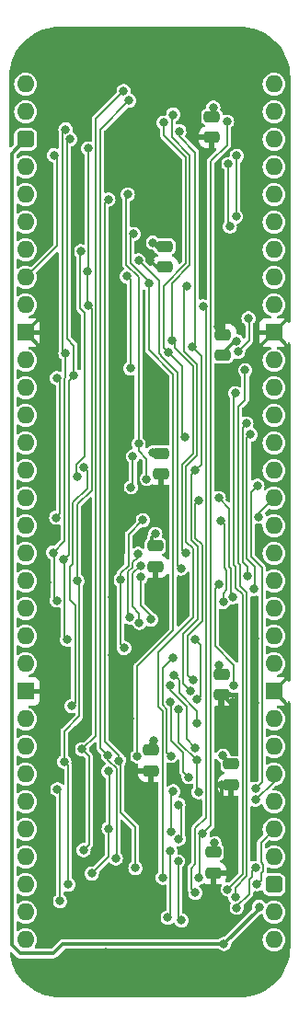
<source format=gbr>
%TF.GenerationSoftware,KiCad,Pcbnew,7.0.5*%
%TF.CreationDate,2023-12-15T12:24:24+02:00*%
%TF.ProjectId,HCP65 MPU Address Decode,48435036-3520-44d5-9055-204164647265,rev?*%
%TF.SameCoordinates,Original*%
%TF.FileFunction,Copper,L2,Bot*%
%TF.FilePolarity,Positive*%
%FSLAX46Y46*%
G04 Gerber Fmt 4.6, Leading zero omitted, Abs format (unit mm)*
G04 Created by KiCad (PCBNEW 7.0.5) date 2023-12-15 12:24:24*
%MOMM*%
%LPD*%
G01*
G04 APERTURE LIST*
G04 Aperture macros list*
%AMRoundRect*
0 Rectangle with rounded corners*
0 $1 Rounding radius*
0 $2 $3 $4 $5 $6 $7 $8 $9 X,Y pos of 4 corners*
0 Add a 4 corners polygon primitive as box body*
4,1,4,$2,$3,$4,$5,$6,$7,$8,$9,$2,$3,0*
0 Add four circle primitives for the rounded corners*
1,1,$1+$1,$2,$3*
1,1,$1+$1,$4,$5*
1,1,$1+$1,$6,$7*
1,1,$1+$1,$8,$9*
0 Add four rect primitives between the rounded corners*
20,1,$1+$1,$2,$3,$4,$5,0*
20,1,$1+$1,$4,$5,$6,$7,0*
20,1,$1+$1,$6,$7,$8,$9,0*
20,1,$1+$1,$8,$9,$2,$3,0*%
G04 Aperture macros list end*
%TA.AperFunction,ComponentPad*%
%ADD10O,1.600000X1.600000*%
%TD*%
%TA.AperFunction,ComponentPad*%
%ADD11RoundRect,0.400000X-0.400000X-0.400000X0.400000X-0.400000X0.400000X0.400000X-0.400000X0.400000X0*%
%TD*%
%TA.AperFunction,ComponentPad*%
%ADD12R,1.600000X1.600000*%
%TD*%
%TA.AperFunction,SMDPad,CuDef*%
%ADD13RoundRect,0.250000X-0.475000X0.250000X-0.475000X-0.250000X0.475000X-0.250000X0.475000X0.250000X0*%
%TD*%
%TA.AperFunction,SMDPad,CuDef*%
%ADD14RoundRect,0.250000X0.475000X-0.250000X0.475000X0.250000X-0.475000X0.250000X-0.475000X-0.250000X0*%
%TD*%
%TA.AperFunction,ViaPad*%
%ADD15C,0.800000*%
%TD*%
%TA.AperFunction,Conductor*%
%ADD16C,0.380000*%
%TD*%
%TA.AperFunction,Conductor*%
%ADD17C,0.200000*%
%TD*%
G04 APERTURE END LIST*
D10*
%TO.P,J2,1,Pin_1*%
%TO.N,/Address Decode Board/~{Device _{CS}1}*%
X86360000Y-71120000D03*
%TO.P,J2,2,Pin_2*%
%TO.N,/Address Decode Board/~{Device _{CS}2}*%
X86360000Y-73660000D03*
D11*
%TO.P,J2,3,Pin_3*%
%TO.N,/Address Decode Board/5V*%
X86360000Y-76200000D03*
D10*
%TO.P,J2,4,Pin_4*%
%TO.N,/Address Decode Board/~{Device _{CS}3}*%
X86360000Y-78740000D03*
%TO.P,J2,5,Pin_5*%
%TO.N,/Address Decode Board/~{Device _{CS}4}*%
X86360000Y-81280000D03*
%TO.P,J2,6,Pin_6*%
%TO.N,/Address Decode Board/~{Device _{CS}5}*%
X86360000Y-83820000D03*
%TO.P,J2,7,Pin_7*%
%TO.N,/Address Decode Board/~{Device _{CS}6}*%
X86360000Y-86360000D03*
%TO.P,J2,8,Pin_8*%
%TO.N,/Address Decode Board/~{Device _{CS}7}*%
X86360000Y-88900000D03*
%TO.P,J2,9,Pin_9*%
%TO.N,/Address Decode Board/~{Device _{CS}8}*%
X86360000Y-91440000D03*
D12*
%TO.P,J2,10,Pin_10*%
%TO.N,/Address Decode Board/GND*%
X86360000Y-93980000D03*
D10*
%TO.P,J2,11,Pin_11*%
%TO.N,/Address Decode Board/~{Device _{CS}9}*%
X86360000Y-96520000D03*
%TO.P,J2,12,Pin_12*%
%TO.N,/Address Decode Board/~{Device _{CS}10}*%
X86360000Y-99060000D03*
%TO.P,J2,13,Pin_13*%
%TO.N,/Address Decode Board/~{Device _{CS}11}*%
X86360000Y-101600000D03*
%TO.P,J2,14,Pin_14*%
%TO.N,/Address Decode Board/~{Device _{CS}12}*%
X86360000Y-104140000D03*
%TO.P,J2,15,Pin_15*%
%TO.N,/Address Decode Board/~{Device _{CS}13}*%
X86360000Y-106680000D03*
%TO.P,J2,16,Pin_16*%
%TO.N,/Address Decode Board/~{Device _{CS}14}*%
X86360000Y-109220000D03*
%TO.P,J2,17,Pin_17*%
%TO.N,/Address Decode Board/~{Device _{CS}15}*%
X86360000Y-111760000D03*
%TO.P,J2,18,Pin_18*%
%TO.N,/Address Decode Board/~{Device _{CS}16}*%
X86360000Y-114300000D03*
%TO.P,J2,19,Pin_19*%
%TO.N,/Address Decode Board/~{Device _{CS}17}*%
X86360000Y-116840000D03*
%TO.P,J2,20,Pin_20*%
%TO.N,/Address Decode Board/~{Device _{CS}18}*%
X86360000Y-119380000D03*
%TO.P,J2,21,Pin_21*%
%TO.N,/Address Decode Board/~{Device _{CS}19}*%
X86360000Y-121920000D03*
%TO.P,J2,22,Pin_22*%
%TO.N,/Address Decode Board/~{Special _{CS}0}*%
X86360000Y-124460000D03*
D12*
%TO.P,J2,23,Pin_23*%
%TO.N,/Address Decode Board/GND*%
X86360000Y-127000000D03*
D10*
%TO.P,J2,24,Pin_24*%
%TO.N,/Address Decode Board/~{Special _{CS}1}*%
X86360000Y-129540000D03*
%TO.P,J2,25,Pin_25*%
%TO.N,/Address Decode Board/~{Special _{CS}2}*%
X86360000Y-132080000D03*
%TO.P,J2,26,Pin_26*%
%TO.N,/Address Decode Board/~{Special _{CS}3}*%
X86360000Y-134620000D03*
%TO.P,J2,27,Pin_27*%
%TO.N,/Address Decode Board/~{Special _{CS}4}*%
X86360000Y-137160000D03*
%TO.P,J2,28,Pin_28*%
%TO.N,/Address Decode Board/~{Special _{CS}5}*%
X86360000Y-139700000D03*
%TO.P,J2,29,Pin_29*%
%TO.N,/Address Decode Board/~{Special _{CS}6}*%
X86360000Y-142240000D03*
%TO.P,J2,30,Pin_30*%
%TO.N,/Address Decode Board/~{SPECIAL}*%
X86360000Y-144780000D03*
%TO.P,J2,31,Pin_31*%
%TO.N,/Address Decode Board/~{Special _{CS}7}*%
X86360000Y-147320000D03*
%TO.P,J2,32,Pin_32*%
%TO.N,/Address Decode Board/~{Special _{CS}8}*%
X86360000Y-149860000D03*
%TO.P,J2,33,Pin_33*%
%TO.N,/Address Decode Board/~{Special _{CS}9}*%
X109220000Y-149860000D03*
%TO.P,J2,34,Pin_34*%
%TO.N,/Address Decode Board/~{Special _{CS}10}*%
X109220000Y-147320000D03*
D11*
%TO.P,J2,35,Pin_35*%
%TO.N,/Address Decode Board/5V*%
X109220000Y-144780000D03*
D10*
%TO.P,J2,36,Pin_36*%
%TO.N,/Address Decode Board/~{Special _{CS}11}*%
X109220000Y-142240000D03*
%TO.P,J2,37,Pin_37*%
%TO.N,/Address Decode Board/~{Special _{CS}12}*%
X109220000Y-139700000D03*
%TO.P,J2,38,Pin_38*%
%TO.N,/Address Decode Board/A23*%
X109220000Y-137160000D03*
%TO.P,J2,39,Pin_39*%
%TO.N,/Address Decode Board/A22*%
X109220000Y-134620000D03*
%TO.P,J2,40,Pin_40*%
%TO.N,/Address Decode Board/A21*%
X109220000Y-132080000D03*
%TO.P,J2,41,Pin_41*%
%TO.N,/Address Decode Board/A20*%
X109220000Y-129540000D03*
D12*
%TO.P,J2,42,Pin_42*%
%TO.N,/Address Decode Board/GND*%
X109220000Y-127000000D03*
D10*
%TO.P,J2,43,Pin_43*%
%TO.N,/Address Decode Board/A19*%
X109220000Y-124460000D03*
%TO.P,J2,44,Pin_44*%
%TO.N,/Address Decode Board/A18*%
X109220000Y-121920000D03*
%TO.P,J2,45,Pin_45*%
%TO.N,/Address Decode Board/A17*%
X109220000Y-119380000D03*
%TO.P,J2,46,Pin_46*%
%TO.N,/Address Decode Board/A16*%
X109220000Y-116840000D03*
%TO.P,J2,47,Pin_47*%
%TO.N,/Address Decode Board/A15*%
X109220000Y-114300000D03*
%TO.P,J2,48,Pin_48*%
%TO.N,/Address Decode Board/~{OTHER}*%
X109220000Y-111760000D03*
%TO.P,J2,49,Pin_49*%
%TO.N,/Address Decode Board/~{Device Group 128K}*%
X109220000Y-109220000D03*
%TO.P,J2,50,Pin_50*%
%TO.N,/Address Decode Board/~{Device Group 32K}*%
X109220000Y-106680000D03*
%TO.P,J2,51,Pin_51*%
%TO.N,/Address Decode Board/~{ROM_{CS}}*%
X109220000Y-104140000D03*
%TO.P,J2,52,Pin_52*%
%TO.N,/Address Decode Board/~{RAM_{CS}}*%
X109220000Y-101600000D03*
%TO.P,J2,53,Pin_53*%
%TO.N,/Address Decode Board/~{Special _{CS}13}*%
X109220000Y-99060000D03*
%TO.P,J2,54,Pin_54*%
%TO.N,/Address Decode Board/~{Special _{CS}14}*%
X109220000Y-96520000D03*
D12*
%TO.P,J2,55,Pin_55*%
%TO.N,/Address Decode Board/GND*%
X109220000Y-93980000D03*
D10*
%TO.P,J2,56,Pin_56*%
%TO.N,/Address Decode Board/~{Special _{CS}15}*%
X109220000Y-91440000D03*
%TO.P,J2,57,Pin_57*%
%TO.N,/Address Decode Board/~{Reset}*%
X109220000Y-88900000D03*
%TO.P,J2,58,Pin_58*%
%TO.N,/Address Decode Board/Native Latch*%
X109220000Y-86360000D03*
%TO.P,J2,59,Pin_59*%
%TO.N,/Address Decode Board/A3*%
X109220000Y-83820000D03*
%TO.P,J2,60,Pin_60*%
%TO.N,/Address Decode Board/A2*%
X109220000Y-81280000D03*
%TO.P,J2,61,Pin_61*%
%TO.N,/Address Decode Board/Kernal Mode*%
X109220000Y-78740000D03*
%TO.P,J2,62,Pin_62*%
%TO.N,unconnected-(J2-Pin_62-Pad62)*%
X109220000Y-76200000D03*
%TO.P,J2,63,Pin_63*%
%TO.N,/Address Decode Board/A1*%
X109220000Y-73660000D03*
%TO.P,J2,64,Pin_64*%
%TO.N,/Address Decode Board/A0*%
X109220000Y-71120000D03*
%TD*%
D13*
%TO.P,C34,1*%
%TO.N,/Address Decode Board/3.3V*%
X104394000Y-125431000D03*
%TO.P,C34,2*%
%TO.N,/Address Decode Board/GND*%
X104394000Y-127331000D03*
%TD*%
%TO.P,C33,1*%
%TO.N,/Address Decode Board/3.3V*%
X105283000Y-133686000D03*
%TO.P,C33,2*%
%TO.N,/Address Decode Board/GND*%
X105283000Y-135586000D03*
%TD*%
%TO.P,C40,1*%
%TO.N,/Address Decode Board/3.3V*%
X103632000Y-141814000D03*
%TO.P,C40,2*%
%TO.N,/Address Decode Board/GND*%
X103632000Y-143714000D03*
%TD*%
D14*
%TO.P,C37,1*%
%TO.N,/Address Decode Board/3.3V*%
X104521000Y-96057000D03*
%TO.P,C37,2*%
%TO.N,/Address Decode Board/GND*%
X104521000Y-94157000D03*
%TD*%
D13*
%TO.P,C36,1*%
%TO.N,/Address Decode Board/3.3V*%
X103505000Y-74123000D03*
%TO.P,C36,2*%
%TO.N,/Address Decode Board/GND*%
X103505000Y-76023000D03*
%TD*%
%TO.P,C38,1*%
%TO.N,/Address Decode Board/3.3V*%
X98298000Y-113620000D03*
%TO.P,C38,2*%
%TO.N,/Address Decode Board/GND*%
X98298000Y-115520000D03*
%TD*%
%TO.P,C39,1*%
%TO.N,/Address Decode Board/3.3V*%
X97917000Y-132416000D03*
%TO.P,C39,2*%
%TO.N,/Address Decode Board/GND*%
X97917000Y-134316000D03*
%TD*%
%TO.P,C31,1*%
%TO.N,/Address Decode Board/3.3V*%
X99187000Y-86061000D03*
%TO.P,C31,2*%
%TO.N,/Address Decode Board/GND*%
X99187000Y-87961000D03*
%TD*%
%TO.P,C32,1*%
%TO.N,/Address Decode Board/3.3V*%
X98806000Y-105111000D03*
%TO.P,C32,2*%
%TO.N,/Address Decode Board/GND*%
X98806000Y-107011000D03*
%TD*%
D15*
%TO.N,/Address Decode Board/GND*%
X107569000Y-139573000D03*
X104648000Y-139573000D03*
X100758000Y-118460000D03*
X100711000Y-120269000D03*
X105283000Y-120523000D03*
X100076000Y-134620000D03*
X105283000Y-122682000D03*
X92075000Y-123698000D03*
X92075000Y-129664000D03*
%TO.N,/Address Decode Board/A0*%
X91694000Y-141605000D03*
%TO.N,/Address Decode Board/GND*%
X91059000Y-93980000D03*
X94995990Y-78486000D03*
%TO.N,/Address Decode Board/Kernal Mode\u00B7Native Latch*%
X91732999Y-106426000D03*
X90613000Y-128356000D03*
%TO.N,/Address Decode Board/~{Device Group 128K}*%
X95439430Y-123009142D03*
X101978045Y-122226000D03*
X102151000Y-127740346D03*
X95101000Y-116713000D03*
X97155000Y-111252000D03*
X107837000Y-110933000D03*
%TO.N,/Address Decode Board/~{Device Group 32K}*%
X101731000Y-95329191D03*
X101532119Y-126930685D03*
X101981000Y-106680000D03*
X100522000Y-75443462D03*
%TO.N,Net-(IC11-~{Y1})*%
X102278000Y-109418000D03*
X101751000Y-125951220D03*
%TO.N,Net-(IC11-~{Y0})*%
X104155798Y-117177520D03*
X105537000Y-126492000D03*
%TO.N,/Address Decode Board/~{Device _{CS}7}*%
X88963500Y-77660500D03*
%TO.N,/Address Decode Board/~{Device _{CS}6}*%
X105156000Y-84220000D03*
X105029000Y-78475000D03*
%TO.N,/Address Decode Board/~{Device _{CS}5}*%
X105791000Y-77724000D03*
X105726000Y-83310498D03*
%TO.N,/Address Decode Board/GND*%
X107191000Y-78739769D03*
X91059000Y-136718502D03*
X93726000Y-154178000D03*
X88646000Y-108204000D03*
X97767940Y-87348353D03*
X101521986Y-75437719D03*
X95807048Y-99362512D03*
X104096725Y-93472000D03*
X104394005Y-135636001D03*
X107539403Y-95789206D03*
X96012000Y-123829000D03*
X97543610Y-102762510D03*
X88646000Y-90424000D03*
X97917000Y-70739000D03*
X93726000Y-151031000D03*
X89154000Y-123488000D03*
X94333002Y-118305002D03*
X91059000Y-142875000D03*
X96519998Y-146050000D03*
X98298000Y-118745000D03*
X107420000Y-122112000D03*
X94361000Y-123698000D03*
X88265006Y-125984000D03*
X103632000Y-146939000D03*
X104267000Y-131191000D03*
X95947002Y-129540001D03*
X94887000Y-114681000D03*
X105410000Y-128016000D03*
X94234000Y-143637000D03*
X107419996Y-128068500D03*
X95446500Y-106126761D03*
X95758000Y-103156999D03*
X88288999Y-116977102D03*
X96393000Y-134493000D03*
X95315000Y-108945278D03*
%TO.N,/Address Decode Board/3.3V*%
X98044000Y-105029000D03*
X104140002Y-124587000D03*
X98298000Y-112522000D03*
X104534023Y-132907000D03*
X105781465Y-94767362D03*
X103632000Y-73279000D03*
X103759000Y-140970000D03*
X98072000Y-85701000D03*
X98171000Y-131510000D03*
%TO.N,/Address Decode Board/A15*%
X101081000Y-114299998D03*
X99822000Y-94742000D03*
X99949000Y-73925000D03*
%TO.N,/Address Decode Board/A16*%
X107061004Y-103378000D03*
X107357390Y-117571706D03*
X101049000Y-103552510D03*
X99541845Y-95832641D03*
X99060000Y-74676000D03*
%TO.N,/Address Decode Board/A17*%
X90039303Y-95888703D03*
X88900000Y-114220000D03*
X89216006Y-118635000D03*
X90032684Y-75288801D03*
%TO.N,/Address Decode Board/A18*%
X90805000Y-97917000D03*
X90454099Y-76195671D03*
X89861996Y-114874226D03*
X90184609Y-122239000D03*
%TO.N,/Address Decode Board/A20*%
X102151000Y-129921000D03*
X100026456Y-125513493D03*
%TO.N,/Address Decode Board/A21*%
X101981000Y-132207000D03*
X99671000Y-126448189D03*
%TO.N,/Address Decode Board/A22*%
X107538714Y-136955771D03*
X101367177Y-134878126D03*
X99671000Y-127935855D03*
%TO.N,/Address Decode Board/A23*%
X102263000Y-136271000D03*
X100461000Y-128656027D03*
X102151000Y-133339669D03*
%TO.N,/Address Decode Board/~{SPECIAL}*%
X94004000Y-139621000D03*
X102308010Y-144145000D03*
X102663000Y-140081000D03*
X92456000Y-143764000D03*
X104902000Y-74575000D03*
X93992095Y-134356905D03*
%TO.N,Net-(IC32-~{E2})*%
X95659000Y-88800387D03*
X96012000Y-97282000D03*
%TO.N,/Address Decode Board/~{Device _{CS}15}*%
X89180505Y-111000327D03*
X89227160Y-98165866D03*
%TO.N,/Address Decode Board/~{Device _{CS}8}*%
X106870095Y-92666371D03*
X105918000Y-95758000D03*
%TO.N,/Address Decode Board/~{Device _{CS}19}*%
X97893994Y-120396000D03*
X96951538Y-116497782D03*
%TO.N,/Address Decode Board/~{Device _{CS}18}*%
X96835520Y-120683803D03*
X96963197Y-115406853D03*
%TO.N,/Address Decode Board/~{Device _{CS}17}*%
X96706660Y-114359661D03*
X95956508Y-120185000D03*
%TO.N,/Address Decode Board/~{A21+A22+A23}*%
X107696000Y-108077000D03*
X107526000Y-135955850D03*
%TO.N,/Address Decode Board/Native Latch*%
X91139299Y-107258052D03*
X91469000Y-86487000D03*
%TO.N,/Address Decode Board/~{Native Latch}*%
X100649000Y-115702171D03*
X96755403Y-87325767D03*
%TO.N,Net-(IC35D-4Y)*%
X98995000Y-144150012D03*
X101157000Y-89693218D03*
%TO.N,/Address Decode Board/A3*%
X96315000Y-84901000D03*
X96647000Y-132969000D03*
X97707306Y-89483968D03*
%TO.N,/Address Decode Board/~{OTHER}*%
X104555799Y-118771348D03*
X104362235Y-111309315D03*
%TO.N,/Address Decode Board/~{RAM_{CS}}*%
X106802003Y-116360000D03*
X106680000Y-102362006D03*
%TO.N,/Address Decode Board/A0*%
X95377000Y-71755000D03*
X91567000Y-132334000D03*
%TO.N,/Address Decode Board/A1*%
X93953836Y-132900953D03*
X95885004Y-72644000D03*
X94666407Y-142377281D03*
%TO.N,/Address Decode Board/A2*%
X94968005Y-133352915D03*
X93980000Y-81730495D03*
X96465498Y-143256000D03*
%TO.N,/Address Decode Board/~{Special _{CS}7}*%
X89281000Y-136017000D03*
X89535000Y-146304000D03*
%TO.N,/Address Decode Board/~{Special _{CS}6}*%
X100429000Y-137419646D03*
X100457000Y-140589000D03*
%TO.N,/Address Decode Board/~{Special _{CS}5}*%
X99949000Y-136195000D03*
X99714537Y-139919109D03*
%TO.N,/Address Decode Board/~{Special _{CS}0}*%
X99764475Y-132937525D03*
X99899926Y-123912926D03*
%TO.N,/Address Decode Board/~{Special _{CS}15}*%
X101981000Y-145542000D03*
X102680992Y-91567000D03*
%TO.N,/Address Decode Board/~{Special _{CS}14}*%
X106561147Y-97442079D03*
X105657167Y-145919994D03*
%TO.N,/Address Decode Board/~{Special _{CS}13}*%
X105664000Y-99568000D03*
X104956704Y-145206302D03*
%TO.N,/Address Decode Board/~{Special _{CS}12}*%
X107672000Y-144752000D03*
%TO.N,/Address Decode Board/~{Special _{CS}10}*%
X105791000Y-146911000D03*
X107526000Y-143234491D03*
%TO.N,/Address Decode Board/~{Special _{CS}9}*%
X100395000Y-142653191D03*
X100711000Y-148082000D03*
%TO.N,/Address Decode Board/~{Special _{CS}8}*%
X99441000Y-147828000D03*
X99695000Y-141732000D03*
%TO.N,/Address Decode Board/Kernal Mode*%
X96757077Y-104209023D03*
X95770469Y-81275000D03*
X97502696Y-107449582D03*
%TO.N,/Address Decode Board/~{ROM_{CS}}*%
X96239942Y-105367000D03*
X96058495Y-108224446D03*
%TO.N,Net-(IC37B-2A)*%
X105458421Y-118340909D03*
X104140000Y-109220000D03*
%TO.N,/Address Decode Board/5V*%
X107853869Y-146824066D03*
X104622225Y-150241000D03*
%TO.N,/Address Decode Board/~{Reset}*%
X91124000Y-116840000D03*
X92121698Y-77024000D03*
X90297000Y-144780000D03*
X92132999Y-91492635D03*
X92075008Y-88392000D03*
X89916000Y-133477000D03*
%TD*%
D16*
%TO.N,/Address Decode Board/GND*%
X107191000Y-72520000D02*
X105410000Y-70739000D01*
X107191000Y-78739769D02*
X107191000Y-72520000D01*
X105410000Y-70739000D02*
X97917000Y-70739000D01*
X108460769Y-77470000D02*
X107191000Y-78739769D01*
X109792915Y-77470000D02*
X108460769Y-77470000D01*
X110410000Y-78087085D02*
X109792915Y-77470000D01*
X109220000Y-93980000D02*
X110410000Y-92790000D01*
X110410000Y-92790000D02*
X110410000Y-78087085D01*
X107381001Y-128029505D02*
X107419996Y-128068500D01*
X107381001Y-122150999D02*
X107381001Y-128029505D01*
D17*
%TO.N,/Address Decode Board/~{A21+A22+A23}*%
X108120000Y-115613000D02*
X108120000Y-135361850D01*
X107137000Y-108636000D02*
X107137000Y-114630000D01*
X108120000Y-135361850D02*
X107526000Y-135955850D01*
X107696000Y-108077000D02*
X107137000Y-108636000D01*
X107137000Y-114630000D02*
X108120000Y-115613000D01*
D16*
%TO.N,/Address Decode Board/GND*%
X107420000Y-122112000D02*
X107381001Y-122150999D01*
X110410000Y-95170000D02*
X109220000Y-93980000D01*
X110410000Y-125810000D02*
X110410000Y-95170000D01*
X109220000Y-127000000D02*
X110410000Y-125810000D01*
X104394000Y-135636006D02*
X104394005Y-135636001D01*
X104394000Y-139319000D02*
X104394000Y-135636006D01*
X104648000Y-139573000D02*
X104394000Y-139319000D01*
X109648000Y-138510000D02*
X108632000Y-138510000D01*
X108632000Y-138510000D02*
X107569000Y-139573000D01*
X110410000Y-137748000D02*
X109648000Y-138510000D01*
X110410000Y-128190000D02*
X110410000Y-137748000D01*
X109220000Y-127000000D02*
X110410000Y-128190000D01*
%TO.N,/Address Decode Board/3.3V*%
X97917000Y-131764000D02*
X98171000Y-131510000D01*
X97917000Y-132416000D02*
X97917000Y-131764000D01*
%TO.N,/Address Decode Board/GND*%
X100711000Y-118507000D02*
X100758000Y-118460000D01*
X100711000Y-120269000D02*
X100711000Y-118507000D01*
X105283000Y-122682000D02*
X105283000Y-120523000D01*
D17*
%TO.N,/Address Decode Board/A3*%
X96647000Y-124714000D02*
X96647000Y-132969000D01*
X99949000Y-121412000D02*
X96647000Y-124714000D01*
X99949000Y-97795431D02*
X99949000Y-121412000D01*
X97707306Y-95553737D02*
X99949000Y-97795431D01*
X97707306Y-89483968D02*
X97707306Y-95553737D01*
%TO.N,Net-(IC11-~{Y1})*%
X101981000Y-112905883D02*
X101981000Y-109715000D01*
X101981000Y-109715000D02*
X102278000Y-109418000D01*
X102596725Y-113521609D02*
X101981000Y-112905883D01*
X102596725Y-120530646D02*
X102596725Y-113521609D01*
X101277954Y-121849418D02*
X102596725Y-120530646D01*
X101277954Y-125478174D02*
X101277954Y-121849418D01*
X101751000Y-125951220D02*
X101277954Y-125478174D01*
%TO.N,Net-(IC35D-4Y)*%
X98961000Y-144116012D02*
X98995000Y-144150012D01*
X98571000Y-128429497D02*
X98961000Y-128819498D01*
X101796725Y-120199275D02*
X98571000Y-123425000D01*
X101149004Y-113205258D02*
X101796725Y-113852979D01*
X101149004Y-106299682D02*
X101149004Y-113205258D01*
X102149000Y-105299686D02*
X101149004Y-106299682D01*
X102149000Y-96887541D02*
X102149000Y-105299686D01*
X98961000Y-128819498D02*
X98961000Y-144116012D01*
X100965000Y-95703540D02*
X102149000Y-96887541D01*
X100965000Y-89885218D02*
X100965000Y-95703540D01*
X98571000Y-123425000D02*
X98571000Y-128429497D01*
%TO.N,/Address Decode Board/~{Device Group 32K}*%
X100877954Y-126276520D02*
X101532119Y-126930685D01*
X100877954Y-121683732D02*
X100877954Y-126276520D01*
X102196725Y-120364961D02*
X100877954Y-121683732D01*
X101578000Y-109890950D02*
X101581000Y-109893950D01*
X101581000Y-107080000D02*
X101581000Y-109308050D01*
X102196725Y-113687294D02*
X102196725Y-120364961D01*
X101581000Y-113071568D02*
X102196725Y-113687294D01*
X101981000Y-106680000D02*
X101581000Y-107080000D01*
X101578000Y-109311050D02*
X101578000Y-109890950D01*
%TO.N,Net-(IC35D-4Y)*%
X101796725Y-113852979D02*
X101796725Y-120199275D01*
%TO.N,/Address Decode Board/~{Device Group 32K}*%
X101581000Y-109893950D02*
X101581000Y-113071568D01*
%TO.N,Net-(IC35D-4Y)*%
X101157000Y-89693218D02*
X100965000Y-89885218D01*
%TO.N,/Address Decode Board/~{Device Group 32K}*%
X101581000Y-109308050D02*
X101578000Y-109311050D01*
D16*
%TO.N,/Address Decode Board/GND*%
X95885000Y-129477999D02*
X95947002Y-129540001D01*
X95885000Y-123956000D02*
X95885000Y-129477999D01*
X96012000Y-123829000D02*
X95885000Y-123956000D01*
X95758000Y-133858000D02*
X95758000Y-129729003D01*
X96393000Y-134493000D02*
X95758000Y-133858000D01*
X95758000Y-129729003D02*
X95947002Y-129540001D01*
D17*
%TO.N,/Address Decode Board/~{Device Group 128K}*%
X95101000Y-122670712D02*
X95439430Y-123009142D01*
X95101000Y-116713000D02*
X95101000Y-122670712D01*
%TO.N,/Address Decode Board/~{Device _{CS}7}*%
X89281000Y-77978000D02*
X88963500Y-77660500D01*
X89281000Y-85979000D02*
X89281000Y-77978000D01*
X86360000Y-88900000D02*
X89281000Y-85979000D01*
D16*
%TO.N,/Address Decode Board/GND*%
X90679000Y-93600000D02*
X91059000Y-93980000D01*
X90679000Y-77088000D02*
X90679000Y-93600000D01*
X91694000Y-76073000D02*
X90679000Y-77088000D01*
X93853000Y-70739000D02*
X91694000Y-72898000D01*
X97917000Y-70739000D02*
X93853000Y-70739000D01*
D17*
%TO.N,/Address Decode Board/A17*%
X89754099Y-95603499D02*
X89754099Y-75567386D01*
X90039303Y-95888703D02*
X89754099Y-95603499D01*
%TO.N,/Address Decode Board/A18*%
X90189000Y-76460770D02*
X90454099Y-76195671D01*
X90805000Y-97917000D02*
X90805000Y-95180964D01*
D16*
%TO.N,/Address Decode Board/GND*%
X91694000Y-72898000D02*
X91694000Y-76073000D01*
D17*
%TO.N,/Address Decode Board/A17*%
X89754099Y-75567386D02*
X90032684Y-75288801D01*
%TO.N,/Address Decode Board/A18*%
X90805000Y-95180964D02*
X90189000Y-94564964D01*
X90189000Y-94564964D02*
X90189000Y-76460770D01*
%TO.N,/Address Decode Board/A20*%
X102151000Y-128790391D02*
X102151000Y-129921000D01*
X100477954Y-127117345D02*
X102151000Y-128790391D01*
X100477954Y-125964991D02*
X100477954Y-127117345D01*
X100026456Y-125513493D02*
X100477954Y-125964991D01*
%TO.N,/Address Decode Board/~{SPECIAL}*%
X93980000Y-139645000D02*
X94004000Y-139621000D01*
X93980000Y-142240000D02*
X93980000Y-139645000D01*
X92456000Y-143764000D02*
X93980000Y-142240000D01*
%TO.N,/Address Decode Board/A1*%
X94723000Y-142320688D02*
X94666407Y-142377281D01*
X93953836Y-132900953D02*
X93953836Y-133328696D01*
X93953836Y-133328696D02*
X94723000Y-134097860D01*
X94723000Y-134097860D02*
X94723000Y-142320688D01*
D16*
%TO.N,/Address Decode Board/GND*%
X98375000Y-87961000D02*
X97767940Y-87353940D01*
X97767940Y-87353940D02*
X97767940Y-87348353D01*
X99187000Y-87961000D02*
X98375000Y-87961000D01*
X97767940Y-86845940D02*
X97767940Y-87348353D01*
X97282000Y-78486000D02*
X97282000Y-86360000D01*
X97663000Y-78105000D02*
X97282000Y-78486000D01*
X97663000Y-70993000D02*
X97663000Y-78105000D01*
X97917000Y-70739000D02*
X97663000Y-70993000D01*
X97282000Y-86360000D02*
X97767940Y-86845940D01*
D17*
%TO.N,/Address Decode Board/A3*%
X97707306Y-89267620D02*
X96015000Y-87575314D01*
X97707306Y-89483968D02*
X97707306Y-89267620D01*
X96015000Y-87575314D02*
X96015000Y-85201000D01*
X96015000Y-85201000D02*
X96315000Y-84901000D01*
%TO.N,/Address Decode Board/Kernal Mode*%
X95615000Y-81430469D02*
X95770469Y-81275000D01*
X95615000Y-87741000D02*
X95615000Y-81430469D01*
X96757077Y-88883077D02*
X95615000Y-87741000D01*
%TO.N,/Address Decode Board/~{Native Latch}*%
X98657000Y-89227364D02*
X96755403Y-87325767D01*
X98657000Y-95901087D02*
X98657000Y-89227364D01*
X98841845Y-96085932D02*
X98657000Y-95901087D01*
X98841845Y-96122591D02*
X98841845Y-96085932D01*
%TO.N,/Address Decode Board/Kernal Mode*%
X96757077Y-104209023D02*
X96757077Y-88883077D01*
%TO.N,/Address Decode Board/~{Native Latch}*%
X100349000Y-97629746D02*
X98841845Y-96122591D01*
X100349000Y-115419081D02*
X100349000Y-97629746D01*
X100632090Y-115702171D02*
X100349000Y-115419081D01*
X100649000Y-115702171D02*
X100632090Y-115702171D01*
%TO.N,/Address Decode Board/A15*%
X99822000Y-89465686D02*
X99822000Y-94742000D01*
X101492000Y-87795686D02*
X99822000Y-89465686D01*
X101492000Y-77645950D02*
X101492000Y-87795686D01*
X99822000Y-74052000D02*
X99822000Y-75975950D01*
X99949000Y-73925000D02*
X99822000Y-74052000D01*
X100076000Y-94996000D02*
X99822000Y-94742000D01*
X99822000Y-75975950D02*
X101492000Y-77645950D01*
X100749004Y-106133996D02*
X101749000Y-105134000D01*
X100076000Y-95380226D02*
X100076000Y-94996000D01*
X100749004Y-113968002D02*
X100749004Y-106133996D01*
X101749000Y-97053226D02*
X100076000Y-95380226D01*
X101749000Y-105134000D02*
X101749000Y-97053226D01*
X101081000Y-114299998D02*
X100749004Y-113968002D01*
%TO.N,/Address Decode Board/A16*%
X99057000Y-95347796D02*
X99541845Y-95832641D01*
X101092000Y-87630000D02*
X99057000Y-89665000D01*
X99060000Y-74676000D02*
X99060000Y-75779635D01*
X100749000Y-97039796D02*
X99541845Y-95832641D01*
X100749000Y-103252510D02*
X100749000Y-97039796D01*
X101049000Y-103552510D02*
X100749000Y-103252510D01*
X99057000Y-89665000D02*
X99057000Y-95347796D01*
X101092000Y-77811635D02*
X101092000Y-87630000D01*
X99060000Y-75779635D02*
X101092000Y-77811635D01*
%TO.N,/Address Decode Board/~{Device Group 32K}*%
X102549000Y-96147191D02*
X101731000Y-95329191D01*
X102549000Y-106112000D02*
X102549000Y-96147191D01*
X101981000Y-106680000D02*
X102549000Y-106112000D01*
D16*
%TO.N,/Address Decode Board/GND*%
X87550000Y-98567085D02*
X87550000Y-95170000D01*
X88646000Y-99663085D02*
X87550000Y-98567085D01*
X87550000Y-95170000D02*
X86360000Y-93980000D01*
X88646000Y-108204000D02*
X88646000Y-99663085D01*
X94234000Y-144144994D02*
X94234000Y-143637000D01*
X96519998Y-146050000D02*
X96139006Y-146050000D01*
X96139006Y-146050000D02*
X94234000Y-144144994D01*
D17*
%TO.N,/Address Decode Board/~{Special _{CS}8}*%
X99695000Y-147574000D02*
X99695000Y-141732000D01*
X99441000Y-147828000D02*
X99695000Y-147574000D01*
%TO.N,/Address Decode Board/~{Special _{CS}15}*%
X102996725Y-124759773D02*
X102996725Y-91882733D01*
X101963000Y-142895384D02*
X101963000Y-139617050D01*
X101981000Y-145542000D02*
X101581000Y-145142000D01*
D16*
%TO.N,/Address Decode Board/GND*%
X101473000Y-136271000D02*
X100076000Y-134874000D01*
D17*
%TO.N,/Address Decode Board/~{Special _{CS}15}*%
X101963000Y-139617050D02*
X102969000Y-138611050D01*
D16*
%TO.N,/Address Decode Board/GND*%
X101473000Y-142692420D02*
X101473000Y-136271000D01*
X101091000Y-145922000D02*
X101091000Y-143074420D01*
X102108000Y-146939000D02*
X101091000Y-145922000D01*
D17*
%TO.N,/Address Decode Board/~{Special _{CS}9}*%
X100711000Y-148082000D02*
X100395000Y-147766000D01*
D16*
%TO.N,/Address Decode Board/GND*%
X103632000Y-146939000D02*
X102108000Y-146939000D01*
D17*
%TO.N,/Address Decode Board/~{Special _{CS}9}*%
X100395000Y-147766000D02*
X100395000Y-142653191D01*
D16*
%TO.N,/Address Decode Board/GND*%
X101091000Y-143074420D02*
X101473000Y-142692420D01*
X100076000Y-134874000D02*
X100076000Y-134620000D01*
D17*
%TO.N,/Address Decode Board/~{Special _{CS}15}*%
X102996725Y-91882733D02*
X102680992Y-91567000D01*
X101581000Y-143277384D02*
X101963000Y-142895384D01*
X102969000Y-138611050D02*
X102969000Y-124787497D01*
X101581000Y-145142000D02*
X101581000Y-143277384D01*
X102969000Y-124787497D02*
X102996725Y-124759773D01*
%TO.N,/Address Decode Board/A23*%
X102151000Y-136159000D02*
X102263000Y-136271000D01*
X102151000Y-133339669D02*
X102151000Y-136159000D01*
%TO.N,/Address Decode Board/~{Special _{CS}6}*%
X100711000Y-137701646D02*
X100429000Y-137419646D01*
X100711000Y-140335000D02*
X100711000Y-137701646D01*
X100457000Y-140589000D02*
X100711000Y-140335000D01*
%TO.N,/Address Decode Board/~{Special _{CS}5}*%
X99714537Y-136429463D02*
X99714537Y-139919109D01*
X99949000Y-136195000D02*
X99714537Y-136429463D01*
%TO.N,/Address Decode Board/~{SPECIAL}*%
X102363000Y-144090010D02*
X102363000Y-140381000D01*
X102308010Y-144145000D02*
X102363000Y-144090010D01*
X103396725Y-139347275D02*
X102663000Y-140081000D01*
X103396725Y-127836542D02*
X103396725Y-139347275D01*
X103369000Y-127808817D02*
X103396725Y-127836542D01*
X103396725Y-124925462D02*
X103369000Y-124953187D01*
X104902000Y-76714000D02*
X103396725Y-78219275D01*
X104902000Y-74575000D02*
X104902000Y-76714000D01*
X103396725Y-78219275D02*
X103396725Y-124925462D01*
X103369000Y-124953187D02*
X103369000Y-127808817D01*
X102363000Y-140381000D02*
X102663000Y-140081000D01*
%TO.N,/Address Decode Board/~{Special _{CS}13}*%
X106320000Y-143843006D02*
X104956704Y-145206302D01*
X106320000Y-118087050D02*
X106320000Y-143843006D01*
X105702000Y-117469050D02*
X106320000Y-118087050D01*
X105702000Y-115562062D02*
X105702000Y-117469050D01*
X105537000Y-115397063D02*
X105702000Y-115562062D01*
X105537000Y-99695000D02*
X105537000Y-115397063D01*
X105664000Y-99568000D02*
X105537000Y-99695000D01*
%TO.N,/Address Decode Board/~{Special _{CS}14}*%
X106720000Y-144008692D02*
X105657167Y-145071525D01*
X106102000Y-117303364D02*
X106720000Y-117921365D01*
X105937000Y-115231376D02*
X106102000Y-115396377D01*
X106720000Y-117921365D02*
X106720000Y-144008692D01*
X106561147Y-100168803D02*
X105937000Y-100792950D01*
X105937000Y-100792950D02*
X105937000Y-115231376D01*
X106102000Y-115396377D02*
X106102000Y-117303364D01*
X105657167Y-145071525D02*
X105657167Y-145919994D01*
X106561147Y-97442079D02*
X106561147Y-100168803D01*
D16*
%TO.N,/Address Decode Board/GND*%
X104096725Y-93732725D02*
X104096725Y-93472000D01*
X104521000Y-94157000D02*
X104096725Y-93732725D01*
D17*
%TO.N,Net-(IC11-~{Y0})*%
X105537000Y-124587000D02*
X105537000Y-126492000D01*
X103796725Y-122846725D02*
X105537000Y-124587000D01*
X103796725Y-117536593D02*
X103796725Y-122846725D01*
X104155798Y-117177520D02*
X103796725Y-117536593D01*
%TO.N,Net-(IC37B-2A)*%
X105302000Y-118184488D02*
X105458421Y-118340909D01*
X105302000Y-115727748D02*
X105302000Y-118184488D01*
X105125775Y-115551523D02*
X105302000Y-115727748D01*
X105125775Y-110205775D02*
X105125775Y-115551523D01*
X104140000Y-109220000D02*
X105125775Y-110205775D01*
%TO.N,/Address Decode Board/~{OTHER}*%
X104555799Y-117948201D02*
X104555799Y-118771348D01*
X104626755Y-115618189D02*
X104855798Y-115847232D01*
X104626755Y-111573835D02*
X104626755Y-115618189D01*
X104362235Y-111309315D02*
X104626755Y-111573835D01*
X104855798Y-117648202D02*
X104555799Y-117948201D01*
X104855798Y-115847232D02*
X104855798Y-117648202D01*
%TO.N,/Address Decode Board/A16*%
X107502003Y-117427093D02*
X107357390Y-117571706D01*
X106737000Y-114795686D02*
X107502003Y-115560689D01*
X106737000Y-103702004D02*
X106737000Y-114795686D01*
X107502003Y-115560689D02*
X107502003Y-117427093D01*
X107061004Y-103378000D02*
X106737000Y-103702004D01*
%TO.N,/Address Decode Board/~{Reset}*%
X89916000Y-130683000D02*
X89916000Y-133477000D01*
X91313000Y-129286000D02*
X89916000Y-130683000D01*
X91313000Y-117029000D02*
X91313000Y-129286000D01*
X91124000Y-116840000D02*
X91313000Y-117029000D01*
%TO.N,/Address Decode Board/Kernal Mode\u00B7Native Latch*%
X90913000Y-128056000D02*
X90613000Y-128356000D01*
X90913000Y-119107000D02*
X90913000Y-128056000D01*
X90424000Y-118618000D02*
X90913000Y-119107000D01*
X90424000Y-115544814D02*
X90424000Y-118618000D01*
X90724000Y-109624314D02*
X90724000Y-115244814D01*
X91732999Y-106426000D02*
X92032999Y-106726000D01*
X90724000Y-115244814D02*
X90424000Y-115544814D01*
X92032999Y-108315315D02*
X90724000Y-109624314D01*
X92032999Y-106726000D02*
X92032999Y-108315315D01*
D16*
%TO.N,/Address Decode Board/GND*%
X92202000Y-129537000D02*
X92202000Y-123698000D01*
X92075000Y-129664000D02*
X92202000Y-129537000D01*
X91059000Y-133096000D02*
X90551000Y-132588000D01*
X90551000Y-132588000D02*
X90551000Y-131188000D01*
X91059000Y-136718502D02*
X91059000Y-133096000D01*
X90551000Y-131188000D02*
X92075000Y-129664000D01*
D17*
%TO.N,/Address Decode Board/A17*%
X89924000Y-98232314D02*
X90039303Y-98117011D01*
X90039303Y-98117011D02*
X90039303Y-95888703D01*
X88900000Y-114220000D02*
X89924000Y-113196000D01*
X89924000Y-113196000D02*
X89924000Y-98232314D01*
%TO.N,/Address Decode Board/A18*%
X90324000Y-98398000D02*
X90805000Y-97917000D01*
X90324000Y-114412222D02*
X90324000Y-98398000D01*
%TO.N,/Address Decode Board/~{Device _{CS}15}*%
X89524000Y-98462706D02*
X89227160Y-98165866D01*
X89524000Y-110656832D02*
X89524000Y-98462706D01*
X89180505Y-111000327D02*
X89524000Y-110656832D01*
%TO.N,/Address Decode Board/A18*%
X89861996Y-114874226D02*
X90324000Y-114412222D01*
%TO.N,/Address Decode Board/~{Reset}*%
X92432999Y-91792635D02*
X92132999Y-91492635D01*
X91124000Y-109790000D02*
X92432999Y-108481001D01*
X91124000Y-116840000D02*
X91124000Y-109790000D01*
X92432999Y-108481001D02*
X92432999Y-91792635D01*
X90297000Y-144780000D02*
X90297000Y-133858000D01*
X90297000Y-133858000D02*
X89916000Y-133477000D01*
%TO.N,/Address Decode Board/A2*%
X95123000Y-133507910D02*
X94968005Y-133352915D01*
X95123000Y-138176000D02*
X95123000Y-133507910D01*
X96465498Y-143256000D02*
X96465498Y-139518498D01*
X96465498Y-139518498D02*
X95123000Y-138176000D01*
%TO.N,/Address Decode Board/~{SPECIAL}*%
X94107000Y-139518000D02*
X94107000Y-134471810D01*
%TO.N,/Address Decode Board/A2*%
X94968005Y-132925172D02*
X94968005Y-133352915D01*
X93632999Y-131590166D02*
X94968005Y-132925172D01*
X93980000Y-81730495D02*
X93632999Y-82077496D01*
X93632999Y-82077496D02*
X93632999Y-131590166D01*
%TO.N,/Address Decode Board/~{SPECIAL}*%
X94004000Y-139621000D02*
X94107000Y-139518000D01*
X94107000Y-134471810D02*
X93992095Y-134356905D01*
%TO.N,/Address Decode Board/A1*%
X93232999Y-75296005D02*
X93232999Y-132180116D01*
X93232999Y-132180116D02*
X93953836Y-132900953D01*
X95885004Y-72644000D02*
X93232999Y-75296005D01*
D16*
%TO.N,/Address Decode Board/GND*%
X90904000Y-136873502D02*
X91059000Y-136718502D01*
X91059000Y-142875000D02*
X90904000Y-142720000D01*
X90904000Y-142720000D02*
X90904000Y-136873502D01*
D17*
%TO.N,/Address Decode Board/~{Special _{CS}7}*%
X89535000Y-136271000D02*
X89281000Y-136017000D01*
X89535000Y-146304000D02*
X89535000Y-136271000D01*
%TO.N,/Address Decode Board/A0*%
X92202000Y-141097000D02*
X91694000Y-141605000D01*
X92202000Y-132969000D02*
X92202000Y-141097000D01*
X91567000Y-132334000D02*
X92202000Y-132969000D01*
X92832999Y-131068001D02*
X91567000Y-132334000D01*
X92832999Y-74299001D02*
X92832999Y-131068001D01*
X95377000Y-71755000D02*
X92832999Y-74299001D01*
D16*
%TO.N,/Address Decode Board/GND*%
X96393000Y-134239000D02*
X96393000Y-134493000D01*
X97840000Y-134239000D02*
X96393000Y-134239000D01*
D17*
%TO.N,/Address Decode Board/~{Reset}*%
X92169000Y-88298008D02*
X92169000Y-77071302D01*
%TO.N,/Address Decode Board/Native Latch*%
X91374992Y-91724578D02*
X91374992Y-86581008D01*
X91770128Y-92119714D02*
X91374992Y-91724578D01*
X90994000Y-106136050D02*
X91770128Y-105359922D01*
X90994000Y-107112753D02*
X90994000Y-106136050D01*
X91139299Y-107258052D02*
X90994000Y-107112753D01*
%TO.N,/Address Decode Board/~{Reset}*%
X92075008Y-88392000D02*
X92169000Y-88298008D01*
%TO.N,/Address Decode Board/Native Latch*%
X91770128Y-105359922D02*
X91770128Y-92119714D01*
%TO.N,/Address Decode Board/~{Reset}*%
X92169000Y-77071302D02*
X92121698Y-77024000D01*
%TO.N,/Address Decode Board/Native Latch*%
X91374992Y-86581008D02*
X91469000Y-86487000D01*
D16*
%TO.N,/Address Decode Board/GND*%
X94869000Y-78612990D02*
X94995990Y-78486000D01*
X94869000Y-98424464D02*
X94869000Y-78612990D01*
X95807048Y-99362512D02*
X94869000Y-98424464D01*
D17*
%TO.N,Net-(IC32-~{E2})*%
X96012000Y-89153387D02*
X95659000Y-88800387D01*
X96012000Y-97282000D02*
X96012000Y-89153387D01*
%TO.N,/Address Decode Board/~{Reset}*%
X92075008Y-88392000D02*
X92075008Y-91434644D01*
X92075008Y-91434644D02*
X92132999Y-91492635D01*
%TO.N,/Address Decode Board/~{Device _{CS}18}*%
X96212756Y-116157294D02*
X96963197Y-115406853D01*
X96212756Y-119199756D02*
X96212756Y-116157294D01*
X96835520Y-119822520D02*
X96212756Y-119199756D01*
X96835520Y-120683803D02*
X96835520Y-119822520D01*
%TO.N,/Address Decode Board/~{Device Group 128K}*%
X95101000Y-116137678D02*
X95101000Y-116713000D01*
X95823000Y-115415678D02*
X95101000Y-116137678D01*
X97155000Y-111252000D02*
X95823000Y-112584000D01*
%TO.N,/Address Decode Board/~{Device _{CS}17}*%
X95812756Y-115991608D02*
X96223000Y-115581364D01*
%TO.N,/Address Decode Board/~{Device Group 128K}*%
X95823000Y-112584000D02*
X95823000Y-115415678D01*
%TO.N,/Address Decode Board/~{Device _{CS}17}*%
X95812756Y-120041248D02*
X95812756Y-115991608D01*
X96223000Y-115581364D02*
X96223000Y-115136635D01*
X96706660Y-114652975D02*
X96706660Y-114359661D01*
X95956508Y-120185000D02*
X95812756Y-120041248D01*
X96223000Y-115136635D02*
X96706660Y-114652975D01*
D16*
%TO.N,/Address Decode Board/GND*%
X95315000Y-114253000D02*
X94887000Y-114681000D01*
X95315000Y-108945278D02*
X95315000Y-114253000D01*
X94311000Y-116153775D02*
X94887000Y-115577775D01*
X94311000Y-118283000D02*
X94311000Y-116153775D01*
X94333002Y-118305002D02*
X94311000Y-118283000D01*
X94887000Y-115577775D02*
X94887000Y-114681000D01*
%TO.N,/Address Decode Board/3.3V*%
X97964922Y-112855078D02*
X98298000Y-112522000D01*
X97964922Y-113710000D02*
X97964922Y-112855078D01*
D17*
%TO.N,/Address Decode Board/~{Device _{CS}19}*%
X96951538Y-119049538D02*
X96951538Y-116497782D01*
X97893994Y-119991994D02*
X96951538Y-119049538D01*
%TO.N,/Address Decode Board/~{Device Group 128K}*%
X102451000Y-122698955D02*
X102451000Y-127440346D01*
X102451000Y-127440346D02*
X102151000Y-127740346D01*
X107837000Y-110603000D02*
X107837000Y-110933000D01*
X109220000Y-109220000D02*
X107837000Y-110603000D01*
X101978045Y-122226000D02*
X102451000Y-122698955D01*
%TO.N,/Address Decode Board/~{Device Group 32K}*%
X101731000Y-95329191D02*
X101981000Y-95079191D01*
X100522000Y-75941686D02*
X100522000Y-75443462D01*
X101981000Y-77400686D02*
X100522000Y-75941686D01*
X101981000Y-95079191D02*
X101981000Y-77400686D01*
%TO.N,/Address Decode Board/~{Device _{CS}6}*%
X105026000Y-84090000D02*
X105156000Y-84220000D01*
X105026000Y-78478000D02*
X105026000Y-84090000D01*
X105029000Y-78475000D02*
X105026000Y-78478000D01*
%TO.N,/Address Decode Board/~{Device _{CS}5}*%
X105791000Y-77724000D02*
X105791000Y-83245498D01*
X105791000Y-83245498D02*
X105726000Y-83310498D01*
D16*
%TO.N,/Address Decode Board/GND*%
X110460000Y-146528001D02*
X109951999Y-146020000D01*
X88265000Y-117001101D02*
X88288999Y-116977102D01*
X106299000Y-147701000D02*
X104394000Y-147701000D01*
X88646000Y-108204000D02*
X87884000Y-108966000D01*
X93726000Y-154178000D02*
X106655625Y-154178000D01*
X95758000Y-103156999D02*
X95758000Y-99411560D01*
X105410000Y-128016000D02*
X105079000Y-128016000D01*
X107345001Y-146020000D02*
X107061000Y-146304001D01*
X110460000Y-150373625D02*
X110460000Y-146528001D01*
X104444006Y-135586000D02*
X104394005Y-135636001D01*
X105283000Y-135586000D02*
X104444006Y-135586000D01*
X88265000Y-123698000D02*
X88944000Y-123698000D01*
X86360000Y-93980000D02*
X88646000Y-91694000D01*
X107061000Y-146939000D02*
X106299000Y-147701000D01*
X104394000Y-147701000D02*
X103632000Y-146939000D01*
X103632000Y-143714000D02*
X103632000Y-146939000D01*
X88944000Y-123698000D02*
X89154000Y-123488000D01*
X107061000Y-146304001D02*
X107061000Y-146939000D01*
X95315000Y-108945278D02*
X95268495Y-108898773D01*
X103505000Y-76023000D02*
X102107267Y-76023000D01*
X95268495Y-106304766D02*
X95446500Y-106126761D01*
X105079000Y-128016000D02*
X104394000Y-127331000D01*
X109951999Y-146020000D02*
X107345001Y-146020000D01*
X107139080Y-78739769D02*
X107191000Y-78739769D01*
X95268495Y-108898773D02*
X95268495Y-106304766D01*
X94333002Y-118305002D02*
X94333002Y-123670002D01*
X87884000Y-108966000D02*
X87884000Y-116572103D01*
X107539403Y-95660597D02*
X107539403Y-95789206D01*
X95758000Y-103156999D02*
X95254414Y-103660585D01*
X95758000Y-99411560D02*
X95807048Y-99362512D01*
X88646000Y-91694000D02*
X88646000Y-90424000D01*
X109220000Y-93980000D02*
X107539403Y-95660597D01*
X107061000Y-78661689D02*
X107139080Y-78739769D01*
X95254414Y-105934675D02*
X95446500Y-106126761D01*
X87884000Y-116572103D02*
X88288999Y-116977102D01*
X106655625Y-154178000D02*
X110460000Y-150373625D01*
X95254414Y-103660585D02*
X95254414Y-105934675D01*
X88265000Y-123698000D02*
X88265000Y-117001101D01*
X93726000Y-154178000D02*
X93726000Y-151031000D01*
X88265000Y-123698000D02*
X88265000Y-125983994D01*
X98298000Y-115520000D02*
X98298000Y-118745000D01*
X94333002Y-123670002D02*
X94361000Y-123698000D01*
X88265000Y-125983994D02*
X88265006Y-125984000D01*
X102107267Y-76023000D02*
X101521986Y-75437719D01*
X104267000Y-131191000D02*
X104267000Y-127458000D01*
%TO.N,/Address Decode Board/3.3V*%
X104648000Y-95676000D02*
X105556638Y-94767362D01*
X103759000Y-74340000D02*
X103759000Y-73406000D01*
X99149990Y-86188010D02*
X98559010Y-86188010D01*
X104534023Y-132937023D02*
X104534023Y-132907000D01*
X98559010Y-86188010D02*
X98072000Y-85701000D01*
X103759000Y-73406000D02*
X103632000Y-73279000D01*
X105283000Y-133686000D02*
X104534023Y-132937023D01*
X104140002Y-125177002D02*
X104140002Y-124587000D01*
X98679000Y-105074000D02*
X98089000Y-105074000D01*
X105556638Y-94767362D02*
X105781465Y-94767362D01*
X103759000Y-141859000D02*
X103759000Y-140970000D01*
X98089000Y-105074000D02*
X98044000Y-105029000D01*
D17*
%TO.N,/Address Decode Board/A17*%
X88900000Y-114220000D02*
X88989000Y-114309000D01*
X88989000Y-114309000D02*
X88989000Y-118407994D01*
X88989000Y-118407994D02*
X89216006Y-118635000D01*
%TO.N,/Address Decode Board/A18*%
X89916008Y-121970399D02*
X90184609Y-122239000D01*
X89861996Y-114874226D02*
X89916008Y-114928238D01*
X89916008Y-114928238D02*
X89916008Y-121970399D01*
%TO.N,/Address Decode Board/A21*%
X99671000Y-126448189D02*
X99671000Y-126876077D01*
X101161000Y-128366077D02*
X101161000Y-131387000D01*
X99671000Y-126876077D02*
X101161000Y-128366077D01*
X101161000Y-131387000D02*
X101981000Y-132207000D01*
%TO.N,/Address Decode Board/A22*%
X101367177Y-134878126D02*
X100881000Y-134391949D01*
X100881000Y-134391949D02*
X100881000Y-132662636D01*
X107568671Y-136955771D02*
X107538714Y-136955771D01*
X99761000Y-131542636D02*
X99761000Y-128025855D01*
X100881000Y-132662636D02*
X99761000Y-131542636D01*
X109220000Y-135304442D02*
X107568671Y-136955771D01*
X99761000Y-128025855D02*
X99671000Y-127935855D01*
%TO.N,/Address Decode Board/A23*%
X102123719Y-133339669D02*
X102151000Y-133339669D01*
X100461000Y-131676950D02*
X102123719Y-133339669D01*
X100461000Y-128656027D02*
X100461000Y-131676950D01*
%TO.N,/Address Decode Board/~{Device _{CS}8}*%
X106934000Y-92730276D02*
X106934000Y-94742000D01*
X106870095Y-92666371D02*
X106934000Y-92730276D01*
X106934000Y-94742000D02*
X105918000Y-95758000D01*
%TO.N,/Address Decode Board/~{RAM_{CS}}*%
X106802003Y-116360000D02*
X106802003Y-115530693D01*
X106802003Y-115530693D02*
X106337000Y-115065690D01*
X106337000Y-115065690D02*
X106337000Y-102705006D01*
X106337000Y-102705006D02*
X106680000Y-102362006D01*
%TO.N,/Address Decode Board/~{Special _{CS}0}*%
X99663525Y-132937525D02*
X99764475Y-132937525D01*
X99361000Y-128653811D02*
X99361000Y-132635000D01*
X98971000Y-124841852D02*
X98971000Y-128263811D01*
X98971000Y-128263811D02*
X99361000Y-128653811D01*
X99899926Y-123912926D02*
X98971000Y-124841852D01*
X99361000Y-132635000D02*
X99663525Y-132937525D01*
%TO.N,/Address Decode Board/~{Special _{CS}12}*%
X108015000Y-143735441D02*
X108015000Y-144409000D01*
X108015000Y-140905000D02*
X108015000Y-142733541D01*
X109220000Y-139700000D02*
X108015000Y-140905000D01*
X108226000Y-142944541D02*
X108226000Y-143524441D01*
X108226000Y-143524441D02*
X108015000Y-143735441D01*
X108015000Y-144409000D02*
X107672000Y-144752000D01*
X108015000Y-142733541D02*
X108226000Y-142944541D01*
%TO.N,/Address Decode Board/~{Special _{CS}10}*%
X106972000Y-145631000D02*
X106972000Y-144322377D01*
X107226000Y-144068377D02*
X107226000Y-143534491D01*
X105791000Y-146812000D02*
X106972000Y-145631000D01*
X107226000Y-143534491D02*
X107526000Y-143234491D01*
X106972000Y-144322377D02*
X107226000Y-144068377D01*
X105791000Y-146911000D02*
X105791000Y-146812000D01*
%TO.N,/Address Decode Board/Kernal Mode*%
X97502696Y-107449582D02*
X97502696Y-105587174D01*
X96757077Y-104841555D02*
X96757077Y-104209023D01*
X97502696Y-105587174D02*
X96757077Y-104841555D01*
%TO.N,/Address Decode Board/~{ROM_{CS}}*%
X96058495Y-108224446D02*
X96239942Y-108042999D01*
X96239942Y-108042999D02*
X96239942Y-105367000D01*
D16*
%TO.N,/Address Decode Board/5V*%
X107853869Y-146824066D02*
X107853869Y-147009364D01*
X107853869Y-147009364D02*
X104622233Y-150241000D01*
X104622233Y-150241000D02*
X104622225Y-150241000D01*
X85086533Y-150340158D02*
X85876375Y-151130000D01*
X89789000Y-150241000D02*
X104622225Y-150241000D01*
X86360000Y-76200000D02*
X85086533Y-77473467D01*
X85876375Y-151130000D02*
X88900000Y-151130000D01*
X85086533Y-77473467D02*
X85086533Y-150340158D01*
X88900000Y-151130000D02*
X89789000Y-150241000D01*
%TD*%
%TA.AperFunction,Conductor*%
%TO.N,/Address Decode Board/GND*%
G36*
X106046351Y-65805559D02*
G01*
X106450162Y-65823189D01*
X106455515Y-65823658D01*
X106854908Y-65876239D01*
X106860224Y-65877177D01*
X107253504Y-65964365D01*
X107258716Y-65965761D01*
X107618162Y-66079093D01*
X107642898Y-66086893D01*
X107647983Y-66088744D01*
X107776460Y-66141960D01*
X108020159Y-66242904D01*
X108025029Y-66245175D01*
X108382350Y-66431184D01*
X108387028Y-66433886D01*
X108726770Y-66650325D01*
X108731203Y-66653429D01*
X109050779Y-66898648D01*
X109054924Y-66902127D01*
X109351909Y-67174264D01*
X109355735Y-67178090D01*
X109627872Y-67475075D01*
X109631351Y-67479220D01*
X109876570Y-67798796D01*
X109879674Y-67803229D01*
X110096113Y-68142971D01*
X110098819Y-68147657D01*
X110284815Y-68504952D01*
X110287102Y-68509856D01*
X110441255Y-68882016D01*
X110443106Y-68887101D01*
X110564234Y-69271268D01*
X110565634Y-69276495D01*
X110652822Y-69669775D01*
X110653762Y-69675104D01*
X110706339Y-70074467D01*
X110706811Y-70079858D01*
X110724441Y-70483648D01*
X110724500Y-70486352D01*
X110724500Y-92950786D01*
X110704815Y-93017825D01*
X110652011Y-93063580D01*
X110582853Y-93073524D01*
X110519297Y-93044499D01*
X110484318Y-92994120D01*
X110463353Y-92937911D01*
X110463350Y-92937906D01*
X110377190Y-92822812D01*
X110377187Y-92822809D01*
X110262093Y-92736649D01*
X110262086Y-92736645D01*
X110127379Y-92686403D01*
X110127372Y-92686401D01*
X110067844Y-92680000D01*
X109587070Y-92680000D01*
X109520031Y-92660315D01*
X109474276Y-92607511D01*
X109464332Y-92538353D01*
X109493357Y-92474797D01*
X109551074Y-92437339D01*
X109623954Y-92415232D01*
X109806450Y-92317685D01*
X109966410Y-92186410D01*
X110097685Y-92026450D01*
X110195232Y-91843954D01*
X110255300Y-91645934D01*
X110275583Y-91440000D01*
X110255300Y-91234066D01*
X110195232Y-91036046D01*
X110097685Y-90853550D01*
X110045702Y-90790209D01*
X109966410Y-90693589D01*
X109848677Y-90596969D01*
X109806450Y-90562315D01*
X109623954Y-90464768D01*
X109425934Y-90404700D01*
X109425932Y-90404699D01*
X109425934Y-90404699D01*
X109220000Y-90384417D01*
X109014067Y-90404699D01*
X108816043Y-90464769D01*
X108745550Y-90502449D01*
X108633550Y-90562315D01*
X108633548Y-90562316D01*
X108633547Y-90562317D01*
X108473589Y-90693589D01*
X108342317Y-90853547D01*
X108342315Y-90853550D01*
X108311337Y-90911505D01*
X108244769Y-91036043D01*
X108184699Y-91234067D01*
X108164417Y-91439999D01*
X108184699Y-91645932D01*
X108204102Y-91709895D01*
X108244768Y-91843954D01*
X108342315Y-92026450D01*
X108342317Y-92026452D01*
X108473589Y-92186410D01*
X108569055Y-92264756D01*
X108633550Y-92317685D01*
X108816046Y-92415232D01*
X108888925Y-92437339D01*
X108947364Y-92475637D01*
X108975820Y-92539449D01*
X108965260Y-92608516D01*
X108919036Y-92660910D01*
X108852930Y-92680000D01*
X108372155Y-92680000D01*
X108312627Y-92686401D01*
X108312620Y-92686403D01*
X108177913Y-92736645D01*
X108177906Y-92736649D01*
X108062812Y-92822809D01*
X108062809Y-92822812D01*
X107976649Y-92937906D01*
X107976645Y-92937913D01*
X107926403Y-93072620D01*
X107926401Y-93072627D01*
X107920000Y-93132155D01*
X107920000Y-93730000D01*
X108786314Y-93730000D01*
X108760507Y-93770156D01*
X108720000Y-93908111D01*
X108720000Y-94051889D01*
X108760507Y-94189844D01*
X108786314Y-94230000D01*
X107920000Y-94230000D01*
X107920000Y-94827844D01*
X107926401Y-94887372D01*
X107926403Y-94887379D01*
X107976645Y-95022086D01*
X107976649Y-95022093D01*
X108062809Y-95137187D01*
X108062812Y-95137190D01*
X108177906Y-95223350D01*
X108177913Y-95223354D01*
X108312620Y-95273596D01*
X108312627Y-95273598D01*
X108372155Y-95279999D01*
X108372172Y-95280000D01*
X108852930Y-95280000D01*
X108919969Y-95299685D01*
X108965724Y-95352489D01*
X108975668Y-95421647D01*
X108946643Y-95485203D01*
X108888925Y-95522660D01*
X108816046Y-95544768D01*
X108816043Y-95544769D01*
X108707078Y-95603013D01*
X108633550Y-95642315D01*
X108633548Y-95642316D01*
X108633547Y-95642317D01*
X108473589Y-95773589D01*
X108342317Y-95933547D01*
X108244769Y-96116043D01*
X108184699Y-96314067D01*
X108164417Y-96519999D01*
X108184699Y-96725932D01*
X108202799Y-96785598D01*
X108244768Y-96923954D01*
X108342315Y-97106450D01*
X108367841Y-97137554D01*
X108473589Y-97266410D01*
X108558722Y-97336276D01*
X108633550Y-97397685D01*
X108816046Y-97495232D01*
X109014066Y-97555300D01*
X109014065Y-97555300D01*
X109032529Y-97557118D01*
X109220000Y-97575583D01*
X109425934Y-97555300D01*
X109623954Y-97495232D01*
X109806450Y-97397685D01*
X109966410Y-97266410D01*
X110097685Y-97106450D01*
X110195232Y-96923954D01*
X110255300Y-96725934D01*
X110275583Y-96520000D01*
X110255300Y-96314066D01*
X110195232Y-96116046D01*
X110097685Y-95933550D01*
X109992873Y-95805835D01*
X109966410Y-95773589D01*
X109848677Y-95676969D01*
X109806450Y-95642315D01*
X109623954Y-95544768D01*
X109551074Y-95522660D01*
X109492636Y-95484363D01*
X109464180Y-95420551D01*
X109474740Y-95351484D01*
X109520964Y-95299090D01*
X109587070Y-95280000D01*
X110067828Y-95280000D01*
X110067844Y-95279999D01*
X110127372Y-95273598D01*
X110127379Y-95273596D01*
X110262086Y-95223354D01*
X110262093Y-95223350D01*
X110377187Y-95137190D01*
X110377190Y-95137187D01*
X110463350Y-95022093D01*
X110463354Y-95022086D01*
X110484318Y-94965880D01*
X110526189Y-94909946D01*
X110591653Y-94885529D01*
X110659926Y-94900381D01*
X110709332Y-94949786D01*
X110724500Y-95009213D01*
X110724500Y-125970786D01*
X110704815Y-126037825D01*
X110652011Y-126083580D01*
X110582853Y-126093524D01*
X110519297Y-126064499D01*
X110484318Y-126014120D01*
X110463353Y-125957911D01*
X110463350Y-125957906D01*
X110377190Y-125842812D01*
X110377187Y-125842809D01*
X110262093Y-125756649D01*
X110262086Y-125756645D01*
X110127379Y-125706403D01*
X110127372Y-125706401D01*
X110067844Y-125700000D01*
X109587070Y-125700000D01*
X109520031Y-125680315D01*
X109474276Y-125627511D01*
X109464332Y-125558353D01*
X109493357Y-125494797D01*
X109551074Y-125457339D01*
X109623954Y-125435232D01*
X109806450Y-125337685D01*
X109966410Y-125206410D01*
X110097685Y-125046450D01*
X110195232Y-124863954D01*
X110255300Y-124665934D01*
X110275583Y-124460000D01*
X110255300Y-124254066D01*
X110195232Y-124056046D01*
X110097685Y-123873550D01*
X110025952Y-123786142D01*
X109966410Y-123713589D01*
X109848677Y-123616969D01*
X109806450Y-123582315D01*
X109623954Y-123484768D01*
X109425934Y-123424700D01*
X109425932Y-123424699D01*
X109425934Y-123424699D01*
X109238463Y-123406235D01*
X109220000Y-123404417D01*
X109219999Y-123404417D01*
X109014067Y-123424699D01*
X108816041Y-123484769D01*
X108652953Y-123571943D01*
X108584551Y-123586185D01*
X108519307Y-123561185D01*
X108477936Y-123504880D01*
X108470500Y-123462585D01*
X108470500Y-122917414D01*
X108490185Y-122850375D01*
X108542989Y-122804620D01*
X108612147Y-122794676D01*
X108652950Y-122808054D01*
X108816046Y-122895232D01*
X109014066Y-122955300D01*
X109014065Y-122955300D01*
X109034348Y-122957297D01*
X109220000Y-122975583D01*
X109425934Y-122955300D01*
X109623954Y-122895232D01*
X109806450Y-122797685D01*
X109966410Y-122666410D01*
X110097685Y-122506450D01*
X110195232Y-122323954D01*
X110255300Y-122125934D01*
X110275583Y-121920000D01*
X110255300Y-121714066D01*
X110195232Y-121516046D01*
X110097685Y-121333550D01*
X109989627Y-121201880D01*
X109966410Y-121173589D01*
X109848677Y-121076969D01*
X109806450Y-121042315D01*
X109623954Y-120944768D01*
X109425934Y-120884700D01*
X109425932Y-120884699D01*
X109425934Y-120884699D01*
X109238463Y-120866235D01*
X109220000Y-120864417D01*
X109219999Y-120864417D01*
X109014067Y-120884699D01*
X108816041Y-120944769D01*
X108652953Y-121031943D01*
X108584551Y-121046185D01*
X108519307Y-121021185D01*
X108477936Y-120964880D01*
X108470500Y-120922585D01*
X108470500Y-120377414D01*
X108490185Y-120310375D01*
X108542989Y-120264620D01*
X108612147Y-120254676D01*
X108652950Y-120268054D01*
X108816046Y-120355232D01*
X109014066Y-120415300D01*
X109014065Y-120415300D01*
X109034347Y-120417297D01*
X109220000Y-120435583D01*
X109425934Y-120415300D01*
X109623954Y-120355232D01*
X109806450Y-120257685D01*
X109966410Y-120126410D01*
X110097685Y-119966450D01*
X110195232Y-119783954D01*
X110255300Y-119585934D01*
X110275583Y-119380000D01*
X110255300Y-119174066D01*
X110195232Y-118976046D01*
X110097685Y-118793550D01*
X110045702Y-118730209D01*
X109966410Y-118633589D01*
X109848677Y-118536969D01*
X109806450Y-118502315D01*
X109623954Y-118404768D01*
X109425934Y-118344700D01*
X109425932Y-118344699D01*
X109425934Y-118344699D01*
X109238463Y-118326235D01*
X109220000Y-118324417D01*
X109219999Y-118324417D01*
X109014067Y-118344699D01*
X108816041Y-118404769D01*
X108652953Y-118491943D01*
X108584551Y-118506185D01*
X108519307Y-118481185D01*
X108477936Y-118424880D01*
X108470500Y-118382585D01*
X108470500Y-117837414D01*
X108490185Y-117770375D01*
X108542989Y-117724620D01*
X108612147Y-117714676D01*
X108652950Y-117728054D01*
X108816046Y-117815232D01*
X109014066Y-117875300D01*
X109014065Y-117875300D01*
X109034348Y-117877297D01*
X109220000Y-117895583D01*
X109425934Y-117875300D01*
X109623954Y-117815232D01*
X109806450Y-117717685D01*
X109966410Y-117586410D01*
X110097685Y-117426450D01*
X110195232Y-117243954D01*
X110255300Y-117045934D01*
X110275583Y-116840000D01*
X110255300Y-116634066D01*
X110195232Y-116436046D01*
X110097685Y-116253550D01*
X110023416Y-116163052D01*
X109966410Y-116093589D01*
X109843126Y-115992414D01*
X109806450Y-115962315D01*
X109623954Y-115864768D01*
X109425934Y-115804700D01*
X109425932Y-115804699D01*
X109425934Y-115804699D01*
X109238463Y-115786235D01*
X109220000Y-115784417D01*
X109219999Y-115784417D01*
X109014067Y-115804699D01*
X108816041Y-115864769D01*
X108652953Y-115951943D01*
X108584551Y-115966185D01*
X108519307Y-115941185D01*
X108477936Y-115884880D01*
X108470500Y-115842586D01*
X108470500Y-115777519D01*
X108470500Y-115662202D01*
X108473137Y-115636771D01*
X108475043Y-115627685D01*
X108472029Y-115603504D01*
X108470977Y-115595061D01*
X108470500Y-115587385D01*
X108470500Y-115583962D01*
X108470146Y-115581838D01*
X108467118Y-115563699D01*
X108466754Y-115561190D01*
X108460573Y-115511607D01*
X108458477Y-115504568D01*
X108456091Y-115497616D01*
X108432317Y-115453688D01*
X108431157Y-115451437D01*
X108409363Y-115406853D01*
X108409200Y-115406519D01*
X108404919Y-115400524D01*
X108400420Y-115394744D01*
X108389339Y-115384543D01*
X108363642Y-115360887D01*
X108361820Y-115359138D01*
X107523819Y-114521136D01*
X107490334Y-114459813D01*
X107487500Y-114433455D01*
X107487500Y-114299999D01*
X108164417Y-114299999D01*
X108184699Y-114505932D01*
X108208879Y-114585643D01*
X108244768Y-114703954D01*
X108342315Y-114886450D01*
X108376969Y-114928677D01*
X108473589Y-115046410D01*
X108569055Y-115124756D01*
X108633550Y-115177685D01*
X108816046Y-115275232D01*
X109014066Y-115335300D01*
X109014065Y-115335300D01*
X109032529Y-115337118D01*
X109220000Y-115355583D01*
X109425934Y-115335300D01*
X109623954Y-115275232D01*
X109806450Y-115177685D01*
X109966410Y-115046410D01*
X110097685Y-114886450D01*
X110195232Y-114703954D01*
X110255300Y-114505934D01*
X110275583Y-114300000D01*
X110255300Y-114094066D01*
X110195232Y-113896046D01*
X110097685Y-113713550D01*
X109980209Y-113570404D01*
X109966410Y-113553589D01*
X109848677Y-113456969D01*
X109806450Y-113422315D01*
X109623954Y-113324768D01*
X109425934Y-113264700D01*
X109425932Y-113264699D01*
X109425934Y-113264699D01*
X109238463Y-113246235D01*
X109220000Y-113244417D01*
X109219999Y-113244417D01*
X109014067Y-113264699D01*
X108838692Y-113317898D01*
X108824766Y-113322123D01*
X108816043Y-113324769D01*
X108745550Y-113362449D01*
X108633550Y-113422315D01*
X108633548Y-113422316D01*
X108633547Y-113422317D01*
X108473589Y-113553589D01*
X108342317Y-113713547D01*
X108244769Y-113896043D01*
X108184699Y-114094067D01*
X108164417Y-114299999D01*
X107487500Y-114299999D01*
X107487500Y-111675099D01*
X107507185Y-111608060D01*
X107559989Y-111562305D01*
X107629147Y-111552361D01*
X107641172Y-111554701D01*
X107758015Y-111583500D01*
X107915985Y-111583500D01*
X108018149Y-111558319D01*
X108087949Y-111561388D01*
X108145011Y-111601708D01*
X108171217Y-111666477D01*
X108171225Y-111690869D01*
X108164417Y-111759998D01*
X108164417Y-111759999D01*
X108184699Y-111965932D01*
X108211790Y-112055238D01*
X108244768Y-112163954D01*
X108342315Y-112346450D01*
X108350721Y-112356693D01*
X108473589Y-112506410D01*
X108558091Y-112575758D01*
X108633550Y-112637685D01*
X108816046Y-112735232D01*
X109014066Y-112795300D01*
X109014065Y-112795300D01*
X109031529Y-112797020D01*
X109220000Y-112815583D01*
X109425934Y-112795300D01*
X109623954Y-112735232D01*
X109806450Y-112637685D01*
X109966410Y-112506410D01*
X110097685Y-112346450D01*
X110195232Y-112163954D01*
X110255300Y-111965934D01*
X110275583Y-111760000D01*
X110255300Y-111554066D01*
X110195232Y-111356046D01*
X110097685Y-111173550D01*
X110034473Y-111096525D01*
X109966410Y-111013589D01*
X109848677Y-110916969D01*
X109806450Y-110882315D01*
X109623954Y-110784768D01*
X109425934Y-110724700D01*
X109425932Y-110724699D01*
X109425934Y-110724699D01*
X109220000Y-110704417D01*
X109014067Y-110724699D01*
X108816041Y-110784769D01*
X108654828Y-110870940D01*
X108586425Y-110885182D01*
X108521181Y-110860182D01*
X108479811Y-110803877D01*
X108473279Y-110776527D01*
X108473237Y-110776181D01*
X108415398Y-110623673D01*
X108410031Y-110554010D01*
X108443178Y-110492504D01*
X108443418Y-110492262D01*
X108705491Y-110230189D01*
X108766812Y-110196706D01*
X108829162Y-110199210D01*
X109014066Y-110255300D01*
X109014065Y-110255300D01*
X109034347Y-110257297D01*
X109220000Y-110275583D01*
X109425934Y-110255300D01*
X109623954Y-110195232D01*
X109806450Y-110097685D01*
X109966410Y-109966410D01*
X110097685Y-109806450D01*
X110195232Y-109623954D01*
X110255300Y-109425934D01*
X110275583Y-109220000D01*
X110255300Y-109014066D01*
X110195232Y-108816046D01*
X110097685Y-108633550D01*
X110011858Y-108528969D01*
X109966410Y-108473589D01*
X109823279Y-108356126D01*
X109806450Y-108342315D01*
X109623954Y-108244768D01*
X109425934Y-108184700D01*
X109425932Y-108184699D01*
X109425934Y-108184699D01*
X109238463Y-108166235D01*
X109220000Y-108164417D01*
X109219999Y-108164417D01*
X109014067Y-108184699D01*
X108816043Y-108244769D01*
X108633546Y-108342317D01*
X108495873Y-108455301D01*
X108431563Y-108482613D01*
X108362695Y-108470821D01*
X108311136Y-108423669D01*
X108293253Y-108356126D01*
X108301266Y-108315479D01*
X108332237Y-108233818D01*
X108351278Y-108077000D01*
X108349491Y-108062278D01*
X108332237Y-107920181D01*
X108292511Y-107815434D01*
X108276220Y-107772477D01*
X108186483Y-107642470D01*
X108068240Y-107537717D01*
X108068238Y-107537716D01*
X108068237Y-107537715D01*
X107928365Y-107464303D01*
X107774986Y-107426500D01*
X107774985Y-107426500D01*
X107617015Y-107426500D01*
X107617014Y-107426500D01*
X107463634Y-107464303D01*
X107323762Y-107537715D01*
X107293727Y-107564324D01*
X107230493Y-107594045D01*
X107161230Y-107584861D01*
X107107927Y-107539688D01*
X107087507Y-107472869D01*
X107087500Y-107471508D01*
X107087500Y-106680000D01*
X108164417Y-106680000D01*
X108184699Y-106885932D01*
X108189655Y-106902270D01*
X108244768Y-107083954D01*
X108342315Y-107266450D01*
X108363910Y-107292764D01*
X108473589Y-107426410D01*
X108567598Y-107503560D01*
X108633550Y-107557685D01*
X108816046Y-107655232D01*
X109014066Y-107715300D01*
X109014065Y-107715300D01*
X109034348Y-107717297D01*
X109220000Y-107735583D01*
X109425934Y-107715300D01*
X109623954Y-107655232D01*
X109806450Y-107557685D01*
X109966410Y-107426410D01*
X110097685Y-107266450D01*
X110195232Y-107083954D01*
X110255300Y-106885934D01*
X110275583Y-106680000D01*
X110255300Y-106474066D01*
X110195232Y-106276046D01*
X110097685Y-106093550D01*
X110045121Y-106029500D01*
X109966410Y-105933589D01*
X109819840Y-105813304D01*
X109806450Y-105802315D01*
X109623954Y-105704768D01*
X109425934Y-105644700D01*
X109425932Y-105644699D01*
X109425934Y-105644699D01*
X109238463Y-105626235D01*
X109220000Y-105624417D01*
X109219999Y-105624417D01*
X109014067Y-105644699D01*
X108816043Y-105704769D01*
X108745550Y-105742449D01*
X108633550Y-105802315D01*
X108633548Y-105802316D01*
X108633547Y-105802317D01*
X108473589Y-105933589D01*
X108342317Y-106093547D01*
X108244769Y-106276043D01*
X108184699Y-106474067D01*
X108164417Y-106680000D01*
X107087500Y-106680000D01*
X107087500Y-104140000D01*
X108164417Y-104140000D01*
X108184699Y-104345932D01*
X108194864Y-104379440D01*
X108244768Y-104543954D01*
X108342315Y-104726450D01*
X108365174Y-104754304D01*
X108473589Y-104886410D01*
X108569055Y-104964756D01*
X108633550Y-105017685D01*
X108816046Y-105115232D01*
X109014066Y-105175300D01*
X109014065Y-105175300D01*
X109032529Y-105177118D01*
X109220000Y-105195583D01*
X109425934Y-105175300D01*
X109623954Y-105115232D01*
X109806450Y-105017685D01*
X109966410Y-104886410D01*
X110097685Y-104726450D01*
X110195232Y-104543954D01*
X110255300Y-104345934D01*
X110275583Y-104140000D01*
X110255300Y-103934066D01*
X110195232Y-103736046D01*
X110097685Y-103553550D01*
X110045702Y-103490209D01*
X109966410Y-103393589D01*
X109848677Y-103296969D01*
X109806450Y-103262315D01*
X109623954Y-103164768D01*
X109425934Y-103104700D01*
X109425932Y-103104699D01*
X109425934Y-103104699D01*
X109238463Y-103086235D01*
X109220000Y-103084417D01*
X109219999Y-103084417D01*
X109014067Y-103104699D01*
X108816043Y-103164769D01*
X108745550Y-103202449D01*
X108633550Y-103262315D01*
X108633548Y-103262316D01*
X108633547Y-103262317D01*
X108473589Y-103393589D01*
X108342317Y-103553547D01*
X108244769Y-103736043D01*
X108184699Y-103934067D01*
X108164417Y-104140000D01*
X107087500Y-104140000D01*
X107087500Y-104138585D01*
X107107185Y-104071546D01*
X107159989Y-104025791D01*
X107181822Y-104018189D01*
X107293369Y-103990696D01*
X107433244Y-103917283D01*
X107551487Y-103812530D01*
X107641224Y-103682523D01*
X107697241Y-103534818D01*
X107716282Y-103378000D01*
X107702236Y-103262315D01*
X107697241Y-103221181D01*
X107653065Y-103104699D01*
X107641224Y-103073477D01*
X107551487Y-102943470D01*
X107433244Y-102838717D01*
X107433241Y-102838714D01*
X107331751Y-102785448D01*
X107281538Y-102736863D01*
X107265564Y-102668844D01*
X107273433Y-102631688D01*
X107316237Y-102518824D01*
X107335278Y-102362006D01*
X107316237Y-102205188D01*
X107309131Y-102186452D01*
X107294992Y-102149169D01*
X107260220Y-102057483D01*
X107170483Y-101927476D01*
X107052240Y-101822723D01*
X107052238Y-101822722D01*
X107052237Y-101822721D01*
X106912365Y-101749309D01*
X106758986Y-101711506D01*
X106758985Y-101711506D01*
X106601015Y-101711506D01*
X106601014Y-101711506D01*
X106441174Y-101750902D01*
X106371372Y-101747833D01*
X106314310Y-101707512D01*
X106288105Y-101642743D01*
X106287500Y-101630505D01*
X106287500Y-101600000D01*
X108164417Y-101600000D01*
X108184699Y-101805932D01*
X108184700Y-101805934D01*
X108244768Y-102003954D01*
X108342315Y-102186450D01*
X108342317Y-102186452D01*
X108473589Y-102346410D01*
X108569055Y-102424756D01*
X108633550Y-102477685D01*
X108816046Y-102575232D01*
X109014066Y-102635300D01*
X109014065Y-102635300D01*
X109034347Y-102637297D01*
X109220000Y-102655583D01*
X109425934Y-102635300D01*
X109623954Y-102575232D01*
X109806450Y-102477685D01*
X109966410Y-102346410D01*
X110097685Y-102186450D01*
X110195232Y-102003954D01*
X110255300Y-101805934D01*
X110275583Y-101600000D01*
X110255300Y-101394066D01*
X110195232Y-101196046D01*
X110097685Y-101013550D01*
X110005985Y-100901812D01*
X109966410Y-100853589D01*
X109848677Y-100756969D01*
X109806450Y-100722315D01*
X109623954Y-100624768D01*
X109425934Y-100564700D01*
X109425932Y-100564699D01*
X109425934Y-100564699D01*
X109220000Y-100544417D01*
X109014067Y-100564699D01*
X108816043Y-100624769D01*
X108745550Y-100662449D01*
X108633550Y-100722315D01*
X108633548Y-100722316D01*
X108633547Y-100722317D01*
X108473589Y-100853589D01*
X108342317Y-101013547D01*
X108244769Y-101196043D01*
X108184699Y-101394067D01*
X108164417Y-101600000D01*
X106287500Y-101600000D01*
X106287500Y-100989493D01*
X106307185Y-100922454D01*
X106323819Y-100901812D01*
X106503316Y-100722315D01*
X106774193Y-100451437D01*
X106794049Y-100435314D01*
X106801816Y-100430240D01*
X106822020Y-100404280D01*
X106827088Y-100398542D01*
X106829522Y-100396110D01*
X106841472Y-100379370D01*
X106842979Y-100377351D01*
X106873664Y-100337929D01*
X106873666Y-100337921D01*
X106877164Y-100331458D01*
X106880388Y-100324866D01*
X106881723Y-100320380D01*
X106894653Y-100276947D01*
X106895411Y-100274580D01*
X106911647Y-100227291D01*
X106911647Y-100227284D01*
X106912853Y-100220059D01*
X106913764Y-100212755D01*
X106911700Y-100162854D01*
X106911647Y-100160292D01*
X106911647Y-99060000D01*
X108164417Y-99060000D01*
X108184699Y-99265932D01*
X108184700Y-99265934D01*
X108244768Y-99463954D01*
X108342315Y-99646450D01*
X108342317Y-99646452D01*
X108473589Y-99806410D01*
X108569055Y-99884756D01*
X108633550Y-99937685D01*
X108816046Y-100035232D01*
X109014066Y-100095300D01*
X109014065Y-100095300D01*
X109034347Y-100097297D01*
X109220000Y-100115583D01*
X109425934Y-100095300D01*
X109623954Y-100035232D01*
X109806450Y-99937685D01*
X109966410Y-99806410D01*
X110097685Y-99646450D01*
X110195232Y-99463954D01*
X110255300Y-99265934D01*
X110275583Y-99060000D01*
X110255300Y-98854066D01*
X110195232Y-98656046D01*
X110097685Y-98473550D01*
X110045702Y-98410209D01*
X109966410Y-98313589D01*
X109848677Y-98216969D01*
X109806450Y-98182315D01*
X109623954Y-98084768D01*
X109425934Y-98024700D01*
X109425932Y-98024699D01*
X109425934Y-98024699D01*
X109238463Y-98006235D01*
X109220000Y-98004417D01*
X109219999Y-98004417D01*
X109014067Y-98024699D01*
X108816043Y-98084769D01*
X108745550Y-98122449D01*
X108633550Y-98182315D01*
X108633548Y-98182316D01*
X108633547Y-98182317D01*
X108473589Y-98313589D01*
X108342317Y-98473547D01*
X108244769Y-98656043D01*
X108184699Y-98854067D01*
X108164417Y-99060000D01*
X106911647Y-99060000D01*
X106911647Y-98056429D01*
X106931332Y-97989390D01*
X106953418Y-97963615D01*
X107051630Y-97876609D01*
X107141367Y-97746602D01*
X107197384Y-97598897D01*
X107216425Y-97442079D01*
X107197384Y-97285261D01*
X107196147Y-97282000D01*
X107150235Y-97160939D01*
X107141367Y-97137556D01*
X107051630Y-97007549D01*
X106933387Y-96902796D01*
X106933385Y-96902795D01*
X106933384Y-96902794D01*
X106793512Y-96829382D01*
X106640133Y-96791579D01*
X106640132Y-96791579D01*
X106482162Y-96791579D01*
X106482161Y-96791579D01*
X106328781Y-96829382D01*
X106188909Y-96902794D01*
X106070663Y-97007550D01*
X105980928Y-97137554D01*
X105980927Y-97137555D01*
X105924909Y-97285260D01*
X105905869Y-97442078D01*
X105905869Y-97442079D01*
X105924909Y-97598897D01*
X105980927Y-97746602D01*
X105980928Y-97746603D01*
X106070664Y-97876610D01*
X106101914Y-97904294D01*
X106168873Y-97963614D01*
X106206000Y-98022802D01*
X106210647Y-98056429D01*
X106210647Y-98915131D01*
X106190962Y-98982170D01*
X106138158Y-99027925D01*
X106069000Y-99037869D01*
X106029021Y-99024927D01*
X105896365Y-98955303D01*
X105742986Y-98917500D01*
X105742985Y-98917500D01*
X105585015Y-98917500D01*
X105585014Y-98917500D01*
X105431634Y-98955303D01*
X105291762Y-99028715D01*
X105173516Y-99133471D01*
X105083781Y-99263475D01*
X105083780Y-99263476D01*
X105027762Y-99411181D01*
X105008722Y-99567999D01*
X105008722Y-99568000D01*
X105027762Y-99724818D01*
X105083780Y-99872523D01*
X105117353Y-99921162D01*
X105164550Y-99989539D01*
X105186433Y-100055894D01*
X105186500Y-100059979D01*
X105186500Y-109471455D01*
X105166815Y-109538494D01*
X105114011Y-109584249D01*
X105044853Y-109594193D01*
X104981297Y-109565168D01*
X104974819Y-109559137D01*
X104954176Y-109538494D01*
X104820687Y-109405005D01*
X104787204Y-109343684D01*
X104785274Y-109302384D01*
X104795278Y-109220000D01*
X104776237Y-109063182D01*
X104720220Y-108915477D01*
X104630483Y-108785470D01*
X104512240Y-108680717D01*
X104512238Y-108680716D01*
X104512237Y-108680715D01*
X104372365Y-108607303D01*
X104218986Y-108569500D01*
X104218985Y-108569500D01*
X104061015Y-108569500D01*
X104061014Y-108569500D01*
X103900899Y-108608963D01*
X103831097Y-108605893D01*
X103774035Y-108565573D01*
X103747830Y-108500804D01*
X103747225Y-108488566D01*
X103747225Y-96908336D01*
X103766910Y-96841297D01*
X103819714Y-96795542D01*
X103888872Y-96785598D01*
X103914550Y-96792152D01*
X103938517Y-96801091D01*
X103998127Y-96807500D01*
X105043872Y-96807499D01*
X105103483Y-96801091D01*
X105238331Y-96750796D01*
X105353546Y-96664546D01*
X105439796Y-96549331D01*
X105486576Y-96423906D01*
X105528447Y-96367973D01*
X105593911Y-96343555D01*
X105660386Y-96357444D01*
X105685635Y-96370696D01*
X105685634Y-96370696D01*
X105839014Y-96408500D01*
X105839015Y-96408500D01*
X105996985Y-96408500D01*
X106150365Y-96370696D01*
X106202077Y-96343555D01*
X106290240Y-96297283D01*
X106408483Y-96192530D01*
X106498220Y-96062523D01*
X106554237Y-95914818D01*
X106573278Y-95758000D01*
X106563274Y-95675617D01*
X106574734Y-95606696D01*
X106598686Y-95572994D01*
X107147046Y-95024634D01*
X107166902Y-95008511D01*
X107174669Y-95003437D01*
X107194873Y-94977477D01*
X107199941Y-94971739D01*
X107202375Y-94969307D01*
X107214325Y-94952567D01*
X107215832Y-94950548D01*
X107246517Y-94911126D01*
X107246519Y-94911118D01*
X107250017Y-94904655D01*
X107253241Y-94898063D01*
X107254576Y-94893577D01*
X107267506Y-94850144D01*
X107268264Y-94847777D01*
X107284500Y-94800488D01*
X107284500Y-94800481D01*
X107285706Y-94793256D01*
X107286617Y-94785952D01*
X107284553Y-94736050D01*
X107284500Y-94733488D01*
X107284500Y-93224107D01*
X107304185Y-93157068D01*
X107326269Y-93131294D01*
X107360578Y-93100901D01*
X107450315Y-92970894D01*
X107506332Y-92823189D01*
X107525373Y-92666371D01*
X107506332Y-92509553D01*
X107493469Y-92475637D01*
X107470560Y-92415230D01*
X107450315Y-92361848D01*
X107360578Y-92231841D01*
X107242335Y-92127088D01*
X107242333Y-92127087D01*
X107242332Y-92127086D01*
X107102460Y-92053674D01*
X106949081Y-92015871D01*
X106949080Y-92015871D01*
X106791110Y-92015871D01*
X106791109Y-92015871D01*
X106637729Y-92053674D01*
X106497857Y-92127086D01*
X106379611Y-92231842D01*
X106289876Y-92361846D01*
X106289875Y-92361847D01*
X106233857Y-92509552D01*
X106214817Y-92666370D01*
X106214817Y-92666371D01*
X106233857Y-92823189D01*
X106277364Y-92937906D01*
X106289875Y-92970894D01*
X106379612Y-93100901D01*
X106497855Y-93205654D01*
X106517124Y-93215767D01*
X106567337Y-93264350D01*
X106583500Y-93325564D01*
X106583500Y-94386263D01*
X106563815Y-94453302D01*
X106511011Y-94499057D01*
X106441853Y-94509001D01*
X106378297Y-94479976D01*
X106357450Y-94456703D01*
X106309555Y-94387315D01*
X106271948Y-94332832D01*
X106153705Y-94228079D01*
X106153703Y-94228078D01*
X106153702Y-94228077D01*
X106013830Y-94154665D01*
X105860445Y-94116860D01*
X105855047Y-94116205D01*
X105790870Y-94088581D01*
X105751816Y-94030645D01*
X105745999Y-93993110D01*
X105745999Y-93857028D01*
X105745998Y-93857013D01*
X105735505Y-93754302D01*
X105680358Y-93587880D01*
X105680356Y-93587875D01*
X105588315Y-93438654D01*
X105464345Y-93314684D01*
X105315124Y-93222643D01*
X105315119Y-93222641D01*
X105148697Y-93167494D01*
X105148690Y-93167493D01*
X105045986Y-93157000D01*
X104771000Y-93157000D01*
X104771000Y-94283000D01*
X104751315Y-94350039D01*
X104698511Y-94395794D01*
X104647000Y-94407000D01*
X104395000Y-94407000D01*
X104327961Y-94387315D01*
X104282206Y-94334511D01*
X104271000Y-94283000D01*
X104271000Y-93157000D01*
X103996029Y-93157000D01*
X103996012Y-93157001D01*
X103886569Y-93168182D01*
X103886331Y-93165859D01*
X103827467Y-93161433D01*
X103771687Y-93119357D01*
X103747509Y-93053804D01*
X103747225Y-93045410D01*
X103747225Y-88900000D01*
X108164417Y-88900000D01*
X108184699Y-89105932D01*
X108199261Y-89153935D01*
X108244768Y-89303954D01*
X108342315Y-89486450D01*
X108342317Y-89486452D01*
X108473589Y-89646410D01*
X108569055Y-89724756D01*
X108633550Y-89777685D01*
X108816046Y-89875232D01*
X109014066Y-89935300D01*
X109014065Y-89935300D01*
X109034347Y-89937297D01*
X109220000Y-89955583D01*
X109425934Y-89935300D01*
X109623954Y-89875232D01*
X109806450Y-89777685D01*
X109966410Y-89646410D01*
X110097685Y-89486450D01*
X110195232Y-89303954D01*
X110255300Y-89105934D01*
X110275583Y-88900000D01*
X110255300Y-88694066D01*
X110195232Y-88496046D01*
X110097685Y-88313550D01*
X109994396Y-88187691D01*
X109966410Y-88153589D01*
X109848677Y-88056969D01*
X109806450Y-88022315D01*
X109623954Y-87924768D01*
X109425934Y-87864700D01*
X109425932Y-87864699D01*
X109425934Y-87864699D01*
X109238463Y-87846235D01*
X109220000Y-87844417D01*
X109219999Y-87844417D01*
X109014067Y-87864699D01*
X108838692Y-87917898D01*
X108820909Y-87923293D01*
X108816043Y-87924769D01*
X108751520Y-87959258D01*
X108633550Y-88022315D01*
X108633548Y-88022316D01*
X108633547Y-88022317D01*
X108473589Y-88153589D01*
X108342317Y-88313547D01*
X108342315Y-88313550D01*
X108315055Y-88364549D01*
X108244769Y-88496043D01*
X108184699Y-88694067D01*
X108164417Y-88900000D01*
X103747225Y-88900000D01*
X103747225Y-86359999D01*
X108164417Y-86359999D01*
X108184699Y-86565932D01*
X108210639Y-86651444D01*
X108244768Y-86763954D01*
X108342315Y-86946450D01*
X108375753Y-86987194D01*
X108473589Y-87106410D01*
X108569055Y-87184756D01*
X108633550Y-87237685D01*
X108816046Y-87335232D01*
X109014066Y-87395300D01*
X109014065Y-87395300D01*
X109032529Y-87397118D01*
X109220000Y-87415583D01*
X109425934Y-87395300D01*
X109623954Y-87335232D01*
X109806450Y-87237685D01*
X109966410Y-87106410D01*
X110097685Y-86946450D01*
X110195232Y-86763954D01*
X110255300Y-86565934D01*
X110275583Y-86360000D01*
X110255300Y-86154066D01*
X110195232Y-85956046D01*
X110097685Y-85773550D01*
X110038144Y-85700999D01*
X109966410Y-85613589D01*
X109844688Y-85513696D01*
X109806450Y-85482315D01*
X109623954Y-85384768D01*
X109425934Y-85324700D01*
X109425932Y-85324699D01*
X109425934Y-85324699D01*
X109220000Y-85304417D01*
X109014067Y-85324699D01*
X108816043Y-85384769D01*
X108745550Y-85422449D01*
X108633550Y-85482315D01*
X108633548Y-85482316D01*
X108633547Y-85482317D01*
X108473589Y-85613589D01*
X108342317Y-85773547D01*
X108244769Y-85956043D01*
X108184699Y-86154067D01*
X108164417Y-86359999D01*
X103747225Y-86359999D01*
X103747225Y-78475000D01*
X104373722Y-78475000D01*
X104392762Y-78631818D01*
X104433791Y-78740000D01*
X104448780Y-78779523D01*
X104538517Y-78909530D01*
X104633728Y-78993878D01*
X104670853Y-79053066D01*
X104675500Y-79086693D01*
X104675500Y-83732366D01*
X104655815Y-83799405D01*
X104653550Y-83802805D01*
X104575783Y-83915470D01*
X104575780Y-83915476D01*
X104519762Y-84063181D01*
X104500722Y-84219999D01*
X104500722Y-84220000D01*
X104519762Y-84376818D01*
X104575779Y-84524523D01*
X104575780Y-84524523D01*
X104665517Y-84654530D01*
X104783760Y-84759283D01*
X104783762Y-84759284D01*
X104923634Y-84832696D01*
X105077014Y-84870500D01*
X105077015Y-84870500D01*
X105234985Y-84870500D01*
X105388365Y-84832696D01*
X105388365Y-84832695D01*
X105528240Y-84759283D01*
X105646483Y-84654530D01*
X105736220Y-84524523D01*
X105792237Y-84376818D01*
X105811278Y-84220000D01*
X105793801Y-84076071D01*
X105805262Y-84007148D01*
X105852166Y-83955362D01*
X105887222Y-83940728D01*
X105958365Y-83923194D01*
X106098240Y-83849781D01*
X106131857Y-83819999D01*
X108164417Y-83819999D01*
X108184699Y-84025932D01*
X108195999Y-84063182D01*
X108244768Y-84223954D01*
X108342315Y-84406450D01*
X108342317Y-84406452D01*
X108473589Y-84566410D01*
X108569055Y-84644756D01*
X108633550Y-84697685D01*
X108816046Y-84795232D01*
X109014066Y-84855300D01*
X109014065Y-84855300D01*
X109032529Y-84857118D01*
X109220000Y-84875583D01*
X109425934Y-84855300D01*
X109623954Y-84795232D01*
X109806450Y-84697685D01*
X109966410Y-84566410D01*
X110097685Y-84406450D01*
X110195232Y-84223954D01*
X110255300Y-84025934D01*
X110275583Y-83820000D01*
X110255300Y-83614066D01*
X110195232Y-83416046D01*
X110097685Y-83233550D01*
X110032137Y-83153679D01*
X109966410Y-83073589D01*
X109848677Y-82976969D01*
X109806450Y-82942315D01*
X109623954Y-82844768D01*
X109425934Y-82784700D01*
X109425932Y-82784699D01*
X109425934Y-82784699D01*
X109238463Y-82766235D01*
X109220000Y-82764417D01*
X109219999Y-82764417D01*
X109014067Y-82784699D01*
X108816043Y-82844769D01*
X108757679Y-82875966D01*
X108633550Y-82942315D01*
X108633548Y-82942316D01*
X108633547Y-82942317D01*
X108473589Y-83073589D01*
X108342317Y-83233547D01*
X108244769Y-83416043D01*
X108184699Y-83614067D01*
X108164417Y-83819999D01*
X106131857Y-83819999D01*
X106216483Y-83745028D01*
X106306220Y-83615021D01*
X106362237Y-83467316D01*
X106381278Y-83310498D01*
X106362237Y-83153680D01*
X106306220Y-83005975D01*
X106216483Y-82875968D01*
X106216481Y-82875966D01*
X106183273Y-82846546D01*
X106146146Y-82787357D01*
X106141500Y-82753731D01*
X106141500Y-81280000D01*
X108164417Y-81280000D01*
X108184699Y-81485932D01*
X108184700Y-81485934D01*
X108244768Y-81683954D01*
X108342315Y-81866450D01*
X108342317Y-81866452D01*
X108473589Y-82026410D01*
X108569055Y-82104756D01*
X108633550Y-82157685D01*
X108816046Y-82255232D01*
X109014066Y-82315300D01*
X109014065Y-82315300D01*
X109034347Y-82317297D01*
X109220000Y-82335583D01*
X109425934Y-82315300D01*
X109623954Y-82255232D01*
X109806450Y-82157685D01*
X109966410Y-82026410D01*
X110097685Y-81866450D01*
X110195232Y-81683954D01*
X110255300Y-81485934D01*
X110275583Y-81280000D01*
X110255300Y-81074066D01*
X110195232Y-80876046D01*
X110097685Y-80693550D01*
X110045702Y-80630209D01*
X109966410Y-80533589D01*
X109848677Y-80436969D01*
X109806450Y-80402315D01*
X109623954Y-80304768D01*
X109425934Y-80244700D01*
X109425932Y-80244699D01*
X109425934Y-80244699D01*
X109238463Y-80226235D01*
X109220000Y-80224417D01*
X109219999Y-80224417D01*
X109014067Y-80244699D01*
X108816043Y-80304769D01*
X108745550Y-80342449D01*
X108633550Y-80402315D01*
X108633548Y-80402316D01*
X108633547Y-80402317D01*
X108473589Y-80533589D01*
X108342317Y-80693547D01*
X108244769Y-80876043D01*
X108184699Y-81074067D01*
X108164417Y-81280000D01*
X106141500Y-81280000D01*
X106141500Y-78740000D01*
X108164417Y-78740000D01*
X108184699Y-78945932D01*
X108209372Y-79027267D01*
X108244768Y-79143954D01*
X108342315Y-79326450D01*
X108342317Y-79326452D01*
X108473589Y-79486410D01*
X108569055Y-79564756D01*
X108633550Y-79617685D01*
X108816046Y-79715232D01*
X109014066Y-79775300D01*
X109014065Y-79775300D01*
X109034347Y-79777297D01*
X109220000Y-79795583D01*
X109425934Y-79775300D01*
X109623954Y-79715232D01*
X109806450Y-79617685D01*
X109966410Y-79486410D01*
X110097685Y-79326450D01*
X110195232Y-79143954D01*
X110255300Y-78945934D01*
X110275583Y-78740000D01*
X110255300Y-78534066D01*
X110195232Y-78336046D01*
X110097685Y-78153550D01*
X110045702Y-78090209D01*
X109966410Y-77993589D01*
X109828996Y-77880818D01*
X109806450Y-77862315D01*
X109623954Y-77764768D01*
X109425934Y-77704700D01*
X109425932Y-77704699D01*
X109425934Y-77704699D01*
X109220000Y-77684417D01*
X109014067Y-77704699D01*
X108816043Y-77764769D01*
X108745550Y-77802449D01*
X108633550Y-77862315D01*
X108633548Y-77862316D01*
X108633547Y-77862317D01*
X108473589Y-77993589D01*
X108342317Y-78153547D01*
X108342315Y-78153550D01*
X108330678Y-78175321D01*
X108244769Y-78336043D01*
X108184699Y-78534067D01*
X108164417Y-78740000D01*
X106141500Y-78740000D01*
X106141500Y-78338350D01*
X106161185Y-78271311D01*
X106183271Y-78245536D01*
X106281483Y-78158530D01*
X106371220Y-78028523D01*
X106427237Y-77880818D01*
X106446278Y-77724000D01*
X106443935Y-77704699D01*
X106427237Y-77567181D01*
X106386031Y-77458531D01*
X106371220Y-77419477D01*
X106281483Y-77289470D01*
X106163240Y-77184717D01*
X106163238Y-77184716D01*
X106163237Y-77184715D01*
X106023365Y-77111303D01*
X105869986Y-77073500D01*
X105869985Y-77073500D01*
X105712015Y-77073500D01*
X105712014Y-77073500D01*
X105558634Y-77111303D01*
X105418762Y-77184715D01*
X105418759Y-77184717D01*
X105418760Y-77184717D01*
X105303510Y-77286819D01*
X105300516Y-77289471D01*
X105210781Y-77419475D01*
X105210780Y-77419476D01*
X105155130Y-77566215D01*
X105154763Y-77567182D01*
X105138066Y-77704700D01*
X105136761Y-77715446D01*
X105109139Y-77779624D01*
X105051205Y-77818681D01*
X105013665Y-77824500D01*
X104950014Y-77824500D01*
X104796634Y-77862303D01*
X104656762Y-77935715D01*
X104538516Y-78040471D01*
X104448781Y-78170475D01*
X104448780Y-78170476D01*
X104392762Y-78318181D01*
X104373722Y-78474999D01*
X104373722Y-78475000D01*
X103747225Y-78475000D01*
X103747225Y-78415818D01*
X103766910Y-78348779D01*
X103783539Y-78328142D01*
X105115046Y-76996634D01*
X105134902Y-76980511D01*
X105142669Y-76975437D01*
X105162873Y-76949477D01*
X105167941Y-76943739D01*
X105170375Y-76941307D01*
X105182333Y-76924555D01*
X105183800Y-76922589D01*
X105214517Y-76883126D01*
X105214519Y-76883118D01*
X105218006Y-76876675D01*
X105221234Y-76870072D01*
X105221239Y-76870066D01*
X105235501Y-76822155D01*
X105236259Y-76819790D01*
X105252500Y-76772488D01*
X105252500Y-76772481D01*
X105253705Y-76765261D01*
X105254617Y-76757952D01*
X105252553Y-76708051D01*
X105252500Y-76705489D01*
X105252500Y-76200000D01*
X108164417Y-76200000D01*
X108184699Y-76405932D01*
X108186329Y-76411304D01*
X108244768Y-76603954D01*
X108342315Y-76786450D01*
X108342317Y-76786452D01*
X108473589Y-76946410D01*
X108568133Y-77023999D01*
X108633550Y-77077685D01*
X108816046Y-77175232D01*
X109014066Y-77235300D01*
X109014065Y-77235300D01*
X109032529Y-77237118D01*
X109220000Y-77255583D01*
X109425934Y-77235300D01*
X109623954Y-77175232D01*
X109806450Y-77077685D01*
X109966410Y-76946410D01*
X110097685Y-76786450D01*
X110195232Y-76603954D01*
X110255300Y-76405934D01*
X110275583Y-76200000D01*
X110255300Y-75994066D01*
X110195232Y-75796046D01*
X110097685Y-75613550D01*
X110011800Y-75508898D01*
X109966410Y-75453589D01*
X109806452Y-75322317D01*
X109806453Y-75322317D01*
X109806450Y-75322315D01*
X109623954Y-75224768D01*
X109425934Y-75164700D01*
X109425932Y-75164699D01*
X109425934Y-75164699D01*
X109238463Y-75146235D01*
X109220000Y-75144417D01*
X109219999Y-75144417D01*
X109014067Y-75164699D01*
X108816043Y-75224769D01*
X108709129Y-75281917D01*
X108633550Y-75322315D01*
X108633548Y-75322316D01*
X108633547Y-75322317D01*
X108473589Y-75453589D01*
X108342317Y-75613547D01*
X108342315Y-75613550D01*
X108303643Y-75685897D01*
X108244769Y-75796043D01*
X108184699Y-75994067D01*
X108164417Y-76200000D01*
X105252500Y-76200000D01*
X105252500Y-75189350D01*
X105272185Y-75122311D01*
X105294271Y-75096536D01*
X105392483Y-75009530D01*
X105482220Y-74879523D01*
X105538237Y-74731818D01*
X105557278Y-74575000D01*
X105555373Y-74559306D01*
X105538237Y-74418181D01*
X105495293Y-74304949D01*
X105482220Y-74270477D01*
X105392483Y-74140470D01*
X105274240Y-74035717D01*
X105274238Y-74035716D01*
X105274237Y-74035715D01*
X105134365Y-73962303D01*
X104980986Y-73924500D01*
X104980985Y-73924500D01*
X104823015Y-73924500D01*
X104823014Y-73924500D01*
X104669637Y-73962303D01*
X104669635Y-73962303D01*
X104669635Y-73962304D01*
X104662123Y-73966246D01*
X104593616Y-73979971D01*
X104528563Y-73954478D01*
X104487619Y-73897862D01*
X104480499Y-73856449D01*
X104480499Y-73825129D01*
X104480498Y-73825123D01*
X104474091Y-73765516D01*
X104434736Y-73659999D01*
X108164417Y-73659999D01*
X108184699Y-73865932D01*
X108202617Y-73924999D01*
X108244768Y-74063954D01*
X108342315Y-74246450D01*
X108362032Y-74270475D01*
X108473589Y-74406410D01*
X108544109Y-74464283D01*
X108633550Y-74537685D01*
X108816046Y-74635232D01*
X109014066Y-74695300D01*
X109014065Y-74695300D01*
X109034347Y-74697297D01*
X109220000Y-74715583D01*
X109425934Y-74695300D01*
X109623954Y-74635232D01*
X109806450Y-74537685D01*
X109966410Y-74406410D01*
X110097685Y-74246450D01*
X110195232Y-74063954D01*
X110255300Y-73865934D01*
X110275583Y-73660000D01*
X110255300Y-73454066D01*
X110195232Y-73256046D01*
X110097685Y-73073550D01*
X110045702Y-73010209D01*
X109966410Y-72913589D01*
X109806452Y-72782317D01*
X109806453Y-72782317D01*
X109806450Y-72782315D01*
X109623954Y-72684768D01*
X109425934Y-72624700D01*
X109425932Y-72624699D01*
X109425934Y-72624699D01*
X109220000Y-72604417D01*
X109014067Y-72624699D01*
X108816043Y-72684769D01*
X108705898Y-72743643D01*
X108633550Y-72782315D01*
X108633548Y-72782316D01*
X108633547Y-72782317D01*
X108473589Y-72913589D01*
X108342317Y-73073547D01*
X108342315Y-73073550D01*
X108303643Y-73145897D01*
X108244769Y-73256043D01*
X108184699Y-73454067D01*
X108164417Y-73659999D01*
X104434736Y-73659999D01*
X104423797Y-73630671D01*
X104423793Y-73630664D01*
X104337548Y-73515457D01*
X104337546Y-73515454D01*
X104322581Y-73504251D01*
X104280710Y-73448319D01*
X104273795Y-73390040D01*
X104287278Y-73279000D01*
X104268237Y-73122182D01*
X104212220Y-72974477D01*
X104122483Y-72844470D01*
X104004240Y-72739717D01*
X104004238Y-72739716D01*
X104004237Y-72739715D01*
X103864365Y-72666303D01*
X103710986Y-72628500D01*
X103710985Y-72628500D01*
X103553015Y-72628500D01*
X103553014Y-72628500D01*
X103399634Y-72666303D01*
X103259762Y-72739715D01*
X103141516Y-72844471D01*
X103051781Y-72974475D01*
X103051780Y-72974476D01*
X102995762Y-73122181D01*
X102975818Y-73286445D01*
X102972764Y-73286074D01*
X102957037Y-73339635D01*
X102904233Y-73385390D01*
X102896055Y-73388778D01*
X102787671Y-73429202D01*
X102787664Y-73429206D01*
X102672455Y-73515452D01*
X102672452Y-73515455D01*
X102586206Y-73630664D01*
X102586202Y-73630671D01*
X102535910Y-73765513D01*
X102535909Y-73765517D01*
X102529500Y-73825127D01*
X102529500Y-73825134D01*
X102529500Y-73825135D01*
X102529500Y-74420870D01*
X102529501Y-74420876D01*
X102535908Y-74480483D01*
X102586202Y-74615328D01*
X102586206Y-74615335D01*
X102672452Y-74730544D01*
X102672455Y-74730547D01*
X102787664Y-74816793D01*
X102787673Y-74816798D01*
X102807468Y-74824181D01*
X102863402Y-74866051D01*
X102887820Y-74931515D01*
X102872969Y-74999788D01*
X102823565Y-75049194D01*
X102803141Y-75058069D01*
X102710878Y-75088642D01*
X102710875Y-75088643D01*
X102561654Y-75180684D01*
X102437684Y-75304654D01*
X102345643Y-75453875D01*
X102345641Y-75453880D01*
X102290494Y-75620302D01*
X102290493Y-75620309D01*
X102280000Y-75723013D01*
X102280000Y-75773000D01*
X103631000Y-75773000D01*
X103698039Y-75792685D01*
X103743794Y-75845489D01*
X103755000Y-75897000D01*
X103755000Y-77022999D01*
X103797955Y-77022999D01*
X103864994Y-77042684D01*
X103910749Y-77095488D01*
X103920693Y-77164646D01*
X103891668Y-77228202D01*
X103885636Y-77234680D01*
X103183679Y-77936636D01*
X103163832Y-77952755D01*
X103156059Y-77957834D01*
X103156057Y-77957836D01*
X103135868Y-77983773D01*
X103130792Y-77989523D01*
X103128359Y-77991956D01*
X103128349Y-77991969D01*
X103116420Y-78008676D01*
X103114889Y-78010728D01*
X103084208Y-78050147D01*
X103080700Y-78056628D01*
X103077486Y-78063206D01*
X103063231Y-78111084D01*
X103062450Y-78113521D01*
X103046224Y-78160787D01*
X103045019Y-78168008D01*
X103044107Y-78175321D01*
X103046172Y-78225223D01*
X103046225Y-78227785D01*
X103046225Y-90828778D01*
X103026540Y-90895817D01*
X102973736Y-90941572D01*
X102904578Y-90951516D01*
X102892551Y-90949175D01*
X102759978Y-90916500D01*
X102759977Y-90916500D01*
X102602007Y-90916500D01*
X102497627Y-90942227D01*
X102485175Y-90945296D01*
X102415372Y-90942227D01*
X102358310Y-90901907D01*
X102332105Y-90837137D01*
X102331500Y-90824899D01*
X102331500Y-84158901D01*
X102331500Y-77449887D01*
X102334137Y-77424457D01*
X102336043Y-77415371D01*
X102334488Y-77402897D01*
X102331977Y-77382747D01*
X102331500Y-77375071D01*
X102331500Y-77371648D01*
X102331500Y-77371646D01*
X102328120Y-77351400D01*
X102327753Y-77348874D01*
X102321573Y-77299297D01*
X102321573Y-77299294D01*
X102321570Y-77299289D01*
X102319477Y-77292258D01*
X102317093Y-77285314D01*
X102317092Y-77285305D01*
X102298167Y-77250336D01*
X102293312Y-77241364D01*
X102292139Y-77239084D01*
X102270199Y-77194204D01*
X102265928Y-77188224D01*
X102261420Y-77182433D01*
X102261418Y-77182428D01*
X102242102Y-77164646D01*
X102224645Y-77148575D01*
X102222796Y-77146801D01*
X101348996Y-76273000D01*
X102280001Y-76273000D01*
X102280001Y-76322986D01*
X102290494Y-76425697D01*
X102345641Y-76592119D01*
X102345643Y-76592124D01*
X102437684Y-76741345D01*
X102561654Y-76865315D01*
X102710875Y-76957356D01*
X102710880Y-76957358D01*
X102877302Y-77012505D01*
X102877309Y-77012506D01*
X102980019Y-77022999D01*
X103254999Y-77022999D01*
X103255000Y-77022998D01*
X103255000Y-76273000D01*
X102280001Y-76273000D01*
X101348996Y-76273000D01*
X101061668Y-75985672D01*
X101028183Y-75924349D01*
X101033167Y-75854657D01*
X101047294Y-75827558D01*
X101102220Y-75747985D01*
X101158237Y-75600280D01*
X101177278Y-75443462D01*
X101162569Y-75322317D01*
X101158237Y-75286643D01*
X101124716Y-75198256D01*
X101102220Y-75138939D01*
X101012483Y-75008932D01*
X100894240Y-74904179D01*
X100894238Y-74904178D01*
X100894237Y-74904177D01*
X100754365Y-74830765D01*
X100600986Y-74792962D01*
X100600985Y-74792962D01*
X100443015Y-74792962D01*
X100338627Y-74818691D01*
X100326175Y-74821760D01*
X100256372Y-74818691D01*
X100199310Y-74778371D01*
X100173105Y-74713601D01*
X100172500Y-74701363D01*
X100172500Y-74617309D01*
X100192185Y-74550270D01*
X100238874Y-74507513D01*
X100290374Y-74480483D01*
X100321240Y-74464283D01*
X100439483Y-74359530D01*
X100529220Y-74229523D01*
X100585237Y-74081818D01*
X100604278Y-73925000D01*
X100595955Y-73856449D01*
X100585237Y-73768181D01*
X100544209Y-73660000D01*
X100529220Y-73620477D01*
X100439483Y-73490470D01*
X100321240Y-73385717D01*
X100321238Y-73385716D01*
X100321237Y-73385715D01*
X100181365Y-73312303D01*
X100027986Y-73274500D01*
X100027985Y-73274500D01*
X99870015Y-73274500D01*
X99870014Y-73274500D01*
X99716634Y-73312303D01*
X99576762Y-73385715D01*
X99458516Y-73490471D01*
X99368781Y-73620475D01*
X99368780Y-73620476D01*
X99312763Y-73768180D01*
X99294248Y-73920664D01*
X99266626Y-73984842D01*
X99208692Y-74023898D01*
X99146487Y-74025949D01*
X99146432Y-74026404D01*
X99143502Y-74026048D01*
X99141481Y-74026115D01*
X99138986Y-74025500D01*
X99138985Y-74025500D01*
X98981015Y-74025500D01*
X98981014Y-74025500D01*
X98827634Y-74063303D01*
X98687762Y-74136715D01*
X98569516Y-74241471D01*
X98479781Y-74371475D01*
X98479780Y-74371476D01*
X98423762Y-74519181D01*
X98404722Y-74675999D01*
X98404722Y-74676000D01*
X98423762Y-74832818D01*
X98479779Y-74980523D01*
X98479780Y-74980523D01*
X98482371Y-74984277D01*
X98569517Y-75110531D01*
X98616780Y-75152401D01*
X98667726Y-75197535D01*
X98704853Y-75256723D01*
X98709500Y-75290350D01*
X98709500Y-75730423D01*
X98706861Y-75755867D01*
X98704957Y-75764946D01*
X98704957Y-75764952D01*
X98709023Y-75797572D01*
X98709500Y-75805249D01*
X98709500Y-75808675D01*
X98712232Y-75825055D01*
X98712876Y-75828911D01*
X98713245Y-75831443D01*
X98719427Y-75881028D01*
X98721520Y-75888061D01*
X98723907Y-75895014D01*
X98723908Y-75895016D01*
X98731608Y-75909244D01*
X98747691Y-75938965D01*
X98748864Y-75941243D01*
X98770802Y-75986119D01*
X98770804Y-75986121D01*
X98775071Y-75992099D01*
X98779582Y-75997894D01*
X98816341Y-76031733D01*
X98818190Y-76033507D01*
X100705181Y-77920498D01*
X100738666Y-77981821D01*
X100741500Y-78008179D01*
X100741499Y-87433455D01*
X100721814Y-87500494D01*
X100705181Y-87521136D01*
X100609709Y-87616609D01*
X100548386Y-87650094D01*
X100478694Y-87645110D01*
X100422760Y-87603239D01*
X100405040Y-87564265D01*
X100403636Y-87564731D01*
X100346358Y-87391880D01*
X100346356Y-87391875D01*
X100254315Y-87242654D01*
X100130345Y-87118684D01*
X99981124Y-87026643D01*
X99981119Y-87026641D01*
X99888859Y-86996069D01*
X99831414Y-86956296D01*
X99804591Y-86891780D01*
X99816906Y-86823004D01*
X99864449Y-86771804D01*
X99884533Y-86762180D01*
X99904326Y-86754798D01*
X99904331Y-86754796D01*
X100019546Y-86668546D01*
X100105796Y-86553331D01*
X100156091Y-86418483D01*
X100162500Y-86358873D01*
X100162499Y-85763128D01*
X100156091Y-85703517D01*
X100155152Y-85701000D01*
X100105797Y-85568671D01*
X100105793Y-85568664D01*
X100019547Y-85453455D01*
X100019544Y-85453452D01*
X99904335Y-85367206D01*
X99904328Y-85367202D01*
X99769482Y-85316908D01*
X99769483Y-85316908D01*
X99709883Y-85310501D01*
X99709881Y-85310500D01*
X99709873Y-85310500D01*
X99709864Y-85310500D01*
X98664110Y-85310500D01*
X98664073Y-85310503D01*
X98664064Y-85310500D01*
X98660807Y-85310501D01*
X98660806Y-85309730D01*
X98596079Y-85294424D01*
X98564639Y-85268904D01*
X98562484Y-85266471D01*
X98493687Y-85205523D01*
X98444240Y-85161717D01*
X98444238Y-85161716D01*
X98444237Y-85161715D01*
X98304365Y-85088303D01*
X98150986Y-85050500D01*
X98150985Y-85050500D01*
X97993015Y-85050500D01*
X97993014Y-85050500D01*
X97839634Y-85088303D01*
X97699762Y-85161715D01*
X97581516Y-85266471D01*
X97491781Y-85396475D01*
X97491780Y-85396476D01*
X97435762Y-85544181D01*
X97416722Y-85700999D01*
X97416722Y-85701000D01*
X97435762Y-85857818D01*
X97473016Y-85956046D01*
X97491780Y-86005523D01*
X97581517Y-86135530D01*
X97699760Y-86240283D01*
X97699762Y-86240284D01*
X97839634Y-86313696D01*
X97993014Y-86351500D01*
X97993015Y-86351500D01*
X98048177Y-86351500D01*
X98115216Y-86371185D01*
X98135858Y-86387819D01*
X98227574Y-86479535D01*
X98232203Y-86484715D01*
X98239431Y-86493780D01*
X98258663Y-86527754D01*
X98268203Y-86553330D01*
X98268205Y-86553334D01*
X98354452Y-86668544D01*
X98354455Y-86668547D01*
X98469664Y-86754793D01*
X98469673Y-86754798D01*
X98489468Y-86762181D01*
X98545402Y-86804051D01*
X98569820Y-86869515D01*
X98554969Y-86937788D01*
X98505565Y-86987194D01*
X98485141Y-86996069D01*
X98392878Y-87026642D01*
X98392875Y-87026643D01*
X98243654Y-87118684D01*
X98119684Y-87242654D01*
X98027643Y-87391875D01*
X98027641Y-87391880D01*
X97972494Y-87558302D01*
X97972493Y-87558309D01*
X97962000Y-87661013D01*
X97962000Y-87737320D01*
X97942315Y-87804359D01*
X97889511Y-87850114D01*
X97820353Y-87860058D01*
X97756797Y-87831033D01*
X97750319Y-87825001D01*
X97436092Y-87510774D01*
X97402607Y-87449451D01*
X97400677Y-87408151D01*
X97410681Y-87325767D01*
X97391640Y-87168949D01*
X97335623Y-87021244D01*
X97245886Y-86891237D01*
X97127643Y-86786484D01*
X97127641Y-86786483D01*
X97127640Y-86786482D01*
X96987768Y-86713070D01*
X96834389Y-86675267D01*
X96834388Y-86675267D01*
X96676418Y-86675267D01*
X96676417Y-86675267D01*
X96519174Y-86714023D01*
X96449372Y-86710954D01*
X96392310Y-86670634D01*
X96366105Y-86605864D01*
X96365500Y-86593626D01*
X96365500Y-85655669D01*
X96385185Y-85588630D01*
X96437989Y-85542875D01*
X96459826Y-85535272D01*
X96547365Y-85513696D01*
X96598858Y-85486670D01*
X96687240Y-85440283D01*
X96805483Y-85335530D01*
X96895220Y-85205523D01*
X96951237Y-85057818D01*
X96970278Y-84901000D01*
X96961985Y-84832696D01*
X96951237Y-84744181D01*
X96929992Y-84688163D01*
X96895220Y-84596477D01*
X96805483Y-84466470D01*
X96687240Y-84361717D01*
X96687238Y-84361716D01*
X96687237Y-84361715D01*
X96547365Y-84288303D01*
X96393986Y-84250500D01*
X96393985Y-84250500D01*
X96236015Y-84250500D01*
X96236014Y-84250500D01*
X96119173Y-84279298D01*
X96049371Y-84276229D01*
X95992309Y-84235908D01*
X95966104Y-84171139D01*
X95965499Y-84158919D01*
X95965499Y-81982250D01*
X95985184Y-81915212D01*
X96031873Y-81872455D01*
X96038647Y-81868899D01*
X96142709Y-81814283D01*
X96260952Y-81709530D01*
X96350689Y-81579523D01*
X96406706Y-81431818D01*
X96425747Y-81275000D01*
X96406878Y-81119594D01*
X96406706Y-81118181D01*
X96362038Y-81000402D01*
X96350689Y-80970477D01*
X96260952Y-80840470D01*
X96142709Y-80735717D01*
X96142707Y-80735716D01*
X96142706Y-80735715D01*
X96002834Y-80662303D01*
X95849455Y-80624500D01*
X95849454Y-80624500D01*
X95691484Y-80624500D01*
X95691483Y-80624500D01*
X95538103Y-80662303D01*
X95398231Y-80735715D01*
X95279985Y-80840471D01*
X95190250Y-80970475D01*
X95190249Y-80970476D01*
X95134231Y-81118181D01*
X95115191Y-81274999D01*
X95115191Y-81275000D01*
X95134231Y-81431818D01*
X95190249Y-81579523D01*
X95190250Y-81579524D01*
X95242550Y-81655294D01*
X95264433Y-81721648D01*
X95264500Y-81725734D01*
X95264500Y-87691788D01*
X95261861Y-87717232D01*
X95259957Y-87726311D01*
X95259957Y-87726317D01*
X95264023Y-87758937D01*
X95264500Y-87766614D01*
X95264500Y-87770040D01*
X95267232Y-87786420D01*
X95267876Y-87790276D01*
X95268245Y-87792808D01*
X95274427Y-87842393D01*
X95276520Y-87849426D01*
X95278907Y-87856379D01*
X95278908Y-87856381D01*
X95283410Y-87864700D01*
X95302691Y-87900330D01*
X95303864Y-87902608D01*
X95325802Y-87947484D01*
X95325804Y-87947486D01*
X95330071Y-87953464D01*
X95334582Y-87959259D01*
X95371341Y-87993098D01*
X95373190Y-87994872D01*
X95398875Y-88020557D01*
X95432360Y-88081880D01*
X95427376Y-88151572D01*
X95385504Y-88207505D01*
X95368821Y-88218034D01*
X95286761Y-88261103D01*
X95286759Y-88261104D01*
X95286760Y-88261104D01*
X95169994Y-88364549D01*
X95168516Y-88365858D01*
X95078781Y-88495862D01*
X95078780Y-88495863D01*
X95022762Y-88643568D01*
X95003722Y-88800386D01*
X95003722Y-88800387D01*
X95022762Y-88957205D01*
X95064372Y-89066919D01*
X95078780Y-89104910D01*
X95168517Y-89234917D01*
X95286760Y-89339670D01*
X95286762Y-89339671D01*
X95426634Y-89413083D01*
X95426633Y-89413083D01*
X95567174Y-89447722D01*
X95627555Y-89482878D01*
X95659344Y-89545097D01*
X95661500Y-89568119D01*
X95661500Y-96667649D01*
X95641815Y-96734688D01*
X95619728Y-96760462D01*
X95521517Y-96847470D01*
X95521516Y-96847471D01*
X95431781Y-96977475D01*
X95431780Y-96977476D01*
X95375762Y-97125181D01*
X95356722Y-97281999D01*
X95356722Y-97282000D01*
X95375762Y-97438818D01*
X95431779Y-97586522D01*
X95431780Y-97586523D01*
X95521517Y-97716530D01*
X95639760Y-97821283D01*
X95639762Y-97821284D01*
X95779634Y-97894696D01*
X95933014Y-97932500D01*
X95933015Y-97932500D01*
X96090985Y-97932500D01*
X96251649Y-97892901D01*
X96252369Y-97895825D01*
X96308234Y-97891505D01*
X96369750Y-97924635D01*
X96403589Y-97985763D01*
X96406577Y-98012822D01*
X96406577Y-103594672D01*
X96386892Y-103661711D01*
X96364805Y-103687485D01*
X96309996Y-103736043D01*
X96266593Y-103774494D01*
X96176858Y-103904498D01*
X96176857Y-103904499D01*
X96120839Y-104052204D01*
X96101799Y-104209022D01*
X96101799Y-104209023D01*
X96120839Y-104365841D01*
X96176857Y-104513546D01*
X96176859Y-104513550D01*
X96192216Y-104535799D01*
X96214098Y-104602153D01*
X96196632Y-104669805D01*
X96145363Y-104717274D01*
X96119840Y-104726634D01*
X96007575Y-104754304D01*
X95867704Y-104827715D01*
X95749458Y-104932471D01*
X95659723Y-105062475D01*
X95659722Y-105062476D01*
X95603704Y-105210181D01*
X95584664Y-105366999D01*
X95584664Y-105367000D01*
X95603704Y-105523818D01*
X95659722Y-105671523D01*
X95659723Y-105671524D01*
X95749459Y-105801531D01*
X95808486Y-105853823D01*
X95847668Y-105888535D01*
X95884795Y-105947723D01*
X95889442Y-105981350D01*
X95889442Y-107503560D01*
X95869757Y-107570599D01*
X95823069Y-107613356D01*
X95686256Y-107685162D01*
X95568011Y-107789917D01*
X95478276Y-107919921D01*
X95478275Y-107919922D01*
X95422257Y-108067627D01*
X95403217Y-108224445D01*
X95403217Y-108224446D01*
X95422257Y-108381264D01*
X95462952Y-108488566D01*
X95478275Y-108528969D01*
X95568012Y-108658976D01*
X95686255Y-108763729D01*
X95686257Y-108763730D01*
X95826129Y-108837142D01*
X95979509Y-108874946D01*
X95979510Y-108874946D01*
X96137480Y-108874946D01*
X96290860Y-108837142D01*
X96290859Y-108837141D01*
X96430735Y-108763729D01*
X96548978Y-108658976D01*
X96638715Y-108528969D01*
X96694732Y-108381264D01*
X96713773Y-108224446D01*
X96700802Y-108117615D01*
X96694732Y-108067627D01*
X96668739Y-107999089D01*
X96638715Y-107919923D01*
X96612391Y-107881786D01*
X96590508Y-107815434D01*
X96590442Y-107811407D01*
X96590442Y-105981350D01*
X96610127Y-105914310D01*
X96632213Y-105888536D01*
X96724623Y-105806670D01*
X96730424Y-105801531D01*
X96743172Y-105783062D01*
X96820162Y-105671523D01*
X96826725Y-105654216D01*
X96868898Y-105598517D01*
X96934495Y-105574458D01*
X97002686Y-105589682D01*
X97030347Y-105610507D01*
X97115876Y-105696036D01*
X97149361Y-105757359D01*
X97152195Y-105783717D01*
X97152195Y-106835231D01*
X97132510Y-106902270D01*
X97110422Y-106928046D01*
X97012214Y-107015050D01*
X96922477Y-107145057D01*
X96922476Y-107145058D01*
X96866458Y-107292763D01*
X96847418Y-107449581D01*
X96847418Y-107449582D01*
X96866458Y-107606400D01*
X96922475Y-107754105D01*
X96922476Y-107754105D01*
X97012213Y-107884112D01*
X97130456Y-107988865D01*
X97130458Y-107988866D01*
X97270330Y-108062278D01*
X97423710Y-108100082D01*
X97423711Y-108100082D01*
X97581681Y-108100082D01*
X97735061Y-108062278D01*
X97874929Y-107988869D01*
X97874930Y-107988867D01*
X97874936Y-107988865D01*
X97894507Y-107971526D01*
X97957736Y-107941806D01*
X98015737Y-107946636D01*
X98178302Y-108000505D01*
X98178309Y-108000506D01*
X98281019Y-108010999D01*
X98555999Y-108010999D01*
X98556000Y-108010998D01*
X98556000Y-106885000D01*
X98575685Y-106817961D01*
X98628489Y-106772206D01*
X98680000Y-106761000D01*
X98932000Y-106761000D01*
X98999039Y-106780685D01*
X99044794Y-106833489D01*
X99056000Y-106885000D01*
X99056000Y-108010999D01*
X99330972Y-108010999D01*
X99330986Y-108010998D01*
X99433695Y-108000506D01*
X99435485Y-107999913D01*
X99436658Y-107999872D01*
X99440319Y-107999089D01*
X99440458Y-107999741D01*
X99505313Y-107997504D01*
X99565359Y-108033231D01*
X99596557Y-108095748D01*
X99598500Y-108117615D01*
X99598500Y-114742467D01*
X99578815Y-114809506D01*
X99526011Y-114855261D01*
X99456853Y-114865205D01*
X99393297Y-114836180D01*
X99368963Y-114807566D01*
X99365319Y-114801659D01*
X99365316Y-114801655D01*
X99241345Y-114677684D01*
X99092124Y-114585643D01*
X99092119Y-114585641D01*
X98999859Y-114555069D01*
X98942414Y-114515296D01*
X98915591Y-114450780D01*
X98927906Y-114382004D01*
X98975449Y-114330804D01*
X98995533Y-114321180D01*
X99015328Y-114313797D01*
X99015327Y-114313797D01*
X99015331Y-114313796D01*
X99130546Y-114227546D01*
X99216796Y-114112331D01*
X99267091Y-113977483D01*
X99273500Y-113917873D01*
X99273499Y-113322128D01*
X99267091Y-113262517D01*
X99260340Y-113244417D01*
X99216797Y-113127671D01*
X99216793Y-113127664D01*
X99130547Y-113012455D01*
X99130544Y-113012452D01*
X99015335Y-112926206D01*
X99015328Y-112926202D01*
X98978914Y-112912621D01*
X98922980Y-112870750D01*
X98898563Y-112805286D01*
X98906304Y-112752469D01*
X98934237Y-112678818D01*
X98953278Y-112522000D01*
X98947670Y-112475809D01*
X98934237Y-112365181D01*
X98910033Y-112301361D01*
X98878220Y-112217477D01*
X98788483Y-112087470D01*
X98670240Y-111982717D01*
X98670238Y-111982716D01*
X98670237Y-111982715D01*
X98530365Y-111909303D01*
X98376986Y-111871500D01*
X98376985Y-111871500D01*
X98219015Y-111871500D01*
X98219014Y-111871500D01*
X98065634Y-111909303D01*
X97925762Y-111982715D01*
X97807516Y-112087471D01*
X97717781Y-112217475D01*
X97717780Y-112217476D01*
X97661763Y-112365180D01*
X97642861Y-112520853D01*
X97622218Y-112575758D01*
X97606255Y-112599172D01*
X97604914Y-112601062D01*
X97571069Y-112646922D01*
X97567170Y-112654299D01*
X97563562Y-112661793D01*
X97546763Y-112716250D01*
X97546039Y-112718450D01*
X97527212Y-112772256D01*
X97525667Y-112780418D01*
X97524422Y-112788683D01*
X97524422Y-112845673D01*
X97524379Y-112847956D01*
X97523789Y-112863745D01*
X97521958Y-112912657D01*
X97499780Y-112978913D01*
X97472361Y-113007282D01*
X97465459Y-113012449D01*
X97465451Y-113012457D01*
X97379206Y-113127664D01*
X97379202Y-113127671D01*
X97328910Y-113262513D01*
X97328909Y-113262517D01*
X97322500Y-113322127D01*
X97322500Y-113322134D01*
X97322500Y-113322135D01*
X97322500Y-113760672D01*
X97302815Y-113827711D01*
X97250011Y-113873466D01*
X97180853Y-113883410D01*
X97117297Y-113854385D01*
X97116351Y-113853556D01*
X97078900Y-113820378D01*
X97078897Y-113820375D01*
X96939025Y-113746964D01*
X96785646Y-113709161D01*
X96785645Y-113709161D01*
X96627675Y-113709161D01*
X96627674Y-113709161D01*
X96474294Y-113746964D01*
X96355126Y-113809510D01*
X96286618Y-113823236D01*
X96221565Y-113797744D01*
X96180620Y-113741128D01*
X96173500Y-113699714D01*
X96173500Y-112780543D01*
X96193185Y-112713504D01*
X96209815Y-112692866D01*
X96965725Y-111936955D01*
X97027046Y-111903472D01*
X97068271Y-111904039D01*
X97068568Y-111901596D01*
X97076014Y-111902500D01*
X97076015Y-111902500D01*
X97233985Y-111902500D01*
X97387365Y-111864696D01*
X97418037Y-111848598D01*
X97527240Y-111791283D01*
X97645483Y-111686530D01*
X97735220Y-111556523D01*
X97791237Y-111408818D01*
X97810278Y-111252000D01*
X97791237Y-111095182D01*
X97735220Y-110947477D01*
X97645483Y-110817470D01*
X97527240Y-110712717D01*
X97527238Y-110712716D01*
X97527237Y-110712715D01*
X97387365Y-110639303D01*
X97233986Y-110601500D01*
X97233985Y-110601500D01*
X97076015Y-110601500D01*
X97076014Y-110601500D01*
X96922634Y-110639303D01*
X96782762Y-110712715D01*
X96782759Y-110712717D01*
X96782760Y-110712717D01*
X96679861Y-110803877D01*
X96664516Y-110817471D01*
X96574781Y-110947475D01*
X96574780Y-110947476D01*
X96518763Y-111095181D01*
X96499722Y-111252000D01*
X96509724Y-111334381D01*
X96498263Y-111403304D01*
X96474309Y-111437007D01*
X95609955Y-112301361D01*
X95590106Y-112317482D01*
X95582331Y-112322562D01*
X95562143Y-112348498D01*
X95557067Y-112354248D01*
X95554634Y-112356681D01*
X95554624Y-112356694D01*
X95542695Y-112373401D01*
X95541164Y-112375453D01*
X95510483Y-112414872D01*
X95506975Y-112421353D01*
X95503761Y-112427931D01*
X95489506Y-112475809D01*
X95488725Y-112478246D01*
X95472499Y-112525511D01*
X95471292Y-112532748D01*
X95470382Y-112540043D01*
X95472446Y-112589946D01*
X95472499Y-112592508D01*
X95472499Y-115219133D01*
X95452814Y-115286172D01*
X95436180Y-115306814D01*
X94887955Y-115855039D01*
X94868106Y-115871160D01*
X94860331Y-115876240D01*
X94840143Y-115902176D01*
X94835067Y-115907926D01*
X94832634Y-115910359D01*
X94832624Y-115910372D01*
X94820695Y-115927079D01*
X94819164Y-115929131D01*
X94788483Y-115968550D01*
X94784975Y-115975031D01*
X94781761Y-115981609D01*
X94767506Y-116029487D01*
X94766725Y-116031924D01*
X94750499Y-116079190D01*
X94749294Y-116086411D01*
X94748381Y-116093731D01*
X94748445Y-116095257D01*
X94747938Y-116097288D01*
X94747112Y-116103921D01*
X94746310Y-116103821D01*
X94731544Y-116163052D01*
X94706779Y-116193189D01*
X94610516Y-116278470D01*
X94520781Y-116408475D01*
X94520780Y-116408476D01*
X94464762Y-116556181D01*
X94445722Y-116712999D01*
X94445722Y-116713000D01*
X94464762Y-116869818D01*
X94518459Y-117011404D01*
X94520780Y-117017523D01*
X94540389Y-117045932D01*
X94610517Y-117147531D01*
X94663537Y-117194501D01*
X94708726Y-117234535D01*
X94745853Y-117293723D01*
X94750500Y-117327350D01*
X94750500Y-122621500D01*
X94747861Y-122646944D01*
X94745957Y-122656023D01*
X94745957Y-122656029D01*
X94750023Y-122688649D01*
X94750500Y-122696326D01*
X94750500Y-122699752D01*
X94750799Y-122701542D01*
X94753876Y-122719988D01*
X94754245Y-122722520D01*
X94760427Y-122772105D01*
X94762520Y-122779138D01*
X94764910Y-122786098D01*
X94783942Y-122821268D01*
X94798536Y-122889596D01*
X94797982Y-122895227D01*
X94784152Y-123009140D01*
X94784152Y-123009142D01*
X94803192Y-123165960D01*
X94854114Y-123300229D01*
X94859210Y-123313665D01*
X94948947Y-123443672D01*
X95067190Y-123548425D01*
X95067192Y-123548426D01*
X95207064Y-123621838D01*
X95360444Y-123659642D01*
X95360445Y-123659642D01*
X95518415Y-123659642D01*
X95671795Y-123621838D01*
X95739725Y-123586185D01*
X95811670Y-123548425D01*
X95929913Y-123443672D01*
X96019650Y-123313665D01*
X96075667Y-123165960D01*
X96094708Y-123009142D01*
X96088171Y-122955300D01*
X96075667Y-122852323D01*
X96032257Y-122737861D01*
X96019650Y-122704619D01*
X95929913Y-122574612D01*
X95811670Y-122469859D01*
X95811668Y-122469858D01*
X95811667Y-122469857D01*
X95671796Y-122396446D01*
X95545825Y-122365397D01*
X95485444Y-122330241D01*
X95453656Y-122268021D01*
X95451500Y-122245000D01*
X95451500Y-120859722D01*
X95471185Y-120792683D01*
X95523989Y-120746928D01*
X95593147Y-120736984D01*
X95633124Y-120749925D01*
X95724143Y-120797696D01*
X95800832Y-120816597D01*
X95877522Y-120835500D01*
X95877523Y-120835500D01*
X96035493Y-120835500D01*
X96076844Y-120825308D01*
X96146645Y-120828377D01*
X96203707Y-120868697D01*
X96222460Y-120901734D01*
X96255300Y-120988326D01*
X96345037Y-121118333D01*
X96463280Y-121223086D01*
X96463282Y-121223087D01*
X96603154Y-121296499D01*
X96756534Y-121334303D01*
X96756535Y-121334303D01*
X96914505Y-121334303D01*
X97067885Y-121296499D01*
X97106580Y-121276190D01*
X97207760Y-121223086D01*
X97326003Y-121118333D01*
X97408404Y-120998953D01*
X97462686Y-120954963D01*
X97532135Y-120947303D01*
X97568077Y-120959595D01*
X97661629Y-121008696D01*
X97697909Y-121017638D01*
X97815008Y-121046500D01*
X97815009Y-121046500D01*
X97972979Y-121046500D01*
X98126359Y-121008696D01*
X98126358Y-121008696D01*
X98266234Y-120935283D01*
X98384477Y-120830530D01*
X98474214Y-120700523D01*
X98530231Y-120552818D01*
X98549272Y-120396000D01*
X98530231Y-120239182D01*
X98474214Y-120091477D01*
X98384477Y-119961470D01*
X98266234Y-119856717D01*
X98266231Y-119856714D01*
X98237301Y-119841531D01*
X98187088Y-119792946D01*
X98183526Y-119786194D01*
X98183192Y-119785510D01*
X98183190Y-119785508D01*
X98183190Y-119785507D01*
X97338356Y-118940674D01*
X97304871Y-118879351D01*
X97302038Y-118853002D01*
X97302038Y-117112132D01*
X97321723Y-117045092D01*
X97343809Y-117019318D01*
X97442021Y-116932312D01*
X97531758Y-116802305D01*
X97587775Y-116654600D01*
X97591522Y-116623734D01*
X97619142Y-116559557D01*
X97677075Y-116520499D01*
X97727221Y-116515321D01*
X97773019Y-116519999D01*
X98047999Y-116519999D01*
X98048000Y-116519998D01*
X98048000Y-115394000D01*
X98067685Y-115326961D01*
X98120489Y-115281206D01*
X98172000Y-115270000D01*
X98424000Y-115270000D01*
X98491039Y-115289685D01*
X98536794Y-115342489D01*
X98548000Y-115394000D01*
X98548000Y-116519999D01*
X98822972Y-116519999D01*
X98822986Y-116519998D01*
X98925697Y-116509505D01*
X99092119Y-116454358D01*
X99092124Y-116454356D01*
X99241345Y-116362315D01*
X99365317Y-116238343D01*
X99368961Y-116232436D01*
X99420908Y-116185711D01*
X99489870Y-116174488D01*
X99553953Y-116202331D01*
X99592810Y-116260399D01*
X99598500Y-116297532D01*
X99598500Y-121215455D01*
X99578815Y-121282494D01*
X99562181Y-121303136D01*
X96433955Y-124431361D01*
X96414106Y-124447482D01*
X96406331Y-124452562D01*
X96386143Y-124478498D01*
X96381067Y-124484248D01*
X96378634Y-124486681D01*
X96378624Y-124486694D01*
X96366695Y-124503401D01*
X96365164Y-124505453D01*
X96334483Y-124544872D01*
X96330975Y-124551353D01*
X96327761Y-124557931D01*
X96327760Y-124557933D01*
X96327760Y-124557934D01*
X96325667Y-124564965D01*
X96313506Y-124605809D01*
X96312725Y-124608246D01*
X96296499Y-124655512D01*
X96295294Y-124662733D01*
X96294382Y-124670046D01*
X96296447Y-124719948D01*
X96296500Y-124722510D01*
X96296500Y-132354649D01*
X96276815Y-132421688D01*
X96254728Y-132447462D01*
X96182419Y-132511523D01*
X96156516Y-132534471D01*
X96066781Y-132664475D01*
X96066780Y-132664476D01*
X96010762Y-132812181D01*
X95991722Y-132968999D01*
X95991722Y-132969000D01*
X96010762Y-133125818D01*
X96054843Y-133242048D01*
X96066780Y-133273523D01*
X96156517Y-133403530D01*
X96274760Y-133508283D01*
X96274762Y-133508284D01*
X96414634Y-133581696D01*
X96568014Y-133619500D01*
X96628131Y-133619500D01*
X96695170Y-133639185D01*
X96740925Y-133691989D01*
X96750869Y-133761147D01*
X96745837Y-133782504D01*
X96702494Y-133913302D01*
X96702493Y-133913309D01*
X96692000Y-134016013D01*
X96692000Y-134066000D01*
X98043000Y-134066000D01*
X98110039Y-134085685D01*
X98155794Y-134138489D01*
X98167000Y-134190000D01*
X98167000Y-135315999D01*
X98441972Y-135315999D01*
X98441984Y-135315998D01*
X98473897Y-135312738D01*
X98542590Y-135325507D01*
X98593475Y-135373387D01*
X98610500Y-135436096D01*
X98610500Y-143565781D01*
X98590815Y-143632820D01*
X98568727Y-143658596D01*
X98504518Y-143715480D01*
X98414781Y-143845487D01*
X98414780Y-143845488D01*
X98358762Y-143993193D01*
X98339722Y-144150011D01*
X98339722Y-144150012D01*
X98358762Y-144306830D01*
X98412707Y-144449069D01*
X98414780Y-144454535D01*
X98504517Y-144584542D01*
X98622760Y-144689295D01*
X98622762Y-144689296D01*
X98762634Y-144762708D01*
X98916014Y-144800512D01*
X98916015Y-144800512D01*
X99073985Y-144800512D01*
X99190825Y-144771714D01*
X99260628Y-144774783D01*
X99317690Y-144815103D01*
X99343895Y-144879873D01*
X99344500Y-144892111D01*
X99344500Y-147084668D01*
X99324815Y-147151707D01*
X99272011Y-147197462D01*
X99250176Y-147205065D01*
X99208632Y-147215304D01*
X99068762Y-147288715D01*
X98950516Y-147393471D01*
X98860781Y-147523475D01*
X98860780Y-147523476D01*
X98804762Y-147671181D01*
X98785722Y-147827999D01*
X98785722Y-147828000D01*
X98804762Y-147984818D01*
X98841619Y-148082000D01*
X98860780Y-148132523D01*
X98950517Y-148262530D01*
X99068760Y-148367283D01*
X99068762Y-148367284D01*
X99208634Y-148440696D01*
X99362014Y-148478500D01*
X99362015Y-148478500D01*
X99519985Y-148478500D01*
X99673365Y-148440696D01*
X99813238Y-148367284D01*
X99813237Y-148367284D01*
X99813240Y-148367283D01*
X99910995Y-148280680D01*
X99974227Y-148250959D01*
X100043490Y-148260143D01*
X100096794Y-148305315D01*
X100109163Y-148329524D01*
X100130780Y-148386523D01*
X100220517Y-148516530D01*
X100338760Y-148621283D01*
X100338762Y-148621284D01*
X100478634Y-148694696D01*
X100632014Y-148732500D01*
X100632015Y-148732500D01*
X100789985Y-148732500D01*
X100943365Y-148694696D01*
X101083240Y-148621283D01*
X101201483Y-148516530D01*
X101291220Y-148386523D01*
X101347237Y-148238818D01*
X101366278Y-148082000D01*
X101347237Y-147925182D01*
X101291220Y-147777477D01*
X101201483Y-147647470D01*
X101083240Y-147542717D01*
X101083238Y-147542716D01*
X101083237Y-147542715D01*
X100943366Y-147469304D01*
X100839825Y-147443784D01*
X100779445Y-147408628D01*
X100747656Y-147346409D01*
X100745500Y-147323387D01*
X100745500Y-143267541D01*
X100765185Y-143200502D01*
X100787271Y-143174727D01*
X100885483Y-143087721D01*
X100975220Y-142957714D01*
X101031237Y-142810009D01*
X101050278Y-142653191D01*
X101049157Y-142643954D01*
X101031237Y-142496372D01*
X100986071Y-142377280D01*
X100975220Y-142348668D01*
X100885483Y-142218661D01*
X100767240Y-142113908D01*
X100767238Y-142113907D01*
X100767237Y-142113906D01*
X100627365Y-142040494D01*
X100473986Y-142002691D01*
X100473985Y-142002691D01*
X100457377Y-142002691D01*
X100390338Y-141983006D01*
X100344583Y-141930202D01*
X100334281Y-141863745D01*
X100350278Y-141732000D01*
X100331237Y-141575182D01*
X100275220Y-141427477D01*
X100275218Y-141427475D01*
X100275218Y-141427473D01*
X100271886Y-141421124D01*
X100258162Y-141352615D01*
X100283655Y-141287563D01*
X100340271Y-141246619D01*
X100381683Y-141239500D01*
X100535985Y-141239500D01*
X100689365Y-141201696D01*
X100722287Y-141184417D01*
X100829240Y-141128283D01*
X100947483Y-141023530D01*
X101037220Y-140893523D01*
X101093237Y-140745818D01*
X101112278Y-140589000D01*
X101106534Y-140541697D01*
X101093237Y-140432182D01*
X101080206Y-140397823D01*
X101069582Y-140369809D01*
X101061627Y-140330877D01*
X101061600Y-140330226D01*
X101061550Y-140328977D01*
X101061499Y-140326460D01*
X101061499Y-139051083D01*
X101061499Y-137750842D01*
X101064137Y-137725412D01*
X101066042Y-137716331D01*
X101064191Y-137701485D01*
X101061977Y-137683714D01*
X101061500Y-137676037D01*
X101061500Y-137672609D01*
X101061499Y-137672603D01*
X101058123Y-137652374D01*
X101057753Y-137649835D01*
X101056527Y-137640002D01*
X101063636Y-137580685D01*
X101065237Y-137576463D01*
X101069664Y-137540008D01*
X101084278Y-137419646D01*
X101065237Y-137262828D01*
X101009220Y-137115123D01*
X100919483Y-136985116D01*
X100801240Y-136880363D01*
X100801238Y-136880362D01*
X100801237Y-136880361D01*
X100661366Y-136806950D01*
X100541509Y-136777408D01*
X100481128Y-136742252D01*
X100449340Y-136680032D01*
X100456236Y-136610504D01*
X100469131Y-136586576D01*
X100529220Y-136499523D01*
X100585237Y-136351818D01*
X100604278Y-136195000D01*
X100585237Y-136038182D01*
X100582865Y-136031928D01*
X100558043Y-135966477D01*
X100529220Y-135890477D01*
X100439483Y-135760470D01*
X100321240Y-135655717D01*
X100321238Y-135655716D01*
X100321237Y-135655715D01*
X100181365Y-135582303D01*
X100027986Y-135544500D01*
X100027985Y-135544500D01*
X99870015Y-135544500D01*
X99870014Y-135544500D01*
X99716634Y-135582303D01*
X99576761Y-135655715D01*
X99576759Y-135655717D01*
X99517726Y-135708015D01*
X99454493Y-135737736D01*
X99385229Y-135728552D01*
X99331927Y-135683379D01*
X99311507Y-135616560D01*
X99311500Y-135615199D01*
X99311500Y-133639557D01*
X99331185Y-133572518D01*
X99383989Y-133526763D01*
X99453147Y-133516819D01*
X99493126Y-133529761D01*
X99532109Y-133550221D01*
X99685489Y-133588025D01*
X99685490Y-133588025D01*
X99843460Y-133588025D01*
X99996840Y-133550221D01*
X100025498Y-133535180D01*
X100136715Y-133476808D01*
X100254958Y-133372055D01*
X100304450Y-133300352D01*
X100358733Y-133256363D01*
X100428181Y-133248703D01*
X100490746Y-133279806D01*
X100526563Y-133339797D01*
X100530500Y-133370793D01*
X100530500Y-134342737D01*
X100527861Y-134368181D01*
X100525957Y-134377260D01*
X100525957Y-134377266D01*
X100530023Y-134409886D01*
X100530500Y-134417563D01*
X100530500Y-134420989D01*
X100531845Y-134429051D01*
X100533876Y-134441225D01*
X100534245Y-134443757D01*
X100540427Y-134493342D01*
X100542520Y-134500375D01*
X100544907Y-134507328D01*
X100544908Y-134507330D01*
X100548368Y-134513723D01*
X100568691Y-134551279D01*
X100569864Y-134553557D01*
X100591802Y-134598433D01*
X100591804Y-134598435D01*
X100596071Y-134604413D01*
X100600582Y-134610208D01*
X100637341Y-134644047D01*
X100639190Y-134645821D01*
X100686486Y-134693117D01*
X100719971Y-134754440D01*
X100721901Y-134795743D01*
X100711899Y-134878125D01*
X100711899Y-134878126D01*
X100730939Y-135034944D01*
X100777728Y-135158315D01*
X100786957Y-135182649D01*
X100876694Y-135312656D01*
X100994937Y-135417409D01*
X100994939Y-135417410D01*
X101134811Y-135490822D01*
X101288191Y-135528626D01*
X101288192Y-135528626D01*
X101446162Y-135528626D01*
X101599542Y-135490822D01*
X101618873Y-135480675D01*
X101687382Y-135466950D01*
X101752435Y-135492442D01*
X101793380Y-135549057D01*
X101800500Y-135590472D01*
X101800500Y-135757856D01*
X101780815Y-135824895D01*
X101776743Y-135830273D01*
X101776778Y-135830297D01*
X101682781Y-135966475D01*
X101682780Y-135966476D01*
X101626762Y-136114181D01*
X101607722Y-136270999D01*
X101607722Y-136271000D01*
X101626762Y-136427818D01*
X101682031Y-136573547D01*
X101682780Y-136575523D01*
X101772517Y-136705530D01*
X101890760Y-136810283D01*
X101890762Y-136810284D01*
X102030634Y-136883696D01*
X102184014Y-136921500D01*
X102184015Y-136921500D01*
X102341985Y-136921500D01*
X102464825Y-136891223D01*
X102534627Y-136894292D01*
X102591690Y-136934612D01*
X102617895Y-136999382D01*
X102618500Y-137011620D01*
X102618500Y-138414505D01*
X102598815Y-138481544D01*
X102582181Y-138502186D01*
X101749955Y-139334411D01*
X101730106Y-139350532D01*
X101722331Y-139355612D01*
X101702143Y-139381548D01*
X101697067Y-139387298D01*
X101694634Y-139389731D01*
X101694624Y-139389744D01*
X101682695Y-139406451D01*
X101681164Y-139408503D01*
X101650483Y-139447922D01*
X101646975Y-139454403D01*
X101643761Y-139460981D01*
X101643760Y-139460983D01*
X101643760Y-139460984D01*
X101631149Y-139503341D01*
X101629506Y-139508859D01*
X101628725Y-139511296D01*
X101612499Y-139558562D01*
X101611294Y-139565783D01*
X101610382Y-139573096D01*
X101612447Y-139622998D01*
X101612500Y-139625560D01*
X101612500Y-142698839D01*
X101592815Y-142765878D01*
X101576181Y-142786520D01*
X101367955Y-142994745D01*
X101348106Y-143010866D01*
X101340331Y-143015946D01*
X101320143Y-143041882D01*
X101315067Y-143047632D01*
X101312634Y-143050065D01*
X101312624Y-143050078D01*
X101300695Y-143066785D01*
X101299164Y-143068837D01*
X101268483Y-143108256D01*
X101264975Y-143114737D01*
X101261761Y-143121315D01*
X101261760Y-143121317D01*
X101261760Y-143121318D01*
X101254746Y-143144875D01*
X101247506Y-143169193D01*
X101246725Y-143171630D01*
X101230499Y-143218896D01*
X101229294Y-143226117D01*
X101228382Y-143233432D01*
X101230446Y-143283333D01*
X101230499Y-143285895D01*
X101230499Y-145092790D01*
X101227861Y-145118232D01*
X101225956Y-145127315D01*
X101230023Y-145159937D01*
X101230500Y-145167614D01*
X101230500Y-145171040D01*
X101232059Y-145180386D01*
X101233876Y-145191276D01*
X101234245Y-145193808D01*
X101240427Y-145243393D01*
X101242520Y-145250426D01*
X101244907Y-145257379D01*
X101244908Y-145257381D01*
X101250691Y-145268067D01*
X101268691Y-145301330D01*
X101269864Y-145303608D01*
X101291802Y-145348484D01*
X101291804Y-145348486D01*
X101296071Y-145354464D01*
X101306890Y-145368362D01*
X101304598Y-145370146D01*
X101332260Y-145416184D01*
X101335379Y-145462460D01*
X101325722Y-145541999D01*
X101325722Y-145542000D01*
X101344762Y-145698818D01*
X101390341Y-145818998D01*
X101400780Y-145846523D01*
X101490517Y-145976530D01*
X101608760Y-146081283D01*
X101608762Y-146081284D01*
X101748634Y-146154696D01*
X101902014Y-146192500D01*
X101902015Y-146192500D01*
X102059985Y-146192500D01*
X102213365Y-146154696D01*
X102213365Y-146154695D01*
X102353240Y-146081283D01*
X102471483Y-145976530D01*
X102561220Y-145846523D01*
X102617237Y-145698818D01*
X102636278Y-145542000D01*
X102629414Y-145485465D01*
X102617237Y-145385181D01*
X102579054Y-145284502D01*
X102561220Y-145237477D01*
X102471483Y-145107470D01*
X102354442Y-145003782D01*
X102317316Y-144944593D01*
X102318084Y-144874728D01*
X102356501Y-144816368D01*
X102406994Y-144790570D01*
X102540375Y-144757696D01*
X102623634Y-144713998D01*
X102680243Y-144684287D01*
X102680245Y-144684285D01*
X102680250Y-144684283D01*
X102700276Y-144666541D01*
X102763507Y-144636819D01*
X102832771Y-144646000D01*
X102834909Y-144646973D01*
X102837878Y-144648357D01*
X103004302Y-144703505D01*
X103004309Y-144703506D01*
X103107019Y-144713999D01*
X103381999Y-144713999D01*
X103382000Y-144713998D01*
X103382000Y-143588000D01*
X103401685Y-143520961D01*
X103454489Y-143475206D01*
X103506000Y-143464000D01*
X104856999Y-143464000D01*
X104856999Y-143414028D01*
X104856998Y-143414013D01*
X104846505Y-143311302D01*
X104791358Y-143144880D01*
X104791356Y-143144875D01*
X104699315Y-142995654D01*
X104575345Y-142871684D01*
X104426124Y-142779643D01*
X104426119Y-142779641D01*
X104333859Y-142749069D01*
X104276414Y-142709296D01*
X104249591Y-142644780D01*
X104261906Y-142576004D01*
X104309449Y-142524804D01*
X104329533Y-142515180D01*
X104349328Y-142507797D01*
X104349327Y-142507797D01*
X104349331Y-142507796D01*
X104464546Y-142421546D01*
X104550796Y-142306331D01*
X104601091Y-142171483D01*
X104607500Y-142111873D01*
X104607499Y-141516128D01*
X104601091Y-141456517D01*
X104597982Y-141448182D01*
X104550797Y-141321671D01*
X104550793Y-141321664D01*
X104464548Y-141206457D01*
X104464546Y-141206454D01*
X104449581Y-141195251D01*
X104407710Y-141139319D01*
X104400795Y-141081040D01*
X104414278Y-140970000D01*
X104395237Y-140813182D01*
X104392652Y-140806367D01*
X104369689Y-140745818D01*
X104339220Y-140665477D01*
X104249483Y-140535470D01*
X104131240Y-140430717D01*
X104131238Y-140430716D01*
X104131237Y-140430715D01*
X103991365Y-140357303D01*
X103837986Y-140319500D01*
X103837985Y-140319500D01*
X103680015Y-140319500D01*
X103680014Y-140319500D01*
X103526635Y-140357303D01*
X103475580Y-140384099D01*
X103407071Y-140397823D01*
X103342018Y-140372331D01*
X103301075Y-140315714D01*
X103297240Y-140245950D01*
X103297559Y-140244622D01*
X103299232Y-140237830D01*
X103299237Y-140237818D01*
X103318278Y-140081000D01*
X103308274Y-139998616D01*
X103319734Y-139929695D01*
X103343686Y-139895993D01*
X103609768Y-139629911D01*
X103629619Y-139613791D01*
X103637394Y-139608712D01*
X103657589Y-139582763D01*
X103662667Y-139577012D01*
X103665100Y-139574581D01*
X103677026Y-139557875D01*
X103678529Y-139555859D01*
X103709242Y-139516401D01*
X103709244Y-139516392D01*
X103712742Y-139509930D01*
X103715961Y-139503345D01*
X103715965Y-139503341D01*
X103730227Y-139455433D01*
X103731000Y-139453022D01*
X103732751Y-139447924D01*
X103747225Y-139405763D01*
X103747224Y-139405757D01*
X103748430Y-139398528D01*
X103749342Y-139391226D01*
X103747278Y-139341316D01*
X103747225Y-139338754D01*
X103747225Y-135836000D01*
X104058001Y-135836000D01*
X104058001Y-135885986D01*
X104068494Y-135988697D01*
X104123641Y-136155119D01*
X104123643Y-136155124D01*
X104215684Y-136304345D01*
X104339654Y-136428315D01*
X104488875Y-136520356D01*
X104488880Y-136520358D01*
X104655302Y-136575505D01*
X104655309Y-136575506D01*
X104758019Y-136585999D01*
X105032999Y-136585999D01*
X105033000Y-136585998D01*
X105033000Y-135836000D01*
X104058001Y-135836000D01*
X103747225Y-135836000D01*
X103747225Y-133310173D01*
X103766910Y-133243134D01*
X103819714Y-133197379D01*
X103888872Y-133187435D01*
X103952428Y-133216460D01*
X103973274Y-133239732D01*
X104043540Y-133341530D01*
X104161783Y-133446283D01*
X104161785Y-133446284D01*
X104241126Y-133487926D01*
X104291338Y-133536510D01*
X104307500Y-133597722D01*
X104307500Y-133983870D01*
X104307501Y-133983876D01*
X104313908Y-134043483D01*
X104364202Y-134178328D01*
X104364206Y-134178335D01*
X104450452Y-134293544D01*
X104450455Y-134293547D01*
X104565664Y-134379793D01*
X104565673Y-134379798D01*
X104585468Y-134387181D01*
X104641402Y-134429051D01*
X104665820Y-134494515D01*
X104650969Y-134562788D01*
X104601565Y-134612194D01*
X104581141Y-134621069D01*
X104488878Y-134651642D01*
X104488875Y-134651643D01*
X104339654Y-134743684D01*
X104215684Y-134867654D01*
X104123643Y-135016875D01*
X104123641Y-135016880D01*
X104068494Y-135183302D01*
X104068493Y-135183309D01*
X104058000Y-135286013D01*
X104058000Y-135336000D01*
X105409000Y-135336000D01*
X105476039Y-135355685D01*
X105521794Y-135408489D01*
X105533000Y-135460000D01*
X105533000Y-136585999D01*
X105807972Y-136585999D01*
X105807981Y-136585998D01*
X105832895Y-136583453D01*
X105901588Y-136596222D01*
X105952473Y-136644101D01*
X105969499Y-136706811D01*
X105969499Y-143646461D01*
X105949814Y-143713500D01*
X105933180Y-143734142D01*
X105145978Y-144521344D01*
X105084655Y-144554829D01*
X105043425Y-144554306D01*
X105043134Y-144556706D01*
X105035689Y-144555802D01*
X104877719Y-144555802D01*
X104877716Y-144555802D01*
X104871906Y-144557234D01*
X104802103Y-144554162D01*
X104745043Y-144513840D01*
X104718841Y-144449069D01*
X104731816Y-144380415D01*
X104736698Y-144371738D01*
X104791355Y-144283126D01*
X104791358Y-144283119D01*
X104846505Y-144116697D01*
X104846506Y-144116690D01*
X104856999Y-144013986D01*
X104857000Y-144013973D01*
X104857000Y-143964000D01*
X103882000Y-143964000D01*
X103882000Y-144713999D01*
X104156972Y-144713999D01*
X104156986Y-144713998D01*
X104265317Y-144702931D01*
X104334009Y-144715700D01*
X104384894Y-144763581D01*
X104401815Y-144831370D01*
X104379972Y-144896725D01*
X104376485Y-144901776D01*
X104376484Y-144901778D01*
X104320466Y-145049483D01*
X104301426Y-145206301D01*
X104301426Y-145206302D01*
X104320466Y-145363120D01*
X104366866Y-145485464D01*
X104376484Y-145510825D01*
X104466221Y-145640832D01*
X104584464Y-145745585D01*
X104584466Y-145745586D01*
X104724338Y-145818998D01*
X104877718Y-145856802D01*
X104877719Y-145856802D01*
X104884362Y-145856802D01*
X104951401Y-145876487D01*
X104997156Y-145929291D01*
X105007457Y-145965853D01*
X105008754Y-145976530D01*
X105020930Y-146076812D01*
X105076947Y-146224517D01*
X105076948Y-146224518D01*
X105166683Y-146354523D01*
X105219737Y-146401524D01*
X105256864Y-146460714D01*
X105256096Y-146530579D01*
X105239561Y-146564778D01*
X105210782Y-146606472D01*
X105210780Y-146606476D01*
X105154762Y-146754181D01*
X105135722Y-146910999D01*
X105135722Y-146911000D01*
X105154762Y-147067818D01*
X105203930Y-147197462D01*
X105210780Y-147215523D01*
X105300517Y-147345530D01*
X105418760Y-147450283D01*
X105418762Y-147450284D01*
X105558634Y-147523696D01*
X105712014Y-147561500D01*
X105712015Y-147561500D01*
X105869985Y-147561500D01*
X106023365Y-147523696D01*
X106122784Y-147471516D01*
X106163240Y-147450283D01*
X106281483Y-147345530D01*
X106371220Y-147215523D01*
X106427237Y-147067818D01*
X106446278Y-146911000D01*
X106438056Y-146843283D01*
X106426333Y-146746735D01*
X106428020Y-146746530D01*
X106430673Y-146685930D01*
X106460326Y-146638354D01*
X107185046Y-145913634D01*
X107204902Y-145897511D01*
X107212669Y-145892437D01*
X107232873Y-145866477D01*
X107237941Y-145860739D01*
X107240375Y-145858307D01*
X107252333Y-145841555D01*
X107253800Y-145839589D01*
X107284517Y-145800126D01*
X107284519Y-145800118D01*
X107288006Y-145793675D01*
X107291234Y-145787072D01*
X107291239Y-145787066D01*
X107305501Y-145739155D01*
X107306259Y-145736790D01*
X107322500Y-145689488D01*
X107322500Y-145689483D01*
X107323707Y-145682246D01*
X107324617Y-145674952D01*
X107322552Y-145625049D01*
X107322499Y-145622485D01*
X107322499Y-145494098D01*
X107342184Y-145427059D01*
X107394988Y-145381304D01*
X107464146Y-145371360D01*
X107476157Y-145373697D01*
X107593015Y-145402500D01*
X107750985Y-145402500D01*
X107904365Y-145364696D01*
X108023276Y-145302285D01*
X108091784Y-145288560D01*
X108156837Y-145314052D01*
X108197782Y-145370668D01*
X108199978Y-145377487D01*
X108218254Y-145440393D01*
X108218255Y-145440396D01*
X108301917Y-145581862D01*
X108301923Y-145581870D01*
X108418129Y-145698076D01*
X108418133Y-145698079D01*
X108418135Y-145698081D01*
X108559602Y-145781744D01*
X108598703Y-145793104D01*
X108717426Y-145827597D01*
X108717429Y-145827597D01*
X108717431Y-145827598D01*
X108754306Y-145830500D01*
X108754314Y-145830500D01*
X109685686Y-145830500D01*
X109685694Y-145830500D01*
X109722569Y-145827598D01*
X109722571Y-145827597D01*
X109722573Y-145827597D01*
X109817127Y-145800126D01*
X109880398Y-145781744D01*
X110021865Y-145698081D01*
X110138081Y-145581865D01*
X110221744Y-145440398D01*
X110256931Y-145319284D01*
X110267597Y-145282573D01*
X110267598Y-145282567D01*
X110269580Y-145257380D01*
X110270500Y-145245694D01*
X110270500Y-144314306D01*
X110267598Y-144277431D01*
X110267036Y-144275497D01*
X110221745Y-144119606D01*
X110221744Y-144119603D01*
X110221744Y-144119602D01*
X110138081Y-143978135D01*
X110138079Y-143978133D01*
X110138076Y-143978129D01*
X110021870Y-143861923D01*
X110021862Y-143861917D01*
X109925229Y-143804769D01*
X109880398Y-143778256D01*
X109880397Y-143778255D01*
X109880396Y-143778255D01*
X109880393Y-143778254D01*
X109722573Y-143732402D01*
X109722567Y-143732401D01*
X109685701Y-143729500D01*
X109685694Y-143729500D01*
X108754306Y-143729500D01*
X108754298Y-143729500D01*
X108711114Y-143732899D01*
X108710963Y-143730988D01*
X108650483Y-143724610D01*
X108595991Y-143680879D01*
X108573792Y-143614630D01*
X108575396Y-143589539D01*
X108576497Y-143582936D01*
X108576500Y-143582929D01*
X108576500Y-143582921D01*
X108577707Y-143575686D01*
X108578617Y-143568393D01*
X108576552Y-143518490D01*
X108576499Y-143515926D01*
X108576499Y-143294073D01*
X108596184Y-143227034D01*
X108648988Y-143181279D01*
X108718146Y-143171335D01*
X108758953Y-143184715D01*
X108816046Y-143215232D01*
X109014066Y-143275300D01*
X109014065Y-143275300D01*
X109034348Y-143277297D01*
X109220000Y-143295583D01*
X109425934Y-143275300D01*
X109623954Y-143215232D01*
X109806450Y-143117685D01*
X109966410Y-142986410D01*
X110097685Y-142826450D01*
X110195232Y-142643954D01*
X110255300Y-142445934D01*
X110275583Y-142240000D01*
X110255300Y-142034066D01*
X110195232Y-141836046D01*
X110097685Y-141653550D01*
X110045702Y-141590209D01*
X109966410Y-141493589D01*
X109816476Y-141370543D01*
X109806450Y-141362315D01*
X109623954Y-141264768D01*
X109425934Y-141204700D01*
X109425932Y-141204699D01*
X109425934Y-141204699D01*
X109238463Y-141186235D01*
X109220000Y-141184417D01*
X109219999Y-141184417D01*
X109014067Y-141204699D01*
X108816043Y-141264769D01*
X108709602Y-141321664D01*
X108633550Y-141362315D01*
X108633548Y-141362316D01*
X108633547Y-141362317D01*
X108568164Y-141415975D01*
X108503854Y-141443287D01*
X108434987Y-141431496D01*
X108383427Y-141384343D01*
X108365500Y-141320121D01*
X108365500Y-141101543D01*
X108385185Y-141034504D01*
X108401815Y-141013866D01*
X108705491Y-140710189D01*
X108766812Y-140676706D01*
X108829162Y-140679210D01*
X109014066Y-140735300D01*
X109014065Y-140735300D01*
X109034347Y-140737297D01*
X109220000Y-140755583D01*
X109425934Y-140735300D01*
X109623954Y-140675232D01*
X109806450Y-140577685D01*
X109966410Y-140446410D01*
X110097685Y-140286450D01*
X110195232Y-140103954D01*
X110255300Y-139905934D01*
X110275583Y-139700000D01*
X110255300Y-139494066D01*
X110195232Y-139296046D01*
X110097685Y-139113550D01*
X110017831Y-139016247D01*
X109966410Y-138953589D01*
X109813170Y-138827830D01*
X109806450Y-138822315D01*
X109623954Y-138724768D01*
X109425934Y-138664700D01*
X109425932Y-138664699D01*
X109425934Y-138664699D01*
X109220000Y-138644417D01*
X109014067Y-138664699D01*
X108816043Y-138724769D01*
X108745550Y-138762449D01*
X108633550Y-138822315D01*
X108633548Y-138822316D01*
X108633547Y-138822317D01*
X108473589Y-138953589D01*
X108342317Y-139113547D01*
X108244769Y-139296043D01*
X108244768Y-139296045D01*
X108244768Y-139296046D01*
X108239924Y-139312014D01*
X108184699Y-139494067D01*
X108164417Y-139699999D01*
X108184699Y-139905932D01*
X108194634Y-139938683D01*
X108230079Y-140055531D01*
X108240788Y-140090832D01*
X108241411Y-140160699D01*
X108209808Y-140214508D01*
X107801955Y-140622361D01*
X107782106Y-140638482D01*
X107774331Y-140643562D01*
X107754143Y-140669498D01*
X107749067Y-140675248D01*
X107746634Y-140677681D01*
X107746624Y-140677694D01*
X107734695Y-140694401D01*
X107733164Y-140696453D01*
X107702483Y-140735872D01*
X107698975Y-140742353D01*
X107695761Y-140748931D01*
X107681506Y-140796809D01*
X107680725Y-140799246D01*
X107664499Y-140846512D01*
X107663294Y-140853733D01*
X107662382Y-140861048D01*
X107664446Y-140910949D01*
X107664499Y-140913511D01*
X107664500Y-142459991D01*
X107644815Y-142527030D01*
X107592012Y-142572785D01*
X107540500Y-142583991D01*
X107447014Y-142583991D01*
X107293637Y-142621794D01*
X107252126Y-142643581D01*
X107183617Y-142657306D01*
X107118564Y-142631813D01*
X107077620Y-142575197D01*
X107070500Y-142533784D01*
X107070500Y-137649804D01*
X107090185Y-137582765D01*
X107142989Y-137537010D01*
X107212147Y-137527066D01*
X107252123Y-137540006D01*
X107306349Y-137568467D01*
X107383038Y-137587368D01*
X107459728Y-137606271D01*
X107459729Y-137606271D01*
X107617699Y-137606271D01*
X107771079Y-137568467D01*
X107910952Y-137495055D01*
X107910951Y-137495055D01*
X107910954Y-137495054D01*
X108012837Y-137404794D01*
X108076069Y-137375073D01*
X108145332Y-137384257D01*
X108198636Y-137429429D01*
X108213724Y-137461614D01*
X108244769Y-137563957D01*
X108267387Y-137606271D01*
X108342315Y-137746450D01*
X108342317Y-137746452D01*
X108473589Y-137906410D01*
X108562597Y-137979456D01*
X108633550Y-138037685D01*
X108816046Y-138135232D01*
X109014066Y-138195300D01*
X109014065Y-138195300D01*
X109034347Y-138197297D01*
X109220000Y-138215583D01*
X109425934Y-138195300D01*
X109623954Y-138135232D01*
X109806450Y-138037685D01*
X109966410Y-137906410D01*
X110097685Y-137746450D01*
X110195232Y-137563954D01*
X110255300Y-137365934D01*
X110275583Y-137160000D01*
X110255300Y-136954066D01*
X110195232Y-136756046D01*
X110097685Y-136573550D01*
X110038565Y-136501512D01*
X109966410Y-136413589D01*
X109848677Y-136316969D01*
X109806450Y-136282315D01*
X109623954Y-136184768D01*
X109425934Y-136124700D01*
X109425932Y-136124699D01*
X109425934Y-136124699D01*
X109238463Y-136106235D01*
X109220000Y-136104417D01*
X109219999Y-136104417D01*
X109215067Y-136104417D01*
X109148028Y-136084732D01*
X109102273Y-136031928D01*
X109092329Y-135962770D01*
X109121354Y-135899214D01*
X109127386Y-135892736D01*
X109208443Y-135811679D01*
X109326774Y-135693347D01*
X109388095Y-135659864D01*
X109402298Y-135657627D01*
X109425934Y-135655300D01*
X109623954Y-135595232D01*
X109806450Y-135497685D01*
X109966410Y-135366410D01*
X110097685Y-135206450D01*
X110195232Y-135023954D01*
X110255300Y-134825934D01*
X110275583Y-134620000D01*
X110255300Y-134414066D01*
X110195232Y-134216046D01*
X110097685Y-134033550D01*
X110032416Y-133954019D01*
X109966410Y-133873589D01*
X109815301Y-133749579D01*
X109806450Y-133742315D01*
X109628416Y-133647153D01*
X109623956Y-133644769D01*
X109623955Y-133644768D01*
X109623954Y-133644768D01*
X109425934Y-133584700D01*
X109425932Y-133584699D01*
X109425934Y-133584699D01*
X109238463Y-133566235D01*
X109220000Y-133564417D01*
X109219999Y-133564417D01*
X109014067Y-133584699D01*
X108816041Y-133644769D01*
X108652953Y-133731943D01*
X108584551Y-133746185D01*
X108519307Y-133721185D01*
X108477936Y-133664880D01*
X108470500Y-133622585D01*
X108470500Y-133077414D01*
X108490185Y-133010375D01*
X108542989Y-132964620D01*
X108612147Y-132954676D01*
X108652950Y-132968054D01*
X108816046Y-133055232D01*
X109014066Y-133115300D01*
X109014065Y-133115300D01*
X109032529Y-133117118D01*
X109220000Y-133135583D01*
X109425934Y-133115300D01*
X109623954Y-133055232D01*
X109806450Y-132957685D01*
X109966410Y-132826410D01*
X110097685Y-132666450D01*
X110195232Y-132483954D01*
X110255300Y-132285934D01*
X110275583Y-132080000D01*
X110255300Y-131874066D01*
X110195232Y-131676046D01*
X110097685Y-131493550D01*
X109982488Y-131353181D01*
X109966410Y-131333589D01*
X109824116Y-131216813D01*
X109806450Y-131202315D01*
X109623954Y-131104768D01*
X109425934Y-131044700D01*
X109425932Y-131044699D01*
X109425934Y-131044699D01*
X109238463Y-131026235D01*
X109220000Y-131024417D01*
X109219999Y-131024417D01*
X109014067Y-131044699D01*
X108816041Y-131104769D01*
X108652953Y-131191943D01*
X108584551Y-131206185D01*
X108519307Y-131181185D01*
X108477936Y-131124880D01*
X108470500Y-131082585D01*
X108470500Y-130537414D01*
X108490185Y-130470375D01*
X108542989Y-130424620D01*
X108612147Y-130414676D01*
X108652950Y-130428054D01*
X108816046Y-130515232D01*
X109014066Y-130575300D01*
X109014065Y-130575300D01*
X109033824Y-130577246D01*
X109220000Y-130595583D01*
X109425934Y-130575300D01*
X109623954Y-130515232D01*
X109806450Y-130417685D01*
X109966410Y-130286410D01*
X110097685Y-130126450D01*
X110195232Y-129943954D01*
X110255300Y-129745934D01*
X110275583Y-129540000D01*
X110255300Y-129334066D01*
X110195232Y-129136046D01*
X110097685Y-128953550D01*
X110036418Y-128878895D01*
X109966410Y-128793589D01*
X109848677Y-128696969D01*
X109806450Y-128662315D01*
X109623954Y-128564768D01*
X109551074Y-128542660D01*
X109492636Y-128504363D01*
X109464180Y-128440551D01*
X109474740Y-128371484D01*
X109520964Y-128319090D01*
X109587070Y-128300000D01*
X110067828Y-128300000D01*
X110067844Y-128299999D01*
X110127372Y-128293598D01*
X110127379Y-128293596D01*
X110262086Y-128243354D01*
X110262093Y-128243350D01*
X110377187Y-128157190D01*
X110377190Y-128157187D01*
X110463350Y-128042093D01*
X110463354Y-128042086D01*
X110484318Y-127985880D01*
X110526189Y-127929946D01*
X110591653Y-127905529D01*
X110659926Y-127920381D01*
X110709332Y-127969786D01*
X110724500Y-128029213D01*
X110724500Y-150493646D01*
X110724441Y-150496350D01*
X110706811Y-150900141D01*
X110706339Y-150905532D01*
X110653762Y-151304895D01*
X110652822Y-151310224D01*
X110565634Y-151703504D01*
X110564234Y-151708731D01*
X110443106Y-152092898D01*
X110441255Y-152097983D01*
X110287102Y-152470143D01*
X110284815Y-152475047D01*
X110098819Y-152832342D01*
X110096113Y-152837028D01*
X109879674Y-153176770D01*
X109876570Y-153181203D01*
X109631351Y-153500779D01*
X109627872Y-153504924D01*
X109355735Y-153801909D01*
X109351909Y-153805735D01*
X109054924Y-154077872D01*
X109050779Y-154081351D01*
X108731203Y-154326570D01*
X108726770Y-154329674D01*
X108387028Y-154546113D01*
X108382342Y-154548819D01*
X108025047Y-154734815D01*
X108020143Y-154737102D01*
X107647983Y-154891255D01*
X107642898Y-154893106D01*
X107258731Y-155014234D01*
X107253504Y-155015634D01*
X106860224Y-155102822D01*
X106854895Y-155103762D01*
X106455532Y-155156339D01*
X106450141Y-155156811D01*
X106046351Y-155174441D01*
X106043647Y-155174500D01*
X89536353Y-155174500D01*
X89533649Y-155174441D01*
X89129858Y-155156811D01*
X89124467Y-155156339D01*
X88725104Y-155103762D01*
X88719775Y-155102822D01*
X88326495Y-155015634D01*
X88321268Y-155014234D01*
X87937101Y-154893106D01*
X87932016Y-154891255D01*
X87640615Y-154770553D01*
X87559850Y-154737099D01*
X87554960Y-154734819D01*
X87197657Y-154548819D01*
X87192971Y-154546113D01*
X86853229Y-154329674D01*
X86848796Y-154326570D01*
X86529220Y-154081351D01*
X86525075Y-154077872D01*
X86228090Y-153805735D01*
X86224264Y-153801909D01*
X85952127Y-153504924D01*
X85948648Y-153500779D01*
X85703429Y-153181203D01*
X85700325Y-153176770D01*
X85483886Y-152837028D01*
X85481180Y-152832342D01*
X85295175Y-152475029D01*
X85292904Y-152470159D01*
X85138744Y-152097983D01*
X85136893Y-152092898D01*
X85126559Y-152060122D01*
X85015761Y-151708716D01*
X85014365Y-151703504D01*
X84927177Y-151310224D01*
X84926239Y-151304908D01*
X84897797Y-151088867D01*
X84908563Y-151019834D01*
X84954943Y-150967578D01*
X85022212Y-150948693D01*
X85089012Y-150969174D01*
X85108417Y-150985003D01*
X85544930Y-151421516D01*
X85549566Y-151426704D01*
X85573374Y-151456557D01*
X85620474Y-151488669D01*
X85622357Y-151490006D01*
X85668217Y-151523852D01*
X85668221Y-151523853D01*
X85675598Y-151527752D01*
X85683088Y-151531359D01*
X85683090Y-151531360D01*
X85711054Y-151539985D01*
X85737559Y-151548161D01*
X85739745Y-151548880D01*
X85793556Y-151567710D01*
X85793561Y-151567710D01*
X85801731Y-151569256D01*
X85809979Y-151570499D01*
X85809980Y-151570500D01*
X85866971Y-151570500D01*
X85869252Y-151570542D01*
X85926252Y-151572675D01*
X85935485Y-151571635D01*
X85935581Y-151572489D01*
X85950695Y-151570500D01*
X88871772Y-151570500D01*
X88878712Y-151570889D01*
X88908651Y-151574263D01*
X88916656Y-151575165D01*
X88916656Y-151575164D01*
X88916657Y-151575165D01*
X88972704Y-151564559D01*
X88974971Y-151564175D01*
X89031306Y-151555685D01*
X89039277Y-151553226D01*
X89047127Y-151550479D01*
X89047127Y-151550478D01*
X89047131Y-151550478D01*
X89097529Y-151523840D01*
X89099575Y-151522808D01*
X89150946Y-151498070D01*
X89150948Y-151498067D01*
X89157804Y-151493393D01*
X89164532Y-151488429D01*
X89164531Y-151488429D01*
X89204837Y-151448122D01*
X89206460Y-151446558D01*
X89248287Y-151407750D01*
X89248289Y-151407746D01*
X89254082Y-151400482D01*
X89254758Y-151401021D01*
X89264031Y-151388928D01*
X89935141Y-150717819D01*
X89996465Y-150684334D01*
X90022823Y-150681500D01*
X104091454Y-150681500D01*
X104158493Y-150701185D01*
X104173679Y-150712682D01*
X104249985Y-150780283D01*
X104249987Y-150780284D01*
X104389859Y-150853696D01*
X104543239Y-150891500D01*
X104543240Y-150891500D01*
X104701210Y-150891500D01*
X104854590Y-150853696D01*
X104994465Y-150780283D01*
X105112708Y-150675530D01*
X105202445Y-150545523D01*
X105258462Y-150397818D01*
X105276810Y-150246699D01*
X105304431Y-150182524D01*
X105312214Y-150173978D01*
X105626192Y-149860000D01*
X108164417Y-149860000D01*
X108166632Y-149882497D01*
X108184699Y-150065932D01*
X108184700Y-150065934D01*
X108244768Y-150263954D01*
X108342315Y-150446450D01*
X108375459Y-150486836D01*
X108473589Y-150606410D01*
X108557811Y-150675528D01*
X108633550Y-150737685D01*
X108816046Y-150835232D01*
X109014066Y-150895300D01*
X109014065Y-150895300D01*
X109032529Y-150897118D01*
X109220000Y-150915583D01*
X109425934Y-150895300D01*
X109623954Y-150835232D01*
X109806450Y-150737685D01*
X109966410Y-150606410D01*
X110097685Y-150446450D01*
X110195232Y-150263954D01*
X110255300Y-150065934D01*
X110275583Y-149860000D01*
X110255300Y-149654066D01*
X110195232Y-149456046D01*
X110097685Y-149273550D01*
X110045702Y-149210209D01*
X109966410Y-149113589D01*
X109848677Y-149016969D01*
X109806450Y-148982315D01*
X109623954Y-148884768D01*
X109425934Y-148824700D01*
X109425932Y-148824699D01*
X109425934Y-148824699D01*
X109238463Y-148806235D01*
X109220000Y-148804417D01*
X109219999Y-148804417D01*
X109014067Y-148824699D01*
X108816043Y-148884769D01*
X108745550Y-148922449D01*
X108633550Y-148982315D01*
X108633548Y-148982316D01*
X108633547Y-148982317D01*
X108473589Y-149113589D01*
X108342317Y-149273547D01*
X108244769Y-149456043D01*
X108184699Y-149654067D01*
X108168459Y-149818959D01*
X108164417Y-149860000D01*
X105626192Y-149860000D01*
X107986177Y-147500015D01*
X108047498Y-147466532D01*
X108117190Y-147471516D01*
X108173123Y-147513388D01*
X108192516Y-147551702D01*
X108244768Y-147723954D01*
X108342315Y-147906450D01*
X108342317Y-147906452D01*
X108473589Y-148066410D01*
X108569055Y-148144756D01*
X108633550Y-148197685D01*
X108816046Y-148295232D01*
X109014066Y-148355300D01*
X109014065Y-148355300D01*
X109034347Y-148357297D01*
X109220000Y-148375583D01*
X109425934Y-148355300D01*
X109623954Y-148295232D01*
X109806450Y-148197685D01*
X109966410Y-148066410D01*
X110097685Y-147906450D01*
X110195232Y-147723954D01*
X110255300Y-147525934D01*
X110275583Y-147320000D01*
X110255300Y-147114066D01*
X110195232Y-146916046D01*
X110097685Y-146733550D01*
X110043272Y-146667247D01*
X109966410Y-146573589D01*
X109827118Y-146459277D01*
X109806450Y-146442315D01*
X109623954Y-146344768D01*
X109425934Y-146284700D01*
X109425932Y-146284699D01*
X109425934Y-146284699D01*
X109220000Y-146264417D01*
X109014067Y-146284699D01*
X108816043Y-146344769D01*
X108633546Y-146442317D01*
X108576354Y-146489253D01*
X108512043Y-146516565D01*
X108443176Y-146504773D01*
X108395640Y-146463839D01*
X108373037Y-146431094D01*
X108344352Y-146389536D01*
X108226109Y-146284783D01*
X108226107Y-146284782D01*
X108226106Y-146284781D01*
X108086234Y-146211369D01*
X107932855Y-146173566D01*
X107932854Y-146173566D01*
X107774884Y-146173566D01*
X107774883Y-146173566D01*
X107621503Y-146211369D01*
X107481631Y-146284781D01*
X107363385Y-146389537D01*
X107273650Y-146519541D01*
X107273649Y-146519542D01*
X107217631Y-146667247D01*
X107198591Y-146824065D01*
X107198591Y-146824066D01*
X107214875Y-146958182D01*
X107203414Y-147027105D01*
X107179460Y-147060809D01*
X104686091Y-149554181D01*
X104624768Y-149587666D01*
X104598410Y-149590500D01*
X104543239Y-149590500D01*
X104389859Y-149628303D01*
X104249987Y-149701715D01*
X104173681Y-149769316D01*
X104110447Y-149799037D01*
X104091454Y-149800500D01*
X89817227Y-149800500D01*
X89810288Y-149800110D01*
X89797976Y-149798723D01*
X89772344Y-149795834D01*
X89716332Y-149806432D01*
X89714047Y-149806820D01*
X89657693Y-149815314D01*
X89649738Y-149817767D01*
X89641868Y-149820522D01*
X89591493Y-149847145D01*
X89589426Y-149848188D01*
X89538053Y-149872929D01*
X89531197Y-149877603D01*
X89524464Y-149882573D01*
X89484185Y-149922852D01*
X89482517Y-149924459D01*
X89440710Y-149963251D01*
X89434919Y-149970514D01*
X89434249Y-149969980D01*
X89424968Y-149982069D01*
X88753858Y-150653181D01*
X88692535Y-150686666D01*
X88666177Y-150689500D01*
X87300396Y-150689500D01*
X87233357Y-150669815D01*
X87187602Y-150617011D01*
X87177658Y-150547853D01*
X87204542Y-150486836D01*
X87223697Y-150463494D01*
X87237685Y-150446450D01*
X87335232Y-150263954D01*
X87395300Y-150065934D01*
X87415583Y-149860000D01*
X87395300Y-149654066D01*
X87335232Y-149456046D01*
X87237685Y-149273550D01*
X87185702Y-149210209D01*
X87106410Y-149113589D01*
X86988677Y-149016969D01*
X86946450Y-148982315D01*
X86763954Y-148884768D01*
X86565934Y-148824700D01*
X86565932Y-148824699D01*
X86565934Y-148824699D01*
X86378463Y-148806235D01*
X86360000Y-148804417D01*
X86359999Y-148804417D01*
X86154067Y-148824699D01*
X85956043Y-148884769D01*
X85773546Y-148982317D01*
X85729697Y-149018303D01*
X85665386Y-149045615D01*
X85596519Y-149033823D01*
X85544959Y-148986670D01*
X85527033Y-148922449D01*
X85527033Y-148257550D01*
X85546718Y-148190511D01*
X85599522Y-148144756D01*
X85668680Y-148134812D01*
X85729698Y-148161697D01*
X85773550Y-148197685D01*
X85956046Y-148295232D01*
X86154066Y-148355300D01*
X86154065Y-148355300D01*
X86174347Y-148357297D01*
X86360000Y-148375583D01*
X86565934Y-148355300D01*
X86763954Y-148295232D01*
X86946450Y-148197685D01*
X87106410Y-148066410D01*
X87237685Y-147906450D01*
X87335232Y-147723954D01*
X87395300Y-147525934D01*
X87415583Y-147320000D01*
X87395300Y-147114066D01*
X87335232Y-146916046D01*
X87237685Y-146733550D01*
X87183272Y-146667247D01*
X87106410Y-146573589D01*
X86967118Y-146459277D01*
X86946450Y-146442315D01*
X86763954Y-146344768D01*
X86565934Y-146284700D01*
X86565932Y-146284699D01*
X86565934Y-146284699D01*
X86378463Y-146266235D01*
X86360000Y-146264417D01*
X86359999Y-146264417D01*
X86154067Y-146284699D01*
X85956043Y-146344769D01*
X85773546Y-146442317D01*
X85729697Y-146478303D01*
X85665386Y-146505615D01*
X85596519Y-146493823D01*
X85544959Y-146446670D01*
X85527033Y-146382449D01*
X85527033Y-145717550D01*
X85546718Y-145650511D01*
X85599522Y-145604756D01*
X85668680Y-145594812D01*
X85729698Y-145621697D01*
X85733782Y-145625049D01*
X85773550Y-145657685D01*
X85956046Y-145755232D01*
X86154066Y-145815300D01*
X86154065Y-145815300D01*
X86174347Y-145817297D01*
X86360000Y-145835583D01*
X86565934Y-145815300D01*
X86763954Y-145755232D01*
X86946450Y-145657685D01*
X87106410Y-145526410D01*
X87237685Y-145366450D01*
X87335232Y-145183954D01*
X87395300Y-144985934D01*
X87415583Y-144780000D01*
X87395300Y-144574066D01*
X87335232Y-144376046D01*
X87237685Y-144193550D01*
X87174608Y-144116690D01*
X87106410Y-144033589D01*
X86961362Y-143914553D01*
X86946450Y-143902315D01*
X86763954Y-143804768D01*
X86565934Y-143744700D01*
X86565932Y-143744699D01*
X86565934Y-143744699D01*
X86378463Y-143726235D01*
X86360000Y-143724417D01*
X86359999Y-143724417D01*
X86154067Y-143744699D01*
X85956043Y-143804769D01*
X85773546Y-143902317D01*
X85729697Y-143938303D01*
X85665386Y-143965615D01*
X85596519Y-143953823D01*
X85544959Y-143906670D01*
X85527033Y-143842449D01*
X85527033Y-143177550D01*
X85546718Y-143110511D01*
X85599522Y-143064756D01*
X85668680Y-143054812D01*
X85729698Y-143081697D01*
X85770614Y-143115276D01*
X85773550Y-143117685D01*
X85956046Y-143215232D01*
X86154066Y-143275300D01*
X86154065Y-143275300D01*
X86174347Y-143277297D01*
X86360000Y-143295583D01*
X86565934Y-143275300D01*
X86763954Y-143215232D01*
X86946450Y-143117685D01*
X87106410Y-142986410D01*
X87237685Y-142826450D01*
X87335232Y-142643954D01*
X87395300Y-142445934D01*
X87415583Y-142240000D01*
X87395300Y-142034066D01*
X87335232Y-141836046D01*
X87237685Y-141653550D01*
X87185702Y-141590209D01*
X87106410Y-141493589D01*
X86956476Y-141370543D01*
X86946450Y-141362315D01*
X86763954Y-141264768D01*
X86565934Y-141204700D01*
X86565932Y-141204699D01*
X86565934Y-141204699D01*
X86378463Y-141186235D01*
X86360000Y-141184417D01*
X86359999Y-141184417D01*
X86154067Y-141204699D01*
X85956043Y-141264769D01*
X85773546Y-141362317D01*
X85729697Y-141398303D01*
X85665386Y-141425615D01*
X85596519Y-141413823D01*
X85544959Y-141366670D01*
X85527033Y-141302449D01*
X85527033Y-140637550D01*
X85546718Y-140570511D01*
X85599522Y-140524756D01*
X85668680Y-140514812D01*
X85729698Y-140541697D01*
X85773550Y-140577685D01*
X85956046Y-140675232D01*
X86154066Y-140735300D01*
X86154065Y-140735300D01*
X86174347Y-140737297D01*
X86360000Y-140755583D01*
X86565934Y-140735300D01*
X86763954Y-140675232D01*
X86946450Y-140577685D01*
X87106410Y-140446410D01*
X87237685Y-140286450D01*
X87335232Y-140103954D01*
X87395300Y-139905934D01*
X87415583Y-139700000D01*
X87395300Y-139494066D01*
X87335232Y-139296046D01*
X87237685Y-139113550D01*
X87157831Y-139016247D01*
X87106410Y-138953589D01*
X86953170Y-138827830D01*
X86946450Y-138822315D01*
X86763954Y-138724768D01*
X86565934Y-138664700D01*
X86565932Y-138664699D01*
X86565934Y-138664699D01*
X86378463Y-138646235D01*
X86360000Y-138644417D01*
X86359999Y-138644417D01*
X86154067Y-138664699D01*
X85956043Y-138724769D01*
X85773546Y-138822317D01*
X85729697Y-138858303D01*
X85665386Y-138885615D01*
X85596519Y-138873823D01*
X85544959Y-138826670D01*
X85527033Y-138762449D01*
X85527033Y-138097550D01*
X85546718Y-138030511D01*
X85599522Y-137984756D01*
X85668680Y-137974812D01*
X85729698Y-138001697D01*
X85773550Y-138037685D01*
X85956046Y-138135232D01*
X86154066Y-138195300D01*
X86154065Y-138195300D01*
X86174347Y-138197297D01*
X86360000Y-138215583D01*
X86565934Y-138195300D01*
X86763954Y-138135232D01*
X86946450Y-138037685D01*
X87106410Y-137906410D01*
X87237685Y-137746450D01*
X87335232Y-137563954D01*
X87395300Y-137365934D01*
X87415583Y-137160000D01*
X87395300Y-136954066D01*
X87335232Y-136756046D01*
X87237685Y-136573550D01*
X87178565Y-136501512D01*
X87106410Y-136413589D01*
X86988677Y-136316969D01*
X86946450Y-136282315D01*
X86763954Y-136184768D01*
X86565934Y-136124700D01*
X86565932Y-136124699D01*
X86565934Y-136124699D01*
X86378463Y-136106235D01*
X86360000Y-136104417D01*
X86359999Y-136104417D01*
X86154067Y-136124699D01*
X85956043Y-136184769D01*
X85773546Y-136282317D01*
X85729697Y-136318303D01*
X85665386Y-136345615D01*
X85596519Y-136333823D01*
X85544959Y-136286670D01*
X85527033Y-136222449D01*
X85527033Y-135557550D01*
X85546718Y-135490511D01*
X85599522Y-135444756D01*
X85668680Y-135434812D01*
X85729698Y-135461697D01*
X85749218Y-135477717D01*
X85773550Y-135497685D01*
X85956046Y-135595232D01*
X86154066Y-135655300D01*
X86154065Y-135655300D01*
X86174347Y-135657297D01*
X86360000Y-135675583D01*
X86565934Y-135655300D01*
X86763954Y-135595232D01*
X86946450Y-135497685D01*
X87106410Y-135366410D01*
X87237685Y-135206450D01*
X87335232Y-135023954D01*
X87395300Y-134825934D01*
X87415583Y-134620000D01*
X87395300Y-134414066D01*
X87335232Y-134216046D01*
X87237685Y-134033550D01*
X87172416Y-133954019D01*
X87106410Y-133873589D01*
X86955301Y-133749579D01*
X86946450Y-133742315D01*
X86768416Y-133647153D01*
X86763956Y-133644769D01*
X86763955Y-133644768D01*
X86763954Y-133644768D01*
X86565934Y-133584700D01*
X86565932Y-133584699D01*
X86565934Y-133584699D01*
X86378463Y-133566235D01*
X86360000Y-133564417D01*
X86359999Y-133564417D01*
X86154067Y-133584699D01*
X85956043Y-133644769D01*
X85773546Y-133742317D01*
X85729697Y-133778303D01*
X85665386Y-133805615D01*
X85596519Y-133793823D01*
X85544959Y-133746670D01*
X85527033Y-133682449D01*
X85527033Y-133017550D01*
X85546718Y-132950511D01*
X85599522Y-132904756D01*
X85668680Y-132894812D01*
X85729698Y-132921697D01*
X85769883Y-132954676D01*
X85773550Y-132957685D01*
X85956046Y-133055232D01*
X86154066Y-133115300D01*
X86154065Y-133115300D01*
X86172529Y-133117118D01*
X86360000Y-133135583D01*
X86565934Y-133115300D01*
X86763954Y-133055232D01*
X86946450Y-132957685D01*
X87106410Y-132826410D01*
X87237685Y-132666450D01*
X87335232Y-132483954D01*
X87395300Y-132285934D01*
X87415583Y-132080000D01*
X87395300Y-131874066D01*
X87335232Y-131676046D01*
X87237685Y-131493550D01*
X87122488Y-131353181D01*
X87106410Y-131333589D01*
X86964116Y-131216813D01*
X86946450Y-131202315D01*
X86763954Y-131104768D01*
X86565934Y-131044700D01*
X86565932Y-131044699D01*
X86565934Y-131044699D01*
X86378463Y-131026235D01*
X86360000Y-131024417D01*
X86359999Y-131024417D01*
X86154067Y-131044699D01*
X85956043Y-131104769D01*
X85773546Y-131202317D01*
X85729697Y-131238303D01*
X85665386Y-131265615D01*
X85596519Y-131253823D01*
X85544959Y-131206670D01*
X85527033Y-131142449D01*
X85527033Y-130477550D01*
X85546718Y-130410511D01*
X85599522Y-130364756D01*
X85668680Y-130354812D01*
X85729698Y-130381697D01*
X85769883Y-130414676D01*
X85773550Y-130417685D01*
X85956046Y-130515232D01*
X86154066Y-130575300D01*
X86154065Y-130575300D01*
X86173824Y-130577246D01*
X86360000Y-130595583D01*
X86565934Y-130575300D01*
X86763954Y-130515232D01*
X86946450Y-130417685D01*
X87106410Y-130286410D01*
X87237685Y-130126450D01*
X87335232Y-129943954D01*
X87395300Y-129745934D01*
X87415583Y-129540000D01*
X87395300Y-129334066D01*
X87335232Y-129136046D01*
X87237685Y-128953550D01*
X87176418Y-128878895D01*
X87106410Y-128793589D01*
X86988677Y-128696969D01*
X86946450Y-128662315D01*
X86763954Y-128564768D01*
X86691074Y-128542660D01*
X86632636Y-128504363D01*
X86604180Y-128440551D01*
X86614740Y-128371484D01*
X86660964Y-128319090D01*
X86727070Y-128300000D01*
X87207828Y-128300000D01*
X87207844Y-128299999D01*
X87267372Y-128293598D01*
X87267379Y-128293596D01*
X87402086Y-128243354D01*
X87402093Y-128243350D01*
X87517187Y-128157190D01*
X87517190Y-128157187D01*
X87603350Y-128042093D01*
X87603354Y-128042086D01*
X87653596Y-127907379D01*
X87653598Y-127907372D01*
X87659999Y-127847844D01*
X87660000Y-127847827D01*
X87660000Y-127250000D01*
X86793686Y-127250000D01*
X86819493Y-127209844D01*
X86860000Y-127071889D01*
X86860000Y-126928111D01*
X86819493Y-126790156D01*
X86793686Y-126750000D01*
X87660000Y-126750000D01*
X87660000Y-126152172D01*
X87659999Y-126152155D01*
X87653598Y-126092627D01*
X87653596Y-126092620D01*
X87603354Y-125957913D01*
X87603350Y-125957906D01*
X87517190Y-125842812D01*
X87517187Y-125842809D01*
X87402093Y-125756649D01*
X87402086Y-125756645D01*
X87267379Y-125706403D01*
X87267372Y-125706401D01*
X87207844Y-125700000D01*
X86727070Y-125700000D01*
X86660031Y-125680315D01*
X86614276Y-125627511D01*
X86604332Y-125558353D01*
X86633357Y-125494797D01*
X86691074Y-125457339D01*
X86763954Y-125435232D01*
X86946450Y-125337685D01*
X87106410Y-125206410D01*
X87237685Y-125046450D01*
X87335232Y-124863954D01*
X87395300Y-124665934D01*
X87415583Y-124460000D01*
X87395300Y-124254066D01*
X87335232Y-124056046D01*
X87237685Y-123873550D01*
X87165952Y-123786142D01*
X87106410Y-123713589D01*
X86988677Y-123616969D01*
X86946450Y-123582315D01*
X86763954Y-123484768D01*
X86565934Y-123424700D01*
X86565932Y-123424699D01*
X86565934Y-123424699D01*
X86378463Y-123406235D01*
X86360000Y-123404417D01*
X86359999Y-123404417D01*
X86154067Y-123424699D01*
X85956043Y-123484769D01*
X85773546Y-123582317D01*
X85729697Y-123618303D01*
X85665386Y-123645615D01*
X85596519Y-123633823D01*
X85544959Y-123586670D01*
X85527033Y-123522449D01*
X85527033Y-122857550D01*
X85546718Y-122790511D01*
X85599522Y-122744756D01*
X85668680Y-122734812D01*
X85729698Y-122761697D01*
X85769883Y-122794676D01*
X85773550Y-122797685D01*
X85956046Y-122895232D01*
X86154066Y-122955300D01*
X86154065Y-122955300D01*
X86174347Y-122957297D01*
X86360000Y-122975583D01*
X86565934Y-122955300D01*
X86763954Y-122895232D01*
X86946450Y-122797685D01*
X87106410Y-122666410D01*
X87237685Y-122506450D01*
X87335232Y-122323954D01*
X87395300Y-122125934D01*
X87415583Y-121920000D01*
X87395300Y-121714066D01*
X87335232Y-121516046D01*
X87237685Y-121333550D01*
X87129627Y-121201880D01*
X87106410Y-121173589D01*
X86988677Y-121076969D01*
X86946450Y-121042315D01*
X86763954Y-120944768D01*
X86565934Y-120884700D01*
X86565932Y-120884699D01*
X86565934Y-120884699D01*
X86378463Y-120866235D01*
X86360000Y-120864417D01*
X86359999Y-120864417D01*
X86154067Y-120884699D01*
X85956043Y-120944769D01*
X85773546Y-121042317D01*
X85729697Y-121078303D01*
X85665386Y-121105615D01*
X85596519Y-121093823D01*
X85544959Y-121046670D01*
X85527033Y-120982449D01*
X85527033Y-120317550D01*
X85546718Y-120250511D01*
X85599522Y-120204756D01*
X85668680Y-120194812D01*
X85729698Y-120221697D01*
X85769883Y-120254676D01*
X85773550Y-120257685D01*
X85956046Y-120355232D01*
X86154066Y-120415300D01*
X86154065Y-120415300D01*
X86174347Y-120417297D01*
X86360000Y-120435583D01*
X86565934Y-120415300D01*
X86763954Y-120355232D01*
X86946450Y-120257685D01*
X87106410Y-120126410D01*
X87237685Y-119966450D01*
X87335232Y-119783954D01*
X87395300Y-119585934D01*
X87415583Y-119380000D01*
X87395300Y-119174066D01*
X87335232Y-118976046D01*
X87237685Y-118793550D01*
X87185702Y-118730209D01*
X87106410Y-118633589D01*
X86988677Y-118536969D01*
X86946450Y-118502315D01*
X86763954Y-118404768D01*
X86565934Y-118344700D01*
X86565932Y-118344699D01*
X86565934Y-118344699D01*
X86378463Y-118326235D01*
X86360000Y-118324417D01*
X86359999Y-118324417D01*
X86154067Y-118344699D01*
X85956043Y-118404769D01*
X85773546Y-118502317D01*
X85729697Y-118538303D01*
X85665386Y-118565615D01*
X85596519Y-118553823D01*
X85544959Y-118506670D01*
X85527033Y-118442449D01*
X85527033Y-117777550D01*
X85546718Y-117710511D01*
X85599522Y-117664756D01*
X85668680Y-117654812D01*
X85729698Y-117681697D01*
X85769883Y-117714676D01*
X85773550Y-117717685D01*
X85956046Y-117815232D01*
X86154066Y-117875300D01*
X86154065Y-117875300D01*
X86174347Y-117877297D01*
X86360000Y-117895583D01*
X86565934Y-117875300D01*
X86763954Y-117815232D01*
X86946450Y-117717685D01*
X87106410Y-117586410D01*
X87237685Y-117426450D01*
X87335232Y-117243954D01*
X87395300Y-117045934D01*
X87415583Y-116840000D01*
X87395300Y-116634066D01*
X87335232Y-116436046D01*
X87237685Y-116253550D01*
X87163416Y-116163052D01*
X87106410Y-116093589D01*
X86983126Y-115992414D01*
X86946450Y-115962315D01*
X86763954Y-115864768D01*
X86565934Y-115804700D01*
X86565932Y-115804699D01*
X86565934Y-115804699D01*
X86378463Y-115786235D01*
X86360000Y-115784417D01*
X86359999Y-115784417D01*
X86154067Y-115804699D01*
X85956043Y-115864769D01*
X85773546Y-115962317D01*
X85729697Y-115998303D01*
X85665386Y-116025615D01*
X85596519Y-116013823D01*
X85544959Y-115966670D01*
X85527033Y-115902449D01*
X85527033Y-115237550D01*
X85546718Y-115170511D01*
X85599522Y-115124756D01*
X85668680Y-115114812D01*
X85729698Y-115141697D01*
X85755519Y-115162888D01*
X85773550Y-115177685D01*
X85956046Y-115275232D01*
X86154066Y-115335300D01*
X86154065Y-115335300D01*
X86172529Y-115337118D01*
X86360000Y-115355583D01*
X86565934Y-115335300D01*
X86763954Y-115275232D01*
X86946450Y-115177685D01*
X87106410Y-115046410D01*
X87237685Y-114886450D01*
X87335232Y-114703954D01*
X87395300Y-114505934D01*
X87415583Y-114300000D01*
X87395300Y-114094066D01*
X87335232Y-113896046D01*
X87237685Y-113713550D01*
X87120209Y-113570404D01*
X87106410Y-113553589D01*
X86988677Y-113456969D01*
X86946450Y-113422315D01*
X86763954Y-113324768D01*
X86565934Y-113264700D01*
X86565932Y-113264699D01*
X86565934Y-113264699D01*
X86378463Y-113246235D01*
X86360000Y-113244417D01*
X86359999Y-113244417D01*
X86154067Y-113264699D01*
X85978692Y-113317898D01*
X85964766Y-113322123D01*
X85956043Y-113324769D01*
X85773546Y-113422317D01*
X85729697Y-113458303D01*
X85665386Y-113485615D01*
X85596519Y-113473823D01*
X85544959Y-113426670D01*
X85527033Y-113362449D01*
X85527033Y-112697550D01*
X85546718Y-112630511D01*
X85599522Y-112584756D01*
X85668680Y-112574812D01*
X85729698Y-112601697D01*
X85773550Y-112637685D01*
X85956046Y-112735232D01*
X86154066Y-112795300D01*
X86154065Y-112795300D01*
X86171529Y-112797020D01*
X86360000Y-112815583D01*
X86565934Y-112795300D01*
X86763954Y-112735232D01*
X86946450Y-112637685D01*
X87106410Y-112506410D01*
X87237685Y-112346450D01*
X87335232Y-112163954D01*
X87395300Y-111965934D01*
X87415583Y-111760000D01*
X87395300Y-111554066D01*
X87335232Y-111356046D01*
X87237685Y-111173550D01*
X87174473Y-111096525D01*
X87106410Y-111013589D01*
X86988677Y-110916969D01*
X86946450Y-110882315D01*
X86763954Y-110784768D01*
X86565934Y-110724700D01*
X86565932Y-110724699D01*
X86565934Y-110724699D01*
X86360000Y-110704417D01*
X86154067Y-110724699D01*
X85956043Y-110784769D01*
X85773546Y-110882317D01*
X85729697Y-110918303D01*
X85665386Y-110945615D01*
X85596519Y-110933823D01*
X85544959Y-110886670D01*
X85527033Y-110822449D01*
X85527033Y-110157550D01*
X85546718Y-110090511D01*
X85599522Y-110044756D01*
X85668680Y-110034812D01*
X85729698Y-110061697D01*
X85773550Y-110097685D01*
X85956046Y-110195232D01*
X86154066Y-110255300D01*
X86154065Y-110255300D01*
X86174347Y-110257297D01*
X86360000Y-110275583D01*
X86565934Y-110255300D01*
X86763954Y-110195232D01*
X86946450Y-110097685D01*
X87106410Y-109966410D01*
X87237685Y-109806450D01*
X87335232Y-109623954D01*
X87395300Y-109425934D01*
X87415583Y-109220000D01*
X87395300Y-109014066D01*
X87335232Y-108816046D01*
X87237685Y-108633550D01*
X87151858Y-108528969D01*
X87106410Y-108473589D01*
X86963279Y-108356126D01*
X86946450Y-108342315D01*
X86763954Y-108244768D01*
X86565934Y-108184700D01*
X86565932Y-108184699D01*
X86565934Y-108184699D01*
X86378463Y-108166235D01*
X86360000Y-108164417D01*
X86359999Y-108164417D01*
X86154067Y-108184699D01*
X85956043Y-108244769D01*
X85773546Y-108342317D01*
X85729697Y-108378303D01*
X85665386Y-108405615D01*
X85596519Y-108393823D01*
X85544959Y-108346670D01*
X85527033Y-108282449D01*
X85527033Y-107617550D01*
X85546718Y-107550511D01*
X85599522Y-107504756D01*
X85668680Y-107494812D01*
X85729698Y-107521697D01*
X85749218Y-107537717D01*
X85773550Y-107557685D01*
X85956046Y-107655232D01*
X86154066Y-107715300D01*
X86154065Y-107715300D01*
X86174347Y-107717297D01*
X86360000Y-107735583D01*
X86565934Y-107715300D01*
X86763954Y-107655232D01*
X86946450Y-107557685D01*
X87106410Y-107426410D01*
X87237685Y-107266450D01*
X87335232Y-107083954D01*
X87395300Y-106885934D01*
X87415583Y-106680000D01*
X87395300Y-106474066D01*
X87335232Y-106276046D01*
X87237685Y-106093550D01*
X87185121Y-106029500D01*
X87106410Y-105933589D01*
X86959840Y-105813304D01*
X86946450Y-105802315D01*
X86763954Y-105704768D01*
X86565934Y-105644700D01*
X86565932Y-105644699D01*
X86565934Y-105644699D01*
X86378463Y-105626235D01*
X86360000Y-105624417D01*
X86359999Y-105624417D01*
X86154067Y-105644699D01*
X85956043Y-105704769D01*
X85773546Y-105802317D01*
X85729697Y-105838303D01*
X85665386Y-105865615D01*
X85596519Y-105853823D01*
X85544959Y-105806670D01*
X85527033Y-105742449D01*
X85527033Y-105077550D01*
X85546718Y-105010511D01*
X85599522Y-104964756D01*
X85668680Y-104954812D01*
X85729698Y-104981697D01*
X85773550Y-105017685D01*
X85956046Y-105115232D01*
X86154066Y-105175300D01*
X86154065Y-105175300D01*
X86172529Y-105177118D01*
X86360000Y-105195583D01*
X86565934Y-105175300D01*
X86763954Y-105115232D01*
X86946450Y-105017685D01*
X87106410Y-104886410D01*
X87237685Y-104726450D01*
X87335232Y-104543954D01*
X87395300Y-104345934D01*
X87415583Y-104140000D01*
X87395300Y-103934066D01*
X87335232Y-103736046D01*
X87237685Y-103553550D01*
X87185702Y-103490209D01*
X87106410Y-103393589D01*
X86988677Y-103296969D01*
X86946450Y-103262315D01*
X86763954Y-103164768D01*
X86565934Y-103104700D01*
X86565932Y-103104699D01*
X86565934Y-103104699D01*
X86378463Y-103086235D01*
X86360000Y-103084417D01*
X86359999Y-103084417D01*
X86154067Y-103104699D01*
X85956043Y-103164769D01*
X85773546Y-103262317D01*
X85729697Y-103298303D01*
X85665386Y-103325615D01*
X85596519Y-103313823D01*
X85544959Y-103266670D01*
X85527033Y-103202449D01*
X85527033Y-102537550D01*
X85546718Y-102470511D01*
X85599522Y-102424756D01*
X85668680Y-102414812D01*
X85729698Y-102441697D01*
X85773550Y-102477685D01*
X85956046Y-102575232D01*
X86154066Y-102635300D01*
X86154065Y-102635300D01*
X86174347Y-102637297D01*
X86360000Y-102655583D01*
X86565934Y-102635300D01*
X86763954Y-102575232D01*
X86946450Y-102477685D01*
X87106410Y-102346410D01*
X87237685Y-102186450D01*
X87335232Y-102003954D01*
X87395300Y-101805934D01*
X87415583Y-101600000D01*
X87395300Y-101394066D01*
X87335232Y-101196046D01*
X87237685Y-101013550D01*
X87145985Y-100901812D01*
X87106410Y-100853589D01*
X86988677Y-100756969D01*
X86946450Y-100722315D01*
X86763954Y-100624768D01*
X86565934Y-100564700D01*
X86565932Y-100564699D01*
X86565934Y-100564699D01*
X86360000Y-100544417D01*
X86154067Y-100564699D01*
X85956043Y-100624769D01*
X85773546Y-100722317D01*
X85729697Y-100758303D01*
X85665386Y-100785615D01*
X85596519Y-100773823D01*
X85544959Y-100726670D01*
X85527033Y-100662449D01*
X85527033Y-99997550D01*
X85546718Y-99930511D01*
X85599522Y-99884756D01*
X85668680Y-99874812D01*
X85729698Y-99901697D01*
X85753416Y-99921162D01*
X85773550Y-99937685D01*
X85956046Y-100035232D01*
X86154066Y-100095300D01*
X86154065Y-100095300D01*
X86174347Y-100097297D01*
X86360000Y-100115583D01*
X86565934Y-100095300D01*
X86763954Y-100035232D01*
X86946450Y-99937685D01*
X87106410Y-99806410D01*
X87237685Y-99646450D01*
X87335232Y-99463954D01*
X87395300Y-99265934D01*
X87415583Y-99060000D01*
X87395300Y-98854066D01*
X87335232Y-98656046D01*
X87237685Y-98473550D01*
X87185702Y-98410209D01*
X87106410Y-98313589D01*
X86988677Y-98216969D01*
X86946450Y-98182315D01*
X86763954Y-98084768D01*
X86565934Y-98024700D01*
X86565932Y-98024699D01*
X86565934Y-98024699D01*
X86378463Y-98006235D01*
X86360000Y-98004417D01*
X86359999Y-98004417D01*
X86154067Y-98024699D01*
X85956043Y-98084769D01*
X85773546Y-98182317D01*
X85729697Y-98218303D01*
X85665386Y-98245615D01*
X85596519Y-98233823D01*
X85544959Y-98186670D01*
X85527033Y-98122449D01*
X85527033Y-97457550D01*
X85546718Y-97390511D01*
X85599522Y-97344756D01*
X85668680Y-97334812D01*
X85729698Y-97361697D01*
X85749218Y-97377717D01*
X85773550Y-97397685D01*
X85956046Y-97495232D01*
X86154066Y-97555300D01*
X86154065Y-97555300D01*
X86174347Y-97557297D01*
X86360000Y-97575583D01*
X86565934Y-97555300D01*
X86763954Y-97495232D01*
X86946450Y-97397685D01*
X87106410Y-97266410D01*
X87237685Y-97106450D01*
X87335232Y-96923954D01*
X87395300Y-96725934D01*
X87415583Y-96520000D01*
X87395300Y-96314066D01*
X87335232Y-96116046D01*
X87237685Y-95933550D01*
X87132873Y-95805835D01*
X87106410Y-95773589D01*
X86988677Y-95676969D01*
X86946450Y-95642315D01*
X86763954Y-95544768D01*
X86691074Y-95522660D01*
X86632636Y-95484363D01*
X86604180Y-95420551D01*
X86614740Y-95351484D01*
X86660964Y-95299090D01*
X86727070Y-95280000D01*
X87207828Y-95280000D01*
X87207844Y-95279999D01*
X87267372Y-95273598D01*
X87267379Y-95273596D01*
X87402086Y-95223354D01*
X87402093Y-95223350D01*
X87517187Y-95137190D01*
X87517190Y-95137187D01*
X87603350Y-95022093D01*
X87603354Y-95022086D01*
X87653596Y-94887379D01*
X87653598Y-94887372D01*
X87659999Y-94827844D01*
X87660000Y-94827827D01*
X87660000Y-94230000D01*
X86793686Y-94230000D01*
X86819493Y-94189844D01*
X86860000Y-94051889D01*
X86860000Y-93908111D01*
X86819493Y-93770156D01*
X86793686Y-93730000D01*
X87660000Y-93730000D01*
X87660000Y-93132172D01*
X87659999Y-93132155D01*
X87653598Y-93072627D01*
X87653596Y-93072620D01*
X87603354Y-92937913D01*
X87603350Y-92937906D01*
X87517190Y-92822812D01*
X87517187Y-92822809D01*
X87402093Y-92736649D01*
X87402086Y-92736645D01*
X87267379Y-92686403D01*
X87267372Y-92686401D01*
X87207844Y-92680000D01*
X86727070Y-92680000D01*
X86660031Y-92660315D01*
X86614276Y-92607511D01*
X86604332Y-92538353D01*
X86633357Y-92474797D01*
X86691074Y-92437339D01*
X86763954Y-92415232D01*
X86946450Y-92317685D01*
X87106410Y-92186410D01*
X87237685Y-92026450D01*
X87335232Y-91843954D01*
X87395300Y-91645934D01*
X87415583Y-91440000D01*
X87395300Y-91234066D01*
X87335232Y-91036046D01*
X87237685Y-90853550D01*
X87185702Y-90790209D01*
X87106410Y-90693589D01*
X86988677Y-90596969D01*
X86946450Y-90562315D01*
X86763954Y-90464768D01*
X86565934Y-90404700D01*
X86565932Y-90404699D01*
X86565934Y-90404699D01*
X86360000Y-90384417D01*
X86154067Y-90404699D01*
X85956043Y-90464769D01*
X85773546Y-90562317D01*
X85729697Y-90598303D01*
X85665386Y-90625615D01*
X85596519Y-90613823D01*
X85544959Y-90566670D01*
X85527033Y-90502449D01*
X85527033Y-89837550D01*
X85546718Y-89770511D01*
X85599522Y-89724756D01*
X85668680Y-89714812D01*
X85729698Y-89741697D01*
X85773550Y-89777685D01*
X85956046Y-89875232D01*
X86154066Y-89935300D01*
X86154065Y-89935300D01*
X86174347Y-89937297D01*
X86360000Y-89955583D01*
X86565934Y-89935300D01*
X86763954Y-89875232D01*
X86946450Y-89777685D01*
X87106410Y-89646410D01*
X87237685Y-89486450D01*
X87335232Y-89303954D01*
X87395300Y-89105934D01*
X87415583Y-88900000D01*
X87395300Y-88694066D01*
X87339210Y-88509163D01*
X87338588Y-88439298D01*
X87370189Y-88385491D01*
X89191917Y-86563762D01*
X89253240Y-86530278D01*
X89322932Y-86535262D01*
X89378865Y-86577134D01*
X89403282Y-86642598D01*
X89403598Y-86651444D01*
X89403598Y-95554287D01*
X89400961Y-95579725D01*
X89399056Y-95588812D01*
X89399056Y-95588816D01*
X89403122Y-95621436D01*
X89403599Y-95629113D01*
X89403599Y-95632539D01*
X89405230Y-95642315D01*
X89406972Y-95652758D01*
X89407341Y-95655292D01*
X89409663Y-95673915D01*
X89403630Y-95724296D01*
X89404861Y-95724600D01*
X89403066Y-95731882D01*
X89384025Y-95888702D01*
X89384025Y-95888703D01*
X89403065Y-96045521D01*
X89459083Y-96193226D01*
X89459084Y-96193227D01*
X89548820Y-96323234D01*
X89602395Y-96370696D01*
X89647029Y-96410238D01*
X89684156Y-96469426D01*
X89688803Y-96503053D01*
X89688803Y-97468383D01*
X89669118Y-97535422D01*
X89616314Y-97581177D01*
X89547156Y-97591121D01*
X89507178Y-97578180D01*
X89459524Y-97553169D01*
X89306146Y-97515366D01*
X89306145Y-97515366D01*
X89148175Y-97515366D01*
X89148174Y-97515366D01*
X88994794Y-97553169D01*
X88854922Y-97626581D01*
X88736676Y-97731337D01*
X88646941Y-97861341D01*
X88646940Y-97861342D01*
X88590922Y-98009047D01*
X88571882Y-98165865D01*
X88571882Y-98165866D01*
X88590922Y-98322684D01*
X88638783Y-98448880D01*
X88646940Y-98470389D01*
X88736677Y-98600396D01*
X88854920Y-98705149D01*
X88854922Y-98705150D01*
X88994794Y-98778562D01*
X89050116Y-98792197D01*
X89079174Y-98799359D01*
X89139555Y-98834515D01*
X89171344Y-98896734D01*
X89173500Y-98919756D01*
X89173500Y-110234937D01*
X89153815Y-110301976D01*
X89101011Y-110347731D01*
X89079175Y-110355334D01*
X88948138Y-110387631D01*
X88808267Y-110461042D01*
X88690021Y-110565798D01*
X88600286Y-110695802D01*
X88600285Y-110695803D01*
X88544267Y-110843508D01*
X88525227Y-111000326D01*
X88525227Y-111000327D01*
X88544267Y-111157145D01*
X88600285Y-111304849D01*
X88600285Y-111304850D01*
X88690022Y-111434857D01*
X88808265Y-111539610D01*
X88808267Y-111539611D01*
X88948139Y-111613023D01*
X89101519Y-111650827D01*
X89101520Y-111650827D01*
X89259490Y-111650827D01*
X89412870Y-111613023D01*
X89412872Y-111613021D01*
X89419825Y-111611308D01*
X89489627Y-111614377D01*
X89546689Y-111654697D01*
X89572895Y-111719466D01*
X89573500Y-111731705D01*
X89573500Y-112999455D01*
X89553815Y-113066494D01*
X89537181Y-113087136D01*
X89089275Y-113535042D01*
X89027952Y-113568527D01*
X88986722Y-113568004D01*
X88986431Y-113570404D01*
X88978985Y-113569500D01*
X88821015Y-113569500D01*
X88821014Y-113569500D01*
X88667634Y-113607303D01*
X88527762Y-113680715D01*
X88495653Y-113709161D01*
X88437509Y-113760672D01*
X88409516Y-113785471D01*
X88319781Y-113915475D01*
X88319780Y-113915476D01*
X88263762Y-114063181D01*
X88244722Y-114219999D01*
X88244722Y-114220000D01*
X88263762Y-114376818D01*
X88304722Y-114484818D01*
X88319780Y-114524523D01*
X88409517Y-114654530D01*
X88527760Y-114759283D01*
X88572126Y-114782568D01*
X88622338Y-114831151D01*
X88638500Y-114892364D01*
X88638500Y-118300597D01*
X88630442Y-118344568D01*
X88579769Y-118478181D01*
X88560728Y-118634999D01*
X88560728Y-118635000D01*
X88579768Y-118791818D01*
X88622449Y-118904356D01*
X88635786Y-118939523D01*
X88725523Y-119069530D01*
X88843766Y-119174283D01*
X88843768Y-119174284D01*
X88983640Y-119247696D01*
X89137020Y-119285500D01*
X89137021Y-119285500D01*
X89294991Y-119285500D01*
X89411834Y-119256701D01*
X89481634Y-119259770D01*
X89538696Y-119300090D01*
X89564902Y-119364859D01*
X89565507Y-119377098D01*
X89565508Y-121921187D01*
X89562869Y-121946631D01*
X89560965Y-121955710D01*
X89560965Y-121955716D01*
X89565031Y-121988336D01*
X89565508Y-121996013D01*
X89565508Y-121999443D01*
X89565744Y-122002292D01*
X89565508Y-122003967D01*
X89565508Y-122004567D01*
X89565424Y-122004567D01*
X89558111Y-122056499D01*
X89548372Y-122082181D01*
X89529331Y-122238999D01*
X89529331Y-122239000D01*
X89548371Y-122395818D01*
X89590329Y-122506450D01*
X89604389Y-122543523D01*
X89694126Y-122673530D01*
X89812369Y-122778283D01*
X89812371Y-122778284D01*
X89952243Y-122851696D01*
X90105623Y-122889500D01*
X90105624Y-122889500D01*
X90263594Y-122889500D01*
X90408826Y-122853704D01*
X90478627Y-122856773D01*
X90535689Y-122897093D01*
X90561895Y-122961862D01*
X90562500Y-122974101D01*
X90562500Y-127601330D01*
X90542815Y-127668369D01*
X90490011Y-127714124D01*
X90468175Y-127721727D01*
X90380633Y-127743304D01*
X90240762Y-127816715D01*
X90122516Y-127921471D01*
X90032781Y-128051475D01*
X90032780Y-128051476D01*
X89976762Y-128199181D01*
X89957722Y-128355999D01*
X89957722Y-128356000D01*
X89976762Y-128512818D01*
X90023472Y-128635979D01*
X90032780Y-128660523D01*
X90122517Y-128790530D01*
X90240760Y-128895283D01*
X90240762Y-128895284D01*
X90380634Y-128968696D01*
X90534014Y-129006500D01*
X90534015Y-129006500D01*
X90691985Y-129006500D01*
X90797355Y-128980529D01*
X90867156Y-128983598D01*
X90924218Y-129023918D01*
X90950424Y-129088687D01*
X90937452Y-129157342D01*
X90914710Y-129188607D01*
X89702955Y-130400361D01*
X89683106Y-130416482D01*
X89675331Y-130421562D01*
X89655143Y-130447498D01*
X89650067Y-130453248D01*
X89647634Y-130455681D01*
X89647624Y-130455694D01*
X89635695Y-130472401D01*
X89634164Y-130474453D01*
X89603483Y-130513872D01*
X89599975Y-130520353D01*
X89596761Y-130526931D01*
X89582506Y-130574809D01*
X89581725Y-130577246D01*
X89565499Y-130624512D01*
X89564294Y-130631733D01*
X89563382Y-130639046D01*
X89565447Y-130688948D01*
X89565500Y-130691510D01*
X89565500Y-132862649D01*
X89545815Y-132929688D01*
X89523728Y-132955462D01*
X89461745Y-133010375D01*
X89425516Y-133042471D01*
X89335781Y-133172475D01*
X89335780Y-133172476D01*
X89279762Y-133320181D01*
X89260722Y-133476999D01*
X89260722Y-133477000D01*
X89279762Y-133633818D01*
X89328052Y-133761147D01*
X89335780Y-133781523D01*
X89425517Y-133911530D01*
X89543760Y-134016283D01*
X89543762Y-134016284D01*
X89683634Y-134089696D01*
X89740152Y-134103626D01*
X89837015Y-134127500D01*
X89837024Y-134127500D01*
X89837440Y-134127551D01*
X89837733Y-134127677D01*
X89844297Y-134129295D01*
X89844028Y-134130386D01*
X89901619Y-134155169D01*
X89940679Y-134213101D01*
X89946500Y-134250648D01*
X89946500Y-135462005D01*
X89926815Y-135529044D01*
X89874011Y-135574799D01*
X89804853Y-135584743D01*
X89741297Y-135555718D01*
X89740273Y-135554821D01*
X89728623Y-135544500D01*
X89653240Y-135477717D01*
X89653238Y-135477716D01*
X89653237Y-135477715D01*
X89513365Y-135404303D01*
X89359986Y-135366500D01*
X89359985Y-135366500D01*
X89202015Y-135366500D01*
X89202014Y-135366500D01*
X89048634Y-135404303D01*
X88908762Y-135477715D01*
X88863384Y-135517916D01*
X88790705Y-135582304D01*
X88790516Y-135582471D01*
X88700781Y-135712475D01*
X88700780Y-135712476D01*
X88644762Y-135860181D01*
X88625722Y-136016999D01*
X88625722Y-136017000D01*
X88644762Y-136173818D01*
X88681619Y-136271000D01*
X88700780Y-136321523D01*
X88790517Y-136451530D01*
X88908760Y-136556283D01*
X88908762Y-136556284D01*
X89048634Y-136629696D01*
X89090173Y-136639934D01*
X89150554Y-136675089D01*
X89182344Y-136737308D01*
X89184500Y-136760331D01*
X89184500Y-145689649D01*
X89164815Y-145756688D01*
X89142728Y-145782462D01*
X89047872Y-145866498D01*
X89044516Y-145869471D01*
X88954781Y-145999475D01*
X88954780Y-145999476D01*
X88898762Y-146147181D01*
X88879722Y-146303999D01*
X88879722Y-146304000D01*
X88898762Y-146460818D01*
X88947538Y-146589427D01*
X88954780Y-146608523D01*
X89044517Y-146738530D01*
X89162760Y-146843283D01*
X89162762Y-146843284D01*
X89302634Y-146916696D01*
X89456014Y-146954500D01*
X89456015Y-146954500D01*
X89613985Y-146954500D01*
X89767365Y-146916696D01*
X89778220Y-146910999D01*
X89907240Y-146843283D01*
X90025483Y-146738530D01*
X90115220Y-146608523D01*
X90171237Y-146460818D01*
X90190278Y-146304000D01*
X90187945Y-146284781D01*
X90171237Y-146147181D01*
X90144549Y-146076812D01*
X90115220Y-145999477D01*
X90025483Y-145869470D01*
X89927272Y-145782463D01*
X89890147Y-145723276D01*
X89885500Y-145689649D01*
X89885500Y-145503799D01*
X89905185Y-145436760D01*
X89957989Y-145391005D01*
X90027147Y-145381061D01*
X90057321Y-145390831D01*
X90057623Y-145390037D01*
X90064634Y-145392696D01*
X90218014Y-145430500D01*
X90218015Y-145430500D01*
X90375985Y-145430500D01*
X90529365Y-145392696D01*
X90534431Y-145390037D01*
X90669240Y-145319283D01*
X90787483Y-145214530D01*
X90877220Y-145084523D01*
X90933237Y-144936818D01*
X90952278Y-144780000D01*
X90950285Y-144763581D01*
X90933237Y-144623181D01*
X90891769Y-144513840D01*
X90877220Y-144475477D01*
X90787483Y-144345470D01*
X90689272Y-144258463D01*
X90652147Y-144199276D01*
X90647500Y-144165649D01*
X90647500Y-133907206D01*
X90650139Y-133881760D01*
X90652042Y-133872685D01*
X90649782Y-133854561D01*
X90647977Y-133840068D01*
X90647500Y-133832391D01*
X90647500Y-133828963D01*
X90647499Y-133828957D01*
X90645607Y-133817622D01*
X90644119Y-133808706D01*
X90643753Y-133806188D01*
X90640801Y-133782504D01*
X90637573Y-133756607D01*
X90637572Y-133756604D01*
X90635481Y-133749579D01*
X90633091Y-133742616D01*
X90609317Y-133698688D01*
X90608157Y-133696437D01*
X90586198Y-133651516D01*
X90586192Y-133651510D01*
X90583323Y-133647491D01*
X90560384Y-133581494D01*
X90561139Y-133560494D01*
X90571278Y-133477000D01*
X90552237Y-133320182D01*
X90496220Y-133172477D01*
X90406483Y-133042470D01*
X90308272Y-132955463D01*
X90271147Y-132896276D01*
X90266500Y-132862649D01*
X90266500Y-130879543D01*
X90286185Y-130812504D01*
X90302819Y-130791862D01*
X90913742Y-130180939D01*
X91526046Y-129568634D01*
X91545902Y-129552511D01*
X91553669Y-129547437D01*
X91573873Y-129521477D01*
X91578941Y-129515739D01*
X91581375Y-129513307D01*
X91593333Y-129496555D01*
X91594800Y-129494589D01*
X91625517Y-129455126D01*
X91625519Y-129455118D01*
X91629006Y-129448675D01*
X91632234Y-129442072D01*
X91632239Y-129442066D01*
X91646501Y-129394155D01*
X91647259Y-129391790D01*
X91663500Y-129344488D01*
X91663500Y-129344481D01*
X91664705Y-129337261D01*
X91665617Y-129329952D01*
X91663553Y-129280051D01*
X91663500Y-129277489D01*
X91663500Y-117242156D01*
X91683185Y-117175117D01*
X91685450Y-117171716D01*
X91694792Y-117158182D01*
X91704220Y-117144523D01*
X91760237Y-116996818D01*
X91779278Y-116840000D01*
X91763858Y-116712999D01*
X91760237Y-116683181D01*
X91737692Y-116623736D01*
X91704220Y-116535477D01*
X91614483Y-116405470D01*
X91516272Y-116318463D01*
X91479147Y-116259276D01*
X91474500Y-116225649D01*
X91474500Y-109986543D01*
X91494185Y-109919504D01*
X91510814Y-109898866D01*
X92270818Y-109138862D01*
X92332141Y-109105378D01*
X92401833Y-109110362D01*
X92457766Y-109152234D01*
X92482183Y-109217698D01*
X92482499Y-109226544D01*
X92482499Y-130871456D01*
X92462814Y-130938495D01*
X92446180Y-130959137D01*
X91756274Y-131649042D01*
X91694951Y-131682527D01*
X91653721Y-131682004D01*
X91653430Y-131684404D01*
X91645985Y-131683500D01*
X91488015Y-131683500D01*
X91488014Y-131683500D01*
X91334634Y-131721303D01*
X91194762Y-131794715D01*
X91076516Y-131899471D01*
X90986781Y-132029475D01*
X90986780Y-132029476D01*
X90930762Y-132177181D01*
X90911722Y-132333999D01*
X90911722Y-132334000D01*
X90930762Y-132490818D01*
X90979094Y-132618256D01*
X90986780Y-132638523D01*
X91076517Y-132768530D01*
X91194760Y-132873283D01*
X91194762Y-132873284D01*
X91334634Y-132946696D01*
X91488014Y-132984500D01*
X91488015Y-132984500D01*
X91645986Y-132984500D01*
X91653431Y-132983596D01*
X91653837Y-132986941D01*
X91708459Y-132989221D01*
X91756275Y-133018957D01*
X91815181Y-133077863D01*
X91848666Y-133139186D01*
X91851500Y-133165544D01*
X91851500Y-140830500D01*
X91831815Y-140897539D01*
X91779011Y-140943294D01*
X91727500Y-140954500D01*
X91615014Y-140954500D01*
X91461634Y-140992303D01*
X91321762Y-141065715D01*
X91203516Y-141170471D01*
X91113781Y-141300475D01*
X91113780Y-141300476D01*
X91057762Y-141448181D01*
X91038722Y-141604999D01*
X91038722Y-141605000D01*
X91057762Y-141761818D01*
X91089951Y-141846691D01*
X91113780Y-141909523D01*
X91203517Y-142039530D01*
X91321760Y-142144283D01*
X91321762Y-142144284D01*
X91461634Y-142217696D01*
X91615014Y-142255500D01*
X91615015Y-142255500D01*
X91772985Y-142255500D01*
X91926365Y-142217696D01*
X92066240Y-142144283D01*
X92184483Y-142039530D01*
X92274220Y-141909523D01*
X92330237Y-141761818D01*
X92349278Y-141605000D01*
X92339274Y-141522617D01*
X92350734Y-141453696D01*
X92374686Y-141419994D01*
X92415046Y-141379634D01*
X92434902Y-141363511D01*
X92442669Y-141358437D01*
X92462873Y-141332477D01*
X92467941Y-141326739D01*
X92470375Y-141324307D01*
X92482313Y-141307585D01*
X92483809Y-141305578D01*
X92514517Y-141266126D01*
X92514518Y-141266120D01*
X92518017Y-141259656D01*
X92521235Y-141253071D01*
X92521239Y-141253067D01*
X92535500Y-141205163D01*
X92536270Y-141202763D01*
X92547356Y-141170470D01*
X92552500Y-141155488D01*
X92552500Y-141155483D01*
X92553706Y-141148256D01*
X92554617Y-141140952D01*
X92552553Y-141091051D01*
X92552500Y-141088489D01*
X92552500Y-133018211D01*
X92555139Y-132992764D01*
X92555882Y-132989221D01*
X92557043Y-132983685D01*
X92555095Y-132968056D01*
X92552977Y-132951061D01*
X92552500Y-132943385D01*
X92552500Y-132939962D01*
X92552500Y-132939960D01*
X92549120Y-132919714D01*
X92548753Y-132917188D01*
X92542573Y-132867611D01*
X92542573Y-132867608D01*
X92542570Y-132867603D01*
X92540477Y-132860572D01*
X92538093Y-132853628D01*
X92538092Y-132853619D01*
X92516452Y-132813633D01*
X92514312Y-132809678D01*
X92513139Y-132807398D01*
X92491199Y-132762518D01*
X92486928Y-132756538D01*
X92482420Y-132750747D01*
X92482418Y-132750742D01*
X92456598Y-132726973D01*
X92445646Y-132716890D01*
X92443797Y-132715116D01*
X92247689Y-132519008D01*
X92214204Y-132457685D01*
X92212274Y-132416384D01*
X92222278Y-132334000D01*
X92212274Y-132251617D01*
X92223734Y-132182696D01*
X92247686Y-132148994D01*
X92670819Y-131725862D01*
X92732141Y-131692378D01*
X92801833Y-131697362D01*
X92857766Y-131739234D01*
X92882183Y-131804698D01*
X92882499Y-131813544D01*
X92882499Y-132130904D01*
X92879860Y-132156348D01*
X92877956Y-132165427D01*
X92877956Y-132165433D01*
X92882022Y-132198053D01*
X92882499Y-132205730D01*
X92882499Y-132209156D01*
X92885231Y-132225536D01*
X92885875Y-132229392D01*
X92886244Y-132231924D01*
X92892426Y-132281509D01*
X92894519Y-132288542D01*
X92896906Y-132295495D01*
X92896907Y-132295497D01*
X92904607Y-132309725D01*
X92920690Y-132339446D01*
X92921863Y-132341724D01*
X92943801Y-132386600D01*
X92943803Y-132386602D01*
X92948070Y-132392580D01*
X92952581Y-132398375D01*
X92989340Y-132432214D01*
X92991189Y-132433988D01*
X93273145Y-132715944D01*
X93306630Y-132777267D01*
X93308560Y-132818570D01*
X93298558Y-132900952D01*
X93298558Y-132900953D01*
X93317598Y-133057771D01*
X93358472Y-133165544D01*
X93373616Y-133205476D01*
X93463353Y-133335483D01*
X93540161Y-133403528D01*
X93581596Y-133440236D01*
X93594917Y-133447227D01*
X93645130Y-133495810D01*
X93648686Y-133502549D01*
X93664638Y-133535180D01*
X93664639Y-133535181D01*
X93664640Y-133535183D01*
X93668907Y-133541160D01*
X93673418Y-133546955D01*
X93710177Y-133580794D01*
X93712026Y-133582568D01*
X93715288Y-133585830D01*
X93748773Y-133647153D01*
X93743789Y-133716845D01*
X93701917Y-133772778D01*
X93685234Y-133783307D01*
X93619856Y-133817621D01*
X93603184Y-133832391D01*
X93511854Y-133913302D01*
X93501611Y-133922376D01*
X93411876Y-134052380D01*
X93411875Y-134052381D01*
X93355857Y-134200086D01*
X93336817Y-134356904D01*
X93336817Y-134356905D01*
X93355857Y-134513723D01*
X93387984Y-134598433D01*
X93411875Y-134661428D01*
X93501612Y-134791435D01*
X93619855Y-134896188D01*
X93690126Y-134933069D01*
X93740338Y-134981652D01*
X93756500Y-135042865D01*
X93756500Y-138941287D01*
X93736815Y-139008326D01*
X93690127Y-139051083D01*
X93631760Y-139081717D01*
X93513516Y-139186471D01*
X93423783Y-139316472D01*
X93423780Y-139316476D01*
X93367762Y-139464181D01*
X93348722Y-139620999D01*
X93348722Y-139621000D01*
X93367762Y-139777818D01*
X93423780Y-139925523D01*
X93423781Y-139925524D01*
X93513517Y-140055531D01*
X93587726Y-140121272D01*
X93624853Y-140180461D01*
X93629500Y-140214088D01*
X93629500Y-142043455D01*
X93609815Y-142110494D01*
X93593181Y-142131136D01*
X92645274Y-143079042D01*
X92583951Y-143112527D01*
X92542721Y-143112004D01*
X92542430Y-143114404D01*
X92534985Y-143113500D01*
X92377015Y-143113500D01*
X92377014Y-143113500D01*
X92223634Y-143151303D01*
X92083762Y-143224715D01*
X91965516Y-143329471D01*
X91875781Y-143459475D01*
X91875780Y-143459476D01*
X91819762Y-143607181D01*
X91800722Y-143763999D01*
X91800722Y-143764000D01*
X91819762Y-143920818D01*
X91872982Y-144061146D01*
X91875780Y-144068523D01*
X91965517Y-144198530D01*
X92083760Y-144303283D01*
X92083762Y-144303284D01*
X92223634Y-144376696D01*
X92377014Y-144414500D01*
X92377015Y-144414500D01*
X92534985Y-144414500D01*
X92688365Y-144376696D01*
X92689609Y-144376043D01*
X92828240Y-144303283D01*
X92946483Y-144198530D01*
X93036220Y-144068523D01*
X93092237Y-143920818D01*
X93111278Y-143764000D01*
X93101274Y-143681617D01*
X93112734Y-143612696D01*
X93136686Y-143578994D01*
X93959617Y-142756063D01*
X94020938Y-142722580D01*
X94090630Y-142727564D01*
X94146563Y-142769436D01*
X94149346Y-142773306D01*
X94175924Y-142811811D01*
X94294167Y-142916564D01*
X94294169Y-142916565D01*
X94434041Y-142989977D01*
X94587421Y-143027781D01*
X94587422Y-143027781D01*
X94745392Y-143027781D01*
X94898772Y-142989977D01*
X94960243Y-142957714D01*
X95038647Y-142916564D01*
X95156890Y-142811811D01*
X95246627Y-142681804D01*
X95302644Y-142534099D01*
X95321685Y-142377281D01*
X95302644Y-142220463D01*
X95246627Y-142072758D01*
X95156890Y-141942751D01*
X95156888Y-141942748D01*
X95156885Y-141942745D01*
X95115273Y-141905880D01*
X95078146Y-141846691D01*
X95073500Y-141813065D01*
X95073500Y-138921543D01*
X95093185Y-138854504D01*
X95145989Y-138808749D01*
X95215147Y-138798805D01*
X95278703Y-138827830D01*
X95285181Y-138833862D01*
X96078679Y-139627360D01*
X96112164Y-139688683D01*
X96114998Y-139715041D01*
X96114998Y-142641649D01*
X96095313Y-142708688D01*
X96073226Y-142734462D01*
X96014466Y-142786520D01*
X95975014Y-142821471D01*
X95885279Y-142951475D01*
X95885278Y-142951476D01*
X95829260Y-143099181D01*
X95810220Y-143255999D01*
X95810220Y-143256000D01*
X95829260Y-143412818D01*
X95869337Y-143518490D01*
X95885278Y-143560523D01*
X95975015Y-143690530D01*
X96093258Y-143795283D01*
X96093260Y-143795284D01*
X96233132Y-143868696D01*
X96386512Y-143906500D01*
X96386513Y-143906500D01*
X96544483Y-143906500D01*
X96697863Y-143868696D01*
X96710779Y-143861917D01*
X96837738Y-143795283D01*
X96955981Y-143690530D01*
X97045718Y-143560523D01*
X97101735Y-143412818D01*
X97120776Y-143256000D01*
X97104423Y-143121315D01*
X97101735Y-143099181D01*
X97068241Y-143010866D01*
X97045718Y-142951477D01*
X96955981Y-142821470D01*
X96857770Y-142734463D01*
X96820645Y-142675276D01*
X96815998Y-142641649D01*
X96815998Y-139567711D01*
X96818638Y-139542262D01*
X96820541Y-139533185D01*
X96820541Y-139533183D01*
X96816473Y-139500560D01*
X96815997Y-139492884D01*
X96815998Y-139489458D01*
X96812622Y-139469226D01*
X96812252Y-139466688D01*
X96806071Y-139417105D01*
X96803975Y-139410066D01*
X96801589Y-139403114D01*
X96777815Y-139359186D01*
X96776655Y-139356935D01*
X96756878Y-139316477D01*
X96754698Y-139312017D01*
X96750417Y-139306022D01*
X96745918Y-139300242D01*
X96741357Y-139296043D01*
X96709140Y-139266385D01*
X96707318Y-139264636D01*
X95509819Y-138067137D01*
X95476334Y-138005814D01*
X95473500Y-137979456D01*
X95473500Y-134566000D01*
X96692001Y-134566000D01*
X96692001Y-134615986D01*
X96702494Y-134718697D01*
X96757641Y-134885119D01*
X96757643Y-134885124D01*
X96849684Y-135034345D01*
X96973654Y-135158315D01*
X97122875Y-135250356D01*
X97122880Y-135250358D01*
X97289302Y-135305505D01*
X97289309Y-135305506D01*
X97392019Y-135315999D01*
X97666999Y-135315999D01*
X97667000Y-135315998D01*
X97667000Y-134566000D01*
X96692001Y-134566000D01*
X95473500Y-134566000D01*
X95473500Y-133804335D01*
X95493185Y-133737296D01*
X95495414Y-133733947D01*
X95548225Y-133657438D01*
X95604242Y-133509733D01*
X95623283Y-133352915D01*
X95621901Y-133341528D01*
X95604242Y-133196096D01*
X95565652Y-133094343D01*
X95548225Y-133048392D01*
X95475569Y-132943131D01*
X95458487Y-132918383D01*
X95340246Y-132813633D01*
X95340245Y-132813632D01*
X95340242Y-132813630D01*
X95340237Y-132813627D01*
X95326920Y-132806638D01*
X95276708Y-132758054D01*
X95273144Y-132751299D01*
X95272597Y-132750181D01*
X95257203Y-132718689D01*
X95252933Y-132712710D01*
X95248425Y-132706919D01*
X95248423Y-132706914D01*
X95230569Y-132690478D01*
X95211650Y-132673061D01*
X95209801Y-132671287D01*
X94019818Y-131481303D01*
X93986333Y-131419980D01*
X93983499Y-131393622D01*
X93983499Y-82496748D01*
X94003184Y-82429709D01*
X94055988Y-82383954D01*
X94077820Y-82376352D01*
X94212365Y-82343191D01*
X94352240Y-82269778D01*
X94470483Y-82165025D01*
X94560220Y-82035018D01*
X94616237Y-81887313D01*
X94635278Y-81730495D01*
X94632733Y-81709530D01*
X94616237Y-81573676D01*
X94594992Y-81517658D01*
X94560220Y-81425972D01*
X94470483Y-81295965D01*
X94352240Y-81191212D01*
X94352238Y-81191211D01*
X94352237Y-81191210D01*
X94212365Y-81117798D01*
X94058986Y-81079995D01*
X94058985Y-81079995D01*
X93901015Y-81079995D01*
X93901014Y-81079995D01*
X93740351Y-81119594D01*
X93739772Y-81117246D01*
X93681798Y-81121709D01*
X93620294Y-81088557D01*
X93586477Y-81027417D01*
X93583499Y-81000402D01*
X93583499Y-75492548D01*
X93603184Y-75425509D01*
X93619813Y-75404872D01*
X95695729Y-73328955D01*
X95757050Y-73295472D01*
X95798275Y-73296039D01*
X95798572Y-73293596D01*
X95806018Y-73294500D01*
X95806019Y-73294500D01*
X95963989Y-73294500D01*
X96117369Y-73256696D01*
X96118613Y-73256043D01*
X96257244Y-73183283D01*
X96375487Y-73078530D01*
X96465224Y-72948523D01*
X96521241Y-72800818D01*
X96540282Y-72644000D01*
X96537939Y-72624699D01*
X96521241Y-72487181D01*
X96484576Y-72390505D01*
X96465224Y-72339477D01*
X96375487Y-72209470D01*
X96257244Y-72104717D01*
X96257242Y-72104716D01*
X96257241Y-72104715D01*
X96117369Y-72031303D01*
X96117366Y-72031302D01*
X96108836Y-72029200D01*
X96048456Y-71994044D01*
X96016668Y-71931824D01*
X96015417Y-71893862D01*
X96032278Y-71755000D01*
X96013237Y-71598182D01*
X95957220Y-71450477D01*
X95867483Y-71320470D01*
X95749240Y-71215717D01*
X95749238Y-71215716D01*
X95749237Y-71215715D01*
X95609365Y-71142303D01*
X95518875Y-71120000D01*
X108164417Y-71120000D01*
X108184699Y-71325932D01*
X108184700Y-71325934D01*
X108244768Y-71523954D01*
X108342315Y-71706450D01*
X108342317Y-71706452D01*
X108473589Y-71866410D01*
X108563270Y-71940008D01*
X108633550Y-71997685D01*
X108816046Y-72095232D01*
X109014066Y-72155300D01*
X109014065Y-72155300D01*
X109032529Y-72157118D01*
X109220000Y-72175583D01*
X109425934Y-72155300D01*
X109623954Y-72095232D01*
X109806450Y-71997685D01*
X109966410Y-71866410D01*
X110097685Y-71706450D01*
X110195232Y-71523954D01*
X110255300Y-71325934D01*
X110275583Y-71120000D01*
X110255300Y-70914066D01*
X110195232Y-70716046D01*
X110097685Y-70533550D01*
X110045702Y-70470209D01*
X109966410Y-70373589D01*
X109806452Y-70242317D01*
X109806453Y-70242317D01*
X109806450Y-70242315D01*
X109623954Y-70144768D01*
X109425934Y-70084700D01*
X109425932Y-70084699D01*
X109425934Y-70084699D01*
X109238463Y-70066235D01*
X109220000Y-70064417D01*
X109219999Y-70064417D01*
X109014067Y-70084699D01*
X108816043Y-70144769D01*
X108705898Y-70203643D01*
X108633550Y-70242315D01*
X108633548Y-70242316D01*
X108633547Y-70242317D01*
X108473589Y-70373589D01*
X108342317Y-70533547D01*
X108244769Y-70716043D01*
X108184699Y-70914067D01*
X108164417Y-71120000D01*
X95518875Y-71120000D01*
X95455986Y-71104500D01*
X95455985Y-71104500D01*
X95298015Y-71104500D01*
X95298014Y-71104500D01*
X95144634Y-71142303D01*
X95004762Y-71215715D01*
X94886516Y-71320471D01*
X94796781Y-71450475D01*
X94796780Y-71450476D01*
X94740762Y-71598181D01*
X94721722Y-71754999D01*
X94721722Y-71755000D01*
X94731724Y-71837382D01*
X94720263Y-71906305D01*
X94696309Y-71940008D01*
X92619954Y-74016362D01*
X92600105Y-74032483D01*
X92592330Y-74037563D01*
X92572142Y-74063499D01*
X92567066Y-74069249D01*
X92564633Y-74071682D01*
X92564623Y-74071695D01*
X92552694Y-74088402D01*
X92551163Y-74090454D01*
X92520482Y-74129873D01*
X92516974Y-74136354D01*
X92513760Y-74142932D01*
X92499505Y-74190810D01*
X92498724Y-74193247D01*
X92482498Y-74240513D01*
X92481293Y-74247734D01*
X92480381Y-74255047D01*
X92482446Y-74304949D01*
X92482499Y-74307511D01*
X92482499Y-76284686D01*
X92462814Y-76351725D01*
X92410010Y-76397480D01*
X92340852Y-76407424D01*
X92328825Y-76405083D01*
X92200684Y-76373500D01*
X92200683Y-76373500D01*
X92042713Y-76373500D01*
X92042712Y-76373500D01*
X91889332Y-76411303D01*
X91749460Y-76484715D01*
X91631214Y-76589471D01*
X91541479Y-76719475D01*
X91541478Y-76719476D01*
X91485460Y-76867181D01*
X91466420Y-77023999D01*
X91466420Y-77024000D01*
X91485460Y-77180818D01*
X91541478Y-77328523D01*
X91541479Y-77328524D01*
X91631215Y-77458531D01*
X91727488Y-77543820D01*
X91749458Y-77563283D01*
X91752120Y-77564680D01*
X91753707Y-77566215D01*
X91755636Y-77567547D01*
X91755414Y-77567867D01*
X91802334Y-77613260D01*
X91818500Y-77674479D01*
X91818500Y-85744901D01*
X91798815Y-85811940D01*
X91746011Y-85857695D01*
X91676853Y-85867639D01*
X91664825Y-85865298D01*
X91547985Y-85836500D01*
X91390015Y-85836500D01*
X91390014Y-85836500D01*
X91236634Y-85874303D01*
X91096762Y-85947715D01*
X90978516Y-86052471D01*
X90888781Y-86182475D01*
X90888780Y-86182476D01*
X90832762Y-86330181D01*
X90813722Y-86486999D01*
X90813722Y-86487000D01*
X90832762Y-86643818D01*
X90886868Y-86786482D01*
X90888780Y-86791523D01*
X90902569Y-86811500D01*
X90978517Y-86921530D01*
X90982713Y-86925247D01*
X91019843Y-86984434D01*
X91024492Y-87018068D01*
X91024492Y-91675366D01*
X91021853Y-91700810D01*
X91019949Y-91709889D01*
X91019949Y-91709895D01*
X91024015Y-91742515D01*
X91024492Y-91750192D01*
X91024492Y-91753618D01*
X91027224Y-91769998D01*
X91027868Y-91773854D01*
X91028237Y-91776386D01*
X91034419Y-91825971D01*
X91036512Y-91833004D01*
X91038899Y-91839957D01*
X91038900Y-91839959D01*
X91041062Y-91843954D01*
X91062683Y-91883908D01*
X91063856Y-91886186D01*
X91085794Y-91931062D01*
X91085796Y-91931064D01*
X91090063Y-91937042D01*
X91094574Y-91942837D01*
X91131333Y-91976676D01*
X91133182Y-91978450D01*
X91383309Y-92228577D01*
X91416794Y-92289900D01*
X91419628Y-92316258D01*
X91419628Y-97316937D01*
X91399943Y-97383976D01*
X91347139Y-97429731D01*
X91277981Y-97439675D01*
X91214425Y-97410650D01*
X91213451Y-97409797D01*
X91197272Y-97395463D01*
X91160147Y-97336276D01*
X91155500Y-97302649D01*
X91155500Y-95230176D01*
X91158139Y-95204729D01*
X91160043Y-95195650D01*
X91157142Y-95172375D01*
X91155977Y-95163026D01*
X91155500Y-95155350D01*
X91155500Y-95151926D01*
X91155499Y-95151918D01*
X91155494Y-95151893D01*
X91152115Y-95131644D01*
X91151753Y-95129155D01*
X91145573Y-95079575D01*
X91145573Y-95079572D01*
X91145570Y-95079567D01*
X91143477Y-95072535D01*
X91141092Y-95065588D01*
X91141092Y-95065583D01*
X91117307Y-95021633D01*
X91116139Y-95019363D01*
X91111897Y-95010685D01*
X91094199Y-94974481D01*
X91094193Y-94974475D01*
X91089924Y-94968495D01*
X91085420Y-94962708D01*
X91085418Y-94962706D01*
X91048642Y-94928851D01*
X91046820Y-94927102D01*
X90575819Y-94456101D01*
X90542334Y-94394778D01*
X90539500Y-94368420D01*
X90539500Y-76941737D01*
X90559185Y-76874698D01*
X90611989Y-76828943D01*
X90633823Y-76821341D01*
X90686464Y-76808367D01*
X90826339Y-76734954D01*
X90944582Y-76630201D01*
X91034319Y-76500194D01*
X91090336Y-76352489D01*
X91109377Y-76195671D01*
X91090336Y-76038853D01*
X91034319Y-75891148D01*
X90944582Y-75761141D01*
X90826339Y-75656388D01*
X90826337Y-75656387D01*
X90826336Y-75656386D01*
X90725659Y-75603546D01*
X90675446Y-75554961D01*
X90659472Y-75486942D01*
X90667344Y-75449776D01*
X90668921Y-75445619D01*
X90687962Y-75288801D01*
X90687127Y-75281919D01*
X90668921Y-75131982D01*
X90622481Y-75009531D01*
X90612904Y-74984278D01*
X90523167Y-74854271D01*
X90404924Y-74749518D01*
X90404922Y-74749517D01*
X90404921Y-74749516D01*
X90265049Y-74676104D01*
X90111670Y-74638301D01*
X90111669Y-74638301D01*
X89953699Y-74638301D01*
X89953698Y-74638301D01*
X89800318Y-74676104D01*
X89660446Y-74749516D01*
X89542200Y-74854272D01*
X89452465Y-74984276D01*
X89452464Y-74984277D01*
X89396446Y-75131982D01*
X89377406Y-75288800D01*
X89377406Y-75288801D01*
X89396447Y-75445620D01*
X89396447Y-75445622D01*
X89396865Y-75446723D01*
X89396963Y-75447713D01*
X89398242Y-75452903D01*
X89397494Y-75453087D01*
X89402000Y-75498624D01*
X89403599Y-75498624D01*
X89403599Y-75502595D01*
X89403133Y-75510085D01*
X89403233Y-75511090D01*
X89402391Y-75516135D01*
X89401481Y-75523432D01*
X89403546Y-75573334D01*
X89403599Y-75575896D01*
X89403599Y-76951710D01*
X89383914Y-77018749D01*
X89331110Y-77064504D01*
X89261952Y-77074448D01*
X89221974Y-77061507D01*
X89195865Y-77047804D01*
X89195862Y-77047803D01*
X89042486Y-77010000D01*
X89042485Y-77010000D01*
X88884515Y-77010000D01*
X88884514Y-77010000D01*
X88731134Y-77047803D01*
X88591262Y-77121215D01*
X88473016Y-77225971D01*
X88383281Y-77355975D01*
X88383280Y-77355976D01*
X88327262Y-77503681D01*
X88308222Y-77660499D01*
X88308222Y-77660500D01*
X88327262Y-77817318D01*
X88378627Y-77952755D01*
X88383280Y-77965023D01*
X88473017Y-78095030D01*
X88591260Y-78199783D01*
X88591262Y-78199784D01*
X88731134Y-78273196D01*
X88782477Y-78285850D01*
X88836174Y-78299085D01*
X88896555Y-78334241D01*
X88928344Y-78396460D01*
X88930500Y-78419482D01*
X88930500Y-85782454D01*
X88910815Y-85849493D01*
X88894181Y-85870135D01*
X86874508Y-87889808D01*
X86813185Y-87923293D01*
X86750833Y-87920788D01*
X86565934Y-87864700D01*
X86565932Y-87864699D01*
X86565934Y-87864699D01*
X86378463Y-87846235D01*
X86360000Y-87844417D01*
X86359999Y-87844417D01*
X86154067Y-87864699D01*
X85978692Y-87917898D01*
X85960909Y-87923293D01*
X85956043Y-87924769D01*
X85773546Y-88022317D01*
X85729697Y-88058303D01*
X85665386Y-88085615D01*
X85596519Y-88073823D01*
X85544959Y-88026670D01*
X85527033Y-87962449D01*
X85527033Y-87297550D01*
X85546718Y-87230511D01*
X85599522Y-87184756D01*
X85668680Y-87174812D01*
X85729698Y-87201697D01*
X85773550Y-87237685D01*
X85956046Y-87335232D01*
X86154066Y-87395300D01*
X86154065Y-87395300D01*
X86174347Y-87397297D01*
X86360000Y-87415583D01*
X86565934Y-87395300D01*
X86763954Y-87335232D01*
X86946450Y-87237685D01*
X87106410Y-87106410D01*
X87237685Y-86946450D01*
X87335232Y-86763954D01*
X87395300Y-86565934D01*
X87415583Y-86360000D01*
X87395300Y-86154066D01*
X87335232Y-85956046D01*
X87237685Y-85773550D01*
X87178144Y-85700999D01*
X87106410Y-85613589D01*
X86984688Y-85513696D01*
X86946450Y-85482315D01*
X86763954Y-85384768D01*
X86565934Y-85324700D01*
X86565932Y-85324699D01*
X86565934Y-85324699D01*
X86378463Y-85306235D01*
X86360000Y-85304417D01*
X86359999Y-85304417D01*
X86154067Y-85324699D01*
X85956043Y-85384769D01*
X85773546Y-85482317D01*
X85729697Y-85518303D01*
X85665386Y-85545615D01*
X85596519Y-85533823D01*
X85544959Y-85486670D01*
X85527033Y-85422449D01*
X85527033Y-84757550D01*
X85546718Y-84690511D01*
X85599522Y-84644756D01*
X85668680Y-84634812D01*
X85729698Y-84661697D01*
X85773550Y-84697685D01*
X85956046Y-84795232D01*
X86154066Y-84855300D01*
X86154065Y-84855300D01*
X86174347Y-84857297D01*
X86360000Y-84875583D01*
X86565934Y-84855300D01*
X86763954Y-84795232D01*
X86946450Y-84697685D01*
X87106410Y-84566410D01*
X87237685Y-84406450D01*
X87335232Y-84223954D01*
X87395300Y-84025934D01*
X87415583Y-83820000D01*
X87395300Y-83614066D01*
X87335232Y-83416046D01*
X87237685Y-83233550D01*
X87172137Y-83153679D01*
X87106410Y-83073589D01*
X86988677Y-82976969D01*
X86946450Y-82942315D01*
X86763954Y-82844768D01*
X86565934Y-82784700D01*
X86565932Y-82784699D01*
X86565934Y-82784699D01*
X86378463Y-82766235D01*
X86360000Y-82764417D01*
X86359999Y-82764417D01*
X86154067Y-82784699D01*
X85956043Y-82844769D01*
X85773546Y-82942317D01*
X85729697Y-82978303D01*
X85665386Y-83005615D01*
X85596519Y-82993823D01*
X85544959Y-82946670D01*
X85527033Y-82882449D01*
X85527033Y-82217550D01*
X85546718Y-82150511D01*
X85599522Y-82104756D01*
X85668680Y-82094812D01*
X85729698Y-82121697D01*
X85773550Y-82157685D01*
X85956046Y-82255232D01*
X86154066Y-82315300D01*
X86154065Y-82315300D01*
X86174347Y-82317297D01*
X86360000Y-82335583D01*
X86565934Y-82315300D01*
X86763954Y-82255232D01*
X86946450Y-82157685D01*
X87106410Y-82026410D01*
X87237685Y-81866450D01*
X87335232Y-81683954D01*
X87395300Y-81485934D01*
X87415583Y-81280000D01*
X87395300Y-81074066D01*
X87335232Y-80876046D01*
X87237685Y-80693550D01*
X8718570
... [13157 chars truncated]
</source>
